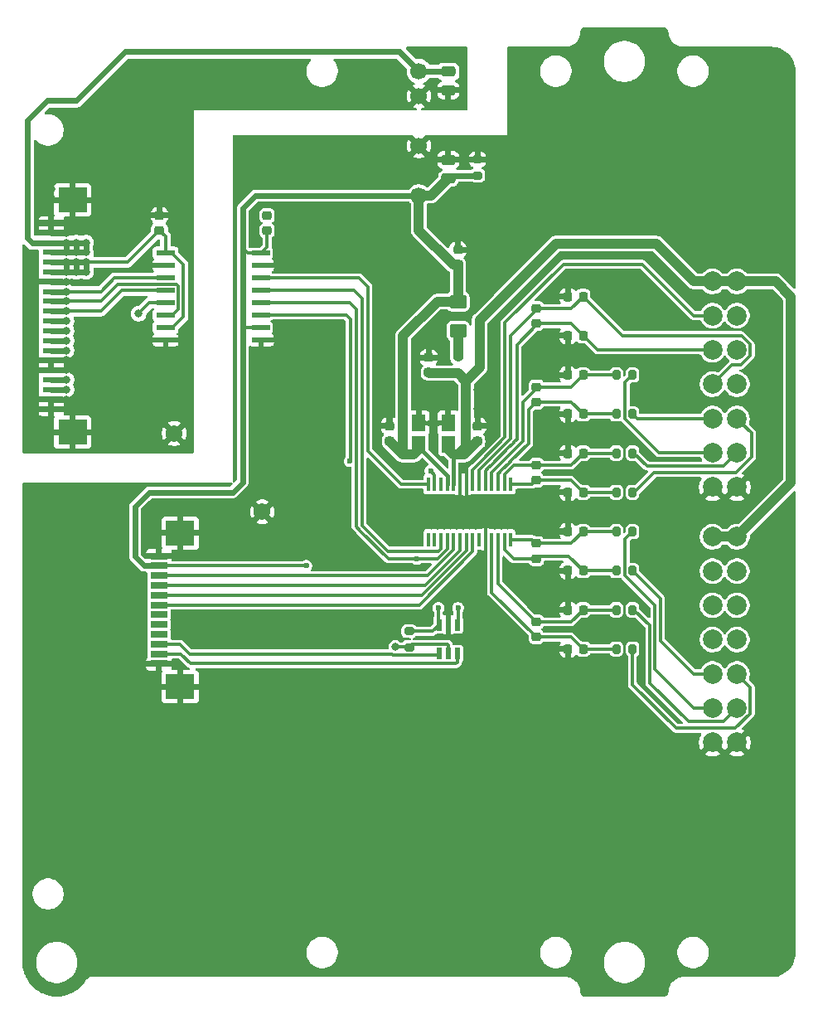
<source format=gbr>
%TF.GenerationSoftware,KiCad,Pcbnew,9.0.3*%
%TF.CreationDate,2025-07-19T18:36:15+03:00*%
%TF.ProjectId,PMCNV-AI4W,504d434e-562d-4414-9934-572e6b696361,rev?*%
%TF.SameCoordinates,Original*%
%TF.FileFunction,Copper,L1,Top*%
%TF.FilePolarity,Positive*%
%FSLAX46Y46*%
G04 Gerber Fmt 4.6, Leading zero omitted, Abs format (unit mm)*
G04 Created by KiCad (PCBNEW 9.0.3) date 2025-07-19 18:36:15*
%MOMM*%
%LPD*%
G01*
G04 APERTURE LIST*
G04 Aperture macros list*
%AMRoundRect*
0 Rectangle with rounded corners*
0 $1 Rounding radius*
0 $2 $3 $4 $5 $6 $7 $8 $9 X,Y pos of 4 corners*
0 Add a 4 corners polygon primitive as box body*
4,1,4,$2,$3,$4,$5,$6,$7,$8,$9,$2,$3,0*
0 Add four circle primitives for the rounded corners*
1,1,$1+$1,$2,$3*
1,1,$1+$1,$4,$5*
1,1,$1+$1,$6,$7*
1,1,$1+$1,$8,$9*
0 Add four rect primitives between the rounded corners*
20,1,$1+$1,$2,$3,$4,$5,0*
20,1,$1+$1,$4,$5,$6,$7,0*
20,1,$1+$1,$6,$7,$8,$9,0*
20,1,$1+$1,$8,$9,$2,$3,0*%
G04 Aperture macros list end*
%TA.AperFunction,SMDPad,CuDef*%
%ADD10RoundRect,0.200000X-0.200000X-0.275000X0.200000X-0.275000X0.200000X0.275000X-0.200000X0.275000X0*%
%TD*%
%TA.AperFunction,SMDPad,CuDef*%
%ADD11RoundRect,0.225000X0.225000X0.250000X-0.225000X0.250000X-0.225000X-0.250000X0.225000X-0.250000X0*%
%TD*%
%TA.AperFunction,SMDPad,CuDef*%
%ADD12RoundRect,0.225000X0.250000X-0.225000X0.250000X0.225000X-0.250000X0.225000X-0.250000X-0.225000X0*%
%TD*%
%TA.AperFunction,ComponentPad*%
%ADD13C,2.000000*%
%TD*%
%TA.AperFunction,ComponentPad*%
%ADD14C,1.725000*%
%TD*%
%TA.AperFunction,SMDPad,CuDef*%
%ADD15RoundRect,0.200000X-0.275000X0.200000X-0.275000X-0.200000X0.275000X-0.200000X0.275000X0.200000X0*%
%TD*%
%TA.AperFunction,SMDPad,CuDef*%
%ADD16RoundRect,0.200000X0.275000X-0.200000X0.275000X0.200000X-0.275000X0.200000X-0.275000X-0.200000X0*%
%TD*%
%TA.AperFunction,SMDPad,CuDef*%
%ADD17RoundRect,0.250001X0.624999X-0.462499X0.624999X0.462499X-0.624999X0.462499X-0.624999X-0.462499X0*%
%TD*%
%TA.AperFunction,SMDPad,CuDef*%
%ADD18R,1.803400X0.635000*%
%TD*%
%TA.AperFunction,SMDPad,CuDef*%
%ADD19R,2.997200X2.590800*%
%TD*%
%TA.AperFunction,SMDPad,CuDef*%
%ADD20R,1.397000X1.738275*%
%TD*%
%TA.AperFunction,SMDPad,CuDef*%
%ADD21R,1.854200X0.482600*%
%TD*%
%TA.AperFunction,SMDPad,CuDef*%
%ADD22RoundRect,0.250000X0.475000X-0.250000X0.475000X0.250000X-0.475000X0.250000X-0.475000X-0.250000X0*%
%TD*%
%TA.AperFunction,SMDPad,CuDef*%
%ADD23R,1.800000X0.600000*%
%TD*%
%TA.AperFunction,SMDPad,CuDef*%
%ADD24R,3.000000X2.600000*%
%TD*%
%TA.AperFunction,SMDPad,CuDef*%
%ADD25R,0.558800X1.181100*%
%TD*%
%TA.AperFunction,ComponentPad*%
%ADD26C,1.700000*%
%TD*%
%TA.AperFunction,SMDPad,CuDef*%
%ADD27R,0.355600X1.473200*%
%TD*%
%TA.AperFunction,SMDPad,CuDef*%
%ADD28RoundRect,0.250000X-0.475000X0.250000X-0.475000X-0.250000X0.475000X-0.250000X0.475000X0.250000X0*%
%TD*%
%TA.AperFunction,SMDPad,CuDef*%
%ADD29RoundRect,0.225000X-0.250000X0.225000X-0.250000X-0.225000X0.250000X-0.225000X0.250000X0.225000X0*%
%TD*%
%TA.AperFunction,ViaPad*%
%ADD30C,0.800000*%
%TD*%
%TA.AperFunction,ViaPad*%
%ADD31C,0.600000*%
%TD*%
%TA.AperFunction,Conductor*%
%ADD32C,0.300000*%
%TD*%
%TA.AperFunction,Conductor*%
%ADD33C,1.000000*%
%TD*%
%TA.AperFunction,Conductor*%
%ADD34C,0.600000*%
%TD*%
%TA.AperFunction,Conductor*%
%ADD35C,0.400000*%
%TD*%
G04 APERTURE END LIST*
D10*
%TO.P,R5,1*%
%TO.N,/AIN6*%
X21175000Y6000000D03*
%TO.P,R5,2*%
%TO.N,/1.SIG-*%
X22825000Y6000000D03*
%TD*%
%TO.P,R9,1*%
%TO.N,/AIN2*%
X21175000Y-10000000D03*
%TO.P,R9,2*%
%TO.N,/3.SIG-*%
X22825000Y-10000000D03*
%TD*%
D11*
%TO.P,C20,1*%
%TO.N,/AIN8*%
X17775000Y14000000D03*
%TO.P,C20,2*%
%TO.N,GND_CNV*%
X16225000Y14000000D03*
%TD*%
%TO.P,C21,1*%
%TO.N,/AIN7*%
X17775000Y10000000D03*
%TO.P,C21,2*%
%TO.N,GND_CNV*%
X16225000Y10000000D03*
%TD*%
D12*
%TO.P,C9,1*%
%TO.N,+5V_CNV_FLT*%
X2000000Y14225000D03*
%TO.P,C9,2*%
%TO.N,GND_CNV*%
X2000000Y15775000D03*
%TD*%
%TO.P,C17,1*%
%TO.N,/AIN1*%
X13000000Y-12775000D03*
%TO.P,C17,2*%
%TO.N,/AIN2*%
X13000000Y-11225000D03*
%TD*%
D13*
%TO.P,J3,1,Pin_1*%
%TO.N,GND_CNV*%
X31000000Y2540000D03*
%TO.P,J3,2,Pin_3*%
%TO.N,/0.SIG-*%
X31000000Y6040000D03*
%TO.P,J3,3,3*%
%TO.N,/0.SIG+*%
X31000000Y9540000D03*
%TO.P,J3,4,4*%
%TO.N,/SENSE-*%
X31000000Y13040000D03*
%TO.P,J3,5,Pin_9*%
%TO.N,/SENSE+*%
X31000000Y16540000D03*
%TO.P,J3,6,Pin_9*%
%TO.N,/EXC-*%
X31000000Y20040000D03*
%TO.P,J3,7,Pin_9*%
%TO.N,+5V_CNV_FLT*%
X31000000Y23540000D03*
%TO.P,J3,8,Pin_2*%
%TO.N,GND_CNV*%
X33500000Y2540000D03*
%TO.P,J3,9,Pin_4*%
%TO.N,/1.SIG-*%
X33500000Y6040000D03*
%TO.P,J3,10,Pin_6*%
%TO.N,/1.SIG+*%
X33500000Y9540000D03*
%TO.P,J3,11,Pin_8*%
%TO.N,/SENSE-*%
X33500000Y13040000D03*
%TO.P,J3,12,Pin_10*%
%TO.N,/SENSE+*%
X33500000Y16540000D03*
%TO.P,J3,13,Pin_10*%
%TO.N,/EXC-*%
X33500000Y20040000D03*
%TO.P,J3,14,Pin_10*%
%TO.N,+5V_CNV_FLT*%
X33500000Y23540000D03*
%TD*%
D12*
%TO.P,C14,1*%
%TO.N,/AIN7*%
X13000000Y11225000D03*
%TO.P,C14,2*%
%TO.N,/AIN8*%
X13000000Y12775000D03*
%TD*%
D11*
%TO.P,C19,1*%
%TO.N,/SENSE+*%
X17775000Y18000000D03*
%TO.P,C19,2*%
%TO.N,GND_CNV*%
X16225000Y18000000D03*
%TD*%
D12*
%TO.P,C15,1*%
%TO.N,/AIN5*%
X13000000Y3225000D03*
%TO.P,C15,2*%
%TO.N,/AIN6*%
X13000000Y4775000D03*
%TD*%
D11*
%TO.P,C18,1*%
%TO.N,/SENSE-*%
X17775000Y22000000D03*
%TO.P,C18,2*%
%TO.N,GND_CNV*%
X16225000Y22000000D03*
%TD*%
D14*
%TO.P,U3,1*%
%TO.N,GND_CNV*%
X-15000000Y0D03*
%TD*%
D15*
%TO.P,R2,1*%
%TO.N,Net-(L1-Pad1)*%
X5000000Y15825000D03*
%TO.P,R2,2*%
%TO.N,+5V_CNV_FLT*%
X5000000Y14175000D03*
%TD*%
D11*
%TO.P,C25,1*%
%TO.N,/AIN3*%
X17775000Y-6000000D03*
%TO.P,C25,2*%
%TO.N,GND_CNV*%
X16225000Y-6000000D03*
%TD*%
D14*
%TO.P,U2,1*%
%TO.N,GND_MCU*%
X-24000000Y8000000D03*
%TD*%
D10*
%TO.P,R4,1*%
%TO.N,/AIN7*%
X21175000Y10000000D03*
%TO.P,R4,2*%
%TO.N,/0.SIG+*%
X22825000Y10000000D03*
%TD*%
D11*
%TO.P,C23,1*%
%TO.N,/AIN5*%
X17775000Y2000000D03*
%TO.P,C23,2*%
%TO.N,GND_CNV*%
X16225000Y2000000D03*
%TD*%
D12*
%TO.P,C7,1*%
%TO.N,+5V_CNV*%
X-2000000Y7225000D03*
%TO.P,C7,2*%
%TO.N,GND_CNV*%
X-2000000Y8775000D03*
%TD*%
D16*
%TO.P,R18,1*%
%TO.N,+5V_CNV*%
X7000000Y34350000D03*
%TO.P,R18,2*%
%TO.N,GND_CNV*%
X7000000Y36000000D03*
%TD*%
D17*
%TO.P,L1,1*%
%TO.N,Net-(L1-Pad1)*%
X5000000Y18512500D03*
%TO.P,L1,2*%
%TO.N,+5V_CNV*%
X5000000Y21487500D03*
%TD*%
D13*
%TO.P,J4,1,Pin_1*%
%TO.N,GND_CNV*%
X31000000Y-23540000D03*
%TO.P,J4,2,Pin_3*%
%TO.N,/2.SIG-*%
X31000000Y-20040000D03*
%TO.P,J4,3,3*%
%TO.N,/2.SIG+*%
X31000000Y-16540000D03*
%TO.P,J4,4,4*%
%TO.N,/SENSE-*%
X31000000Y-13040000D03*
%TO.P,J4,5,Pin_9*%
%TO.N,/SENSE+*%
X31000000Y-9540000D03*
%TO.P,J4,6,Pin_9*%
%TO.N,/EXC-*%
X31000000Y-6040000D03*
%TO.P,J4,7,Pin_9*%
%TO.N,+5V_CNV_FLT*%
X31000000Y-2540000D03*
%TO.P,J4,8,Pin_2*%
%TO.N,GND_CNV*%
X33500000Y-23540000D03*
%TO.P,J4,9,Pin_4*%
%TO.N,/3.SIG-*%
X33500000Y-20040000D03*
%TO.P,J4,10,Pin_6*%
%TO.N,/3.SIG+*%
X33500000Y-16540000D03*
%TO.P,J4,11,Pin_8*%
%TO.N,/SENSE-*%
X33500000Y-13040000D03*
%TO.P,J4,12,Pin_10*%
%TO.N,/SENSE+*%
X33500000Y-9540000D03*
%TO.P,J4,13,Pin_10*%
%TO.N,/EXC-*%
X33500000Y-6040000D03*
%TO.P,J4,14,Pin_10*%
%TO.N,+5V_CNV_FLT*%
X33500000Y-2540000D03*
%TD*%
D18*
%TO.P,J2,1,Pin_1*%
%TO.N,GND_CNV*%
X-25556000Y-15499992D03*
%TO.P,J2,2,Pin_2*%
%TO.N,/MISO_LED*%
X-25556000Y-14499994D03*
%TO.P,J2,3,Pin_3*%
%TO.N,/CS_LED*%
X-25556000Y-13499996D03*
%TO.P,J2,4,Pin_4*%
%TO.N,unconnected-(J2-Pin_4-Pad4)*%
X-25556000Y-12499998D03*
%TO.P,J2,5,Pin_5*%
%TO.N,unconnected-(J2-Pin_5-Pad5)*%
X-25556000Y-11500000D03*
%TO.P,J2,6,Pin_6*%
%TO.N,unconnected-(J2-Pin_6-Pad6)*%
X-25556000Y-10500000D03*
%TO.P,J2,7,Pin_7*%
%TO.N,/P0*%
X-25556000Y-9500000D03*
%TO.P,J2,8,Pin_8*%
%TO.N,/P1*%
X-25556000Y-8500000D03*
%TO.P,J2,9,Pin_9*%
%TO.N,/P2*%
X-25556000Y-7500002D03*
%TO.P,J2,10,Pin_10*%
%TO.N,/P3*%
X-25556000Y-6500004D03*
%TO.P,J2,11,Pin_11*%
%TO.N,+5V_CNV*%
X-25556000Y-5500006D03*
%TO.P,J2,12,Pin_11*%
%TO.N,GND_CNV*%
X-25556000Y-4500008D03*
D19*
%TO.P,J2,13,Pin_11*%
X-23385999Y-17850003D03*
X-23385999Y-2149997D03*
%TD*%
D16*
%TO.P,R1,1*%
%TO.N,+5V_CNV*%
X0Y-13825000D03*
%TO.P,R1,2*%
%TO.N,/CS_CNV*%
X0Y-12175000D03*
%TD*%
D20*
%TO.P,C8,1*%
%TO.N,+5V_CNV*%
X1000000Y6913337D03*
%TO.P,C8,2*%
%TO.N,GND_CNV*%
X1000000Y9086663D03*
%TD*%
D11*
%TO.P,C24,1*%
%TO.N,/AIN4*%
X17775000Y-2000000D03*
%TO.P,C24,2*%
%TO.N,GND_CNV*%
X16225000Y-2000000D03*
%TD*%
D21*
%TO.P,U5,1,VDD*%
%TO.N,+3.3V_MCU*%
X-24876800Y26445000D03*
%TO.P,U5,2,GNDA*%
%TO.N,GND_MCU*%
X-24876800Y25175000D03*
%TO.P,U5,3,VI1*%
%TO.N,/MOSI_MCU*%
X-24876800Y23905000D03*
%TO.P,U5,4,VI2*%
%TO.N,/SCK_MCU*%
X-24876800Y22635000D03*
%TO.P,U5,5,VI3*%
%TO.N,/CS_MCU*%
X-24876800Y21365000D03*
%TO.P,U5,6,VO4*%
%TO.N,/MISO_MCU*%
X-24876800Y20095000D03*
%TO.P,U5,7,ENA*%
%TO.N,+3.3V_MCU*%
X-24876800Y18825000D03*
%TO.P,U5,8,GNDA*%
%TO.N,GND_MCU*%
X-24876800Y17555000D03*
%TO.P,U5,9,GNDB*%
%TO.N,GND_CNV*%
X-15123200Y17555000D03*
%TO.P,U5,10,ENB*%
%TO.N,+5V_CNV*%
X-15123200Y18825000D03*
%TO.P,U5,11,VI4*%
%TO.N,/MISO_CNV*%
X-15123200Y20095000D03*
%TO.P,U5,12,VO3*%
%TO.N,/CS_CNV*%
X-15123200Y21365000D03*
%TO.P,U5,13,VO2*%
%TO.N,/SCK_CNV*%
X-15123200Y22635000D03*
%TO.P,U5,14,VO1*%
%TO.N,/MOSI_CNV*%
X-15123200Y23905000D03*
%TO.P,U5,15,GNDB*%
%TO.N,GND_CNV*%
X-15123200Y25175000D03*
%TO.P,U5,16,VISO*%
%TO.N,+5V_CNV*%
X-15123200Y26445000D03*
%TD*%
D12*
%TO.P,C16,1*%
%TO.N,/AIN3*%
X13000000Y-4775000D03*
%TO.P,C16,2*%
%TO.N,/AIN4*%
X13000000Y-3225000D03*
%TD*%
D22*
%TO.P,C2,1*%
%TO.N,+5V_CNV*%
X4000000Y34050000D03*
%TO.P,C2,2*%
%TO.N,GND_CNV*%
X4000000Y35950000D03*
%TD*%
D23*
%TO.P,JM1,1,Pin_1*%
%TO.N,GND_MCU*%
X-36546000Y10500000D03*
%TO.P,JM1,2,Pin_2*%
X-36546000Y11500000D03*
%TO.P,JM1,3,Pin_3*%
%TO.N,/SCL_MCU*%
X-36546000Y12500000D03*
%TO.P,JM1,4,Pin_4*%
%TO.N,/SDA_MCU*%
X-36546000Y13500000D03*
%TO.P,JM1,5,Pin_5*%
%TO.N,GND_MCU*%
X-36546000Y14500000D03*
%TO.P,JM1,6,Pin_6*%
X-36546000Y15500000D03*
%TO.P,JM1,7,Pin_7*%
%TO.N,/CS3_MCU*%
X-36546000Y16500000D03*
%TO.P,JM1,8,Pin_8*%
%TO.N,/CS2_MCU*%
X-36546000Y17500000D03*
%TO.P,JM1,9,Pin_9*%
%TO.N,/CS1_MCU*%
X-36546000Y18500000D03*
%TO.P,JM1,10,Pin_10*%
%TO.N,/CS0_MCU*%
X-36546000Y19500000D03*
%TO.P,JM1,11,Pin_11*%
%TO.N,/SCK_MCU*%
X-36546000Y20500000D03*
%TO.P,JM1,12,Pin_11*%
%TO.N,/MISO_MCU*%
X-36546000Y21500000D03*
%TO.P,JM1,13,Pin_11*%
%TO.N,/MOSI_MCU*%
X-36546000Y22500000D03*
%TO.P,JM1,14,Pin_11*%
%TO.N,GND_MCU*%
X-36546000Y23500000D03*
%TO.P,JM1,15,Pin_11*%
%TO.N,+3.3V_MCU*%
X-36546000Y24500000D03*
%TO.P,JM1,16,Pin_11*%
X-36546000Y25500000D03*
%TO.P,JM1,17,Pin_11*%
%TO.N,+5V_MCU*%
X-36546000Y26500000D03*
%TO.P,JM1,18,Pin_11*%
X-36546000Y27500000D03*
%TO.P,JM1,19,Pin_11*%
%TO.N,GND_MCU*%
X-36546000Y28500000D03*
%TO.P,JM1,20,Pin_11*%
X-36546000Y29500000D03*
D24*
%TO.P,JM1,MP1,Pin_11*%
X-34375000Y8150000D03*
%TO.P,JM1,MP2,Pin_11*%
X-34375000Y31850000D03*
%TD*%
D25*
%TO.P,U6,1,1A*%
%TO.N,/MISO_CNV*%
X4950001Y-11533150D03*
%TO.P,U6,2,GND*%
%TO.N,GND_CNV*%
X4000000Y-11533150D03*
%TO.P,U6,3,2A*%
%TO.N,/CS_CNV*%
X3049999Y-11533150D03*
%TO.P,U6,4,2Y*%
%TO.N,/CS_LED*%
X3049999Y-14466850D03*
%TO.P,U6,5,VCC*%
%TO.N,+5V_CNV*%
X4000000Y-14466850D03*
%TO.P,U6,6,1Y*%
%TO.N,/MISO_LED*%
X4950001Y-14466850D03*
%TD*%
D11*
%TO.P,C27,1*%
%TO.N,/AIN1*%
X17775000Y-14000000D03*
%TO.P,C27,2*%
%TO.N,GND_CNV*%
X16225000Y-14000000D03*
%TD*%
D12*
%TO.P,C11,1*%
%TO.N,+5V_CNV*%
X5000000Y25225000D03*
%TO.P,C11,2*%
%TO.N,GND_CNV*%
X5000000Y26775000D03*
%TD*%
D26*
%TO.P,PS1,1,Vin*%
%TO.N,+5V_MCU*%
X1000000Y45000000D03*
%TO.P,PS1,2,GND*%
%TO.N,GND_MCU*%
X1000000Y42460000D03*
%TO.P,PS1,4,0V*%
%TO.N,GND_CNV*%
X1000000Y37380000D03*
%TO.P,PS1,6,+V*%
%TO.N,+5V_CNV*%
X1000000Y32300000D03*
%TD*%
D27*
%TO.P,U7,1,MCLK1*%
%TO.N,unconnected-(U7-MCLK1-Pad1)*%
X1950000Y-2819400D03*
%TO.P,U7,2,MCLK2*%
%TO.N,unconnected-(U7-MCLK2-Pad2)*%
X2600001Y-2819400D03*
%TO.P,U7,3,SCK*%
%TO.N,/SCK_CNV*%
X3250000Y-2819400D03*
%TO.P,U7,4,CS*%
%TO.N,/CS_CNV*%
X3900001Y-2819400D03*
%TO.P,U7,5,P3*%
%TO.N,/P3*%
X4549999Y-2819400D03*
%TO.P,U7,6,P2*%
%TO.N,/P2*%
X5200001Y-2819400D03*
%TO.P,U7,7,P1*%
%TO.N,/P1*%
X5849999Y-2819400D03*
%TO.P,U7,8,P0*%
%TO.N,/P0*%
X6499998Y-2819400D03*
%TO.P,U7,9,NC*%
%TO.N,unconnected-(U7-NC-Pad9)*%
X7149999Y-2819400D03*
%TO.P,U7,10,AINCOM*%
%TO.N,GND_CNV*%
X7799998Y-2819400D03*
%TO.P,U7,11,AIN1*%
%TO.N,/AIN1*%
X8449999Y-2819400D03*
%TO.P,U7,12,AIN2*%
%TO.N,/AIN2*%
X9099998Y-2819400D03*
%TO.P,U7,13,AIN3*%
%TO.N,/AIN3*%
X9749999Y-2819400D03*
%TO.P,U7,14,AIN4*%
%TO.N,/AIN4*%
X10399998Y-2819400D03*
%TO.P,U7,15,AIN5*%
%TO.N,/AIN5*%
X10400000Y2819400D03*
%TO.P,U7,16,AIN6*%
%TO.N,/AIN6*%
X9749999Y2819400D03*
%TO.P,U7,17,AIN7*%
%TO.N,/AIN7*%
X9100000Y2819400D03*
%TO.P,U7,18,AIN8*%
%TO.N,/AIN8*%
X8449999Y2819400D03*
%TO.P,U7,19,REFIN1(+)*%
%TO.N,/SENSE+*%
X7800001Y2819400D03*
%TO.P,U7,20,REFIN1(-)*%
%TO.N,/SENSE-*%
X7149999Y2819400D03*
%TO.P,U7,21,BPDSW*%
%TO.N,/EXC-*%
X6500001Y2819400D03*
%TO.P,U7,22,AGND*%
%TO.N,GND_CNV*%
X5849999Y2819400D03*
%TO.P,U7,23,DGND*%
X5200001Y2819400D03*
%TO.P,U7,24,AVDD*%
%TO.N,+5V_CNV_FLT*%
X4549999Y2819400D03*
%TO.P,U7,25,DVDD*%
%TO.N,+5V_CNV*%
X3900001Y2819400D03*
%TO.P,U7,26,\u002ASYNC*%
%TO.N,unconnected-(U7-\u002ASYNC-Pad26)*%
X3250000Y2819400D03*
%TO.P,U7,27,MISO*%
%TO.N,/MISO_CNV*%
X2600001Y2819400D03*
%TO.P,U7,28,MOSI*%
%TO.N,/MOSI_CNV*%
X1950000Y2819400D03*
%TD*%
D28*
%TO.P,C1,1*%
%TO.N,+5V_MCU*%
X4000000Y44950000D03*
%TO.P,C1,2*%
%TO.N,GND_MCU*%
X4000000Y43050000D03*
%TD*%
D12*
%TO.P,C12,1*%
%TO.N,+5V_CNV_FLT*%
X7000000Y7225000D03*
%TO.P,C12,2*%
%TO.N,GND_CNV*%
X7000000Y8775000D03*
%TD*%
D10*
%TO.P,R7,1*%
%TO.N,/AIN4*%
X21175000Y-2000000D03*
%TO.P,R7,2*%
%TO.N,/2.SIG-*%
X22825000Y-2000000D03*
%TD*%
D12*
%TO.P,C13,1*%
%TO.N,/SENSE+*%
X13000000Y19225000D03*
%TO.P,C13,2*%
%TO.N,/SENSE-*%
X13000000Y20775000D03*
%TD*%
D11*
%TO.P,C26,1*%
%TO.N,/AIN2*%
X17775000Y-10000000D03*
%TO.P,C26,2*%
%TO.N,GND_CNV*%
X16225000Y-10000000D03*
%TD*%
D10*
%TO.P,R3,1*%
%TO.N,/AIN8*%
X21175000Y14000000D03*
%TO.P,R3,2*%
%TO.N,/0.SIG-*%
X22825000Y14000000D03*
%TD*%
D11*
%TO.P,C22,1*%
%TO.N,/AIN6*%
X17775000Y6000000D03*
%TO.P,C22,2*%
%TO.N,GND_CNV*%
X16225000Y6000000D03*
%TD*%
D10*
%TO.P,R8,1*%
%TO.N,/AIN3*%
X21175000Y-6000000D03*
%TO.P,R8,2*%
%TO.N,/2.SIG+*%
X22825000Y-6000000D03*
%TD*%
D20*
%TO.P,C10,1*%
%TO.N,+5V_CNV_FLT*%
X4000000Y6913337D03*
%TO.P,C10,2*%
%TO.N,GND_CNV*%
X4000000Y9086663D03*
%TD*%
D29*
%TO.P,C5,1*%
%TO.N,DGND*%
X-14500000Y30275000D03*
%TO.P,C5,2*%
%TO.N,+5V_CNV*%
X-14500000Y28725000D03*
%TD*%
D12*
%TO.P,C3,1*%
%TO.N,+3.3V_MCU*%
X-25500000Y28725000D03*
%TO.P,C3,2*%
%TO.N,GND_MCU*%
X-25500000Y30275000D03*
%TD*%
D10*
%TO.P,R6,1*%
%TO.N,/AIN5*%
X21175000Y2000000D03*
%TO.P,R6,2*%
%TO.N,/1.SIG+*%
X22825000Y2000000D03*
%TD*%
%TO.P,R10,1*%
%TO.N,/AIN1*%
X21175000Y-14000000D03*
%TO.P,R10,2*%
%TO.N,/3.SIG+*%
X22825000Y-14000000D03*
%TD*%
D30*
%TO.N,/CS3_MCU*%
X-35000000Y16500000D03*
%TO.N,/CS1_MCU*%
X-35000000Y18500000D03*
%TO.N,+5V_CNV*%
X-1400000Y-13800000D03*
D31*
X-10500000Y-5500006D03*
D30*
%TO.N,/CS0_MCU*%
X-35000000Y19500000D03*
%TO.N,/CS2_MCU*%
X-35000000Y17500000D03*
%TO.N,+3.3V_MCU*%
X-35000000Y25500000D03*
X-33000000Y25500000D03*
X-35000000Y24500000D03*
X-34000000Y24500000D03*
X-34000000Y25500000D03*
X-33000000Y24500000D03*
%TO.N,/SDA_MCU*%
X-35000000Y13500000D03*
D31*
%TO.N,/MISO_CNV*%
X5000000Y-9800000D03*
X2200000Y4200000D03*
X-6050000Y5202487D03*
%TO.N,/CS_CNV*%
X3000000Y-9800000D03*
X800000Y-4800000D03*
D30*
%TO.N,GND_MCU*%
X-35000000Y10500000D03*
X-35000000Y28500000D03*
X-35000000Y15500000D03*
X-35000000Y23500000D03*
X-35000000Y29500000D03*
X-32000000Y32000000D03*
X-32000000Y33000000D03*
X-35000000Y14500000D03*
X-35000000Y11500000D03*
X-36500000Y32000000D03*
X-36500000Y33000000D03*
%TO.N,+5V_MCU*%
X-34000000Y26500000D03*
X-33000000Y27500000D03*
X-33000000Y26500000D03*
X-34000000Y27500000D03*
X-35000000Y26500000D03*
X-35000000Y27500000D03*
%TO.N,GND_CNV*%
X-6000000Y31000000D03*
X-8000000Y29000000D03*
X33000000Y-29500000D03*
X-7000000Y30000000D03*
X-7000000Y0D03*
X31000000Y-29500000D03*
X-3000000Y11500000D03*
X-6000000Y29000000D03*
X-7000000Y-2000000D03*
X1000000Y12500000D03*
X31000000Y27500000D03*
X33000000Y29500000D03*
X4000000Y12500000D03*
X-8000000Y31000000D03*
X-9000000Y-2000000D03*
X-3000000Y13500000D03*
X-9000000Y0D03*
X-32500000Y-8000000D03*
X-8000000Y-1000000D03*
X-34500000Y-10000000D03*
X-1000000Y34500000D03*
X2500000Y12500000D03*
X32000000Y-28500000D03*
X32000000Y28500000D03*
X-3000000Y34500000D03*
X31000000Y-27500000D03*
X8000000Y13500000D03*
X1000000Y11000000D03*
X2500000Y11000000D03*
X8000000Y11500000D03*
X-2000000Y10500000D03*
X4000000Y11000000D03*
X31000000Y29500000D03*
X-33500000Y-9000000D03*
X-34500000Y-8000000D03*
X7000000Y10500000D03*
X-3000000Y36500000D03*
X-2000000Y35500000D03*
X33000000Y-27500000D03*
X7000000Y12500000D03*
X-1000000Y36500000D03*
X33000000Y27500000D03*
X-32500000Y-10000000D03*
X-2000000Y12500000D03*
%TO.N,/CS_MCU*%
X-27627220Y20250001D03*
%TO.N,/SCK_MCU*%
X-35000000Y20500000D03*
%TO.N,/MISO_MCU*%
X-35000000Y21500000D03*
%TO.N,/MOSI_MCU*%
X-35000000Y22500000D03*
%TO.N,/SCL_MCU*%
X-35000000Y12500000D03*
%TD*%
D32*
%TO.N,/AIN8*%
X8449999Y2819400D02*
X8449999Y4049999D01*
X21175000Y14000000D02*
X17775000Y14000000D01*
X11603000Y7294480D02*
X11603000Y7294479D01*
X11600000Y7200000D02*
X11600000Y7291480D01*
X11603000Y11203000D02*
X13000000Y12600000D01*
X13000000Y12775000D02*
X16550000Y12775000D01*
X16550000Y12775000D02*
X17775000Y14000000D01*
X8449999Y4049999D02*
X11600000Y7200000D01*
X13000000Y12600000D02*
X13000000Y12775000D01*
X11600000Y7291480D02*
X11603000Y7294480D01*
X11603000Y7294480D02*
X11603000Y11203000D01*
%TO.N,/SENSE-*%
X13000000Y20600000D02*
X13000000Y20775000D01*
X32960000Y15000000D02*
X33870603Y15000000D01*
X10007519Y7116040D02*
X10007521Y7116040D01*
X33950603Y18000000D02*
X21775000Y18000000D01*
X31590000Y13090000D02*
X31590000Y13040000D01*
X7592482Y4701002D02*
X7592481Y4701002D01*
X7149999Y4249999D02*
X7299001Y4399001D01*
X10301000Y7409519D02*
X10301000Y7409521D01*
X7592479Y4701000D02*
X7592482Y4701002D01*
X7299001Y4407522D02*
X7299001Y4407521D01*
X7885962Y4994482D02*
X10007519Y7116040D01*
X34851000Y17099603D02*
X33950603Y18000000D01*
X34851000Y15980397D02*
X34851000Y17099603D01*
X16550000Y20775000D02*
X17775000Y22000000D01*
X21775000Y18000000D02*
X17775000Y22000000D01*
X7396827Y4505348D02*
X7592479Y4701000D01*
X33870603Y15000000D02*
X34851000Y15980397D01*
X10301000Y7409521D02*
X10400000Y7508521D01*
X7149999Y2819400D02*
X7149999Y4249999D01*
X7299001Y4399001D02*
X7299001Y4407522D01*
X7592482Y4701002D02*
X7592483Y4701002D01*
X31000000Y13040000D02*
X32960000Y15000000D01*
X7592482Y4701002D02*
X7885962Y4994482D01*
X10007521Y7116040D02*
X10301000Y7409519D01*
X7299001Y4407522D02*
X7396827Y4505348D01*
X10400000Y18000000D02*
X13000000Y20600000D01*
X10400000Y7508521D02*
X10400000Y18000000D01*
X13000000Y20775000D02*
X16550000Y20775000D01*
%TO.N,/CS_LED*%
X-23424004Y-13499996D02*
X-25556000Y-13499996D01*
X-22424000Y-14500000D02*
X-23424004Y-13499996D01*
X-1686075Y-14576000D02*
X-1762075Y-14500000D01*
X2940849Y-14576000D02*
X-1686075Y-14576000D01*
X3049999Y-14466850D02*
X2940849Y-14576000D01*
X-1762075Y-14500000D02*
X-22424000Y-14500000D01*
%TO.N,/AIN3*%
X9749999Y-3856000D02*
X10668999Y-4775000D01*
X16275000Y-4500000D02*
X17775000Y-6000000D01*
X13275000Y-4500000D02*
X16275000Y-4500000D01*
X17775000Y-6000000D02*
X21175000Y-6000000D01*
X10668999Y-4775000D02*
X13000000Y-4775000D01*
X13000000Y-4775000D02*
X13275000Y-4500000D01*
X9749999Y-2819400D02*
X9749999Y-3856000D01*
%TO.N,/AIN1*%
X17775000Y-14000000D02*
X21175000Y-14000000D01*
X13000000Y-12775000D02*
X16550000Y-12775000D01*
X8449999Y-2819400D02*
X8449999Y-8224999D01*
X8449999Y-8224999D02*
X13000000Y-12775000D01*
X16550000Y-12775000D02*
X17775000Y-14000000D01*
%TO.N,/SENSE+*%
X7800001Y4200001D02*
X7800004Y4200001D01*
X10508520Y6908521D02*
X10508521Y6908519D01*
X11000000Y7399998D02*
X11000000Y17050000D01*
X8093483Y4493480D02*
X8386962Y4786960D01*
X16550000Y19225000D02*
X17775000Y18000000D01*
X8386962Y4786962D02*
X10215041Y6615040D01*
X7800001Y2819400D02*
X7800001Y4191481D01*
X8386962Y4786960D02*
X8386962Y4786962D01*
X7800004Y4200001D02*
X8093483Y4493480D01*
X10508520Y6908521D02*
X10607521Y7007521D01*
X13000000Y19225000D02*
X16550000Y19225000D01*
X10607521Y7007521D02*
X10607520Y7007521D01*
X10508521Y6908519D02*
X10508521Y6908521D01*
X10607521Y7007521D02*
X10802000Y7201998D01*
X13000000Y19050000D02*
X11000000Y17050000D01*
X10215042Y6615040D02*
X10508521Y6908521D01*
X10802000Y7201998D02*
X11000000Y7399998D01*
X19235000Y16540000D02*
X31000000Y16540000D01*
X10802000Y7201998D02*
X10802000Y7202000D01*
X13000000Y19225000D02*
X13000000Y19050000D01*
X17775000Y18000000D02*
X19235000Y16540000D01*
X7800001Y4191481D02*
X7800001Y4200001D01*
X10508521Y6908521D02*
X10508520Y6908521D01*
%TO.N,/AIN2*%
X13000000Y-11225000D02*
X16550000Y-11225000D01*
X9099998Y-7324998D02*
X13000000Y-11225000D01*
X9099998Y-2819400D02*
X9099998Y-7324998D01*
X17775000Y-10000000D02*
X21175000Y-10000000D01*
X16550000Y-11225000D02*
X17775000Y-10000000D01*
%TO.N,/AIN5*%
X17775000Y2000000D02*
X21175000Y2000000D01*
X16550000Y3225000D02*
X17775000Y2000000D01*
X13000000Y3225000D02*
X16550000Y3225000D01*
X10400000Y2819400D02*
X12594400Y2819400D01*
X12594400Y2819400D02*
X13000000Y3225000D01*
%TO.N,/AIN6*%
X9749999Y2819400D02*
X9749999Y3856000D01*
X9749999Y3856000D02*
X10668999Y4775000D01*
X16550000Y4775000D02*
X17775000Y6000000D01*
X13000000Y4775000D02*
X16550000Y4775000D01*
X17775000Y6000000D02*
X21175000Y6000000D01*
X10668999Y4775000D02*
X13000000Y4775000D01*
%TO.N,/MISO_LED*%
X-23316806Y-14499994D02*
X-25556000Y-14499994D01*
X-22316800Y-15500000D02*
X-23316806Y-14499994D01*
X4950001Y-15357400D02*
X4950001Y-14466850D01*
X4807401Y-15500000D02*
X4950001Y-15357400D01*
X-22316800Y-15500000D02*
X4807401Y-15500000D01*
D33*
%TO.N,Net-(L1-Pad1)*%
X5000000Y15825000D02*
X5000000Y18512500D01*
D32*
%TO.N,/0.SIG+*%
X23285000Y9540000D02*
X31000000Y9540000D01*
X22825000Y10000000D02*
X23285000Y9540000D01*
%TO.N,/0.SIG-*%
X22825000Y14000000D02*
X22074000Y13249000D01*
X22074000Y9491226D02*
X25525226Y6040000D01*
X25525226Y6040000D02*
X31000000Y6040000D01*
X22074000Y13249000D02*
X22074000Y9491226D01*
%TO.N,/1.SIG-*%
X23000000Y6000000D02*
X24311000Y4689000D01*
X22825000Y6000000D02*
X23000000Y6000000D01*
X24311000Y4689000D02*
X32149000Y4689000D01*
X32149000Y4689000D02*
X33500000Y6040000D01*
%TO.N,/1.SIG+*%
X23000000Y2000000D02*
X25000000Y4000000D01*
X33370603Y4000000D02*
X35000000Y5629397D01*
X25000000Y4000000D02*
X33370603Y4000000D01*
X22825000Y2000000D02*
X23000000Y2000000D01*
X35000000Y5629397D02*
X35000000Y8040000D01*
X35000000Y8040000D02*
X33500000Y9540000D01*
%TO.N,/2.SIG-*%
X29090000Y-20040000D02*
X25100000Y-16050000D01*
X22074000Y-2751000D02*
X22825000Y-2000000D01*
X25100000Y-9534774D02*
X22074000Y-6508774D01*
X22074000Y-6508774D02*
X22074000Y-2751000D01*
X25100000Y-16050000D02*
X25100000Y-9534774D01*
X29090000Y-20040000D02*
X31000000Y-20040000D01*
%TO.N,/2.SIG+*%
X25700000Y-13150000D02*
X25700000Y-8875000D01*
X25700000Y-8875000D02*
X22825000Y-6000000D01*
X29090000Y-16540000D02*
X25700000Y-13150000D01*
X29090000Y-16540000D02*
X31000000Y-16540000D01*
%TO.N,/3.SIG-*%
X28530397Y-21391000D02*
X32149000Y-21391000D01*
X22825000Y-10000000D02*
X23000000Y-10000000D01*
X24599000Y-11599000D02*
X24599000Y-17459603D01*
X23000000Y-10000000D02*
X24599000Y-11599000D01*
X32149000Y-21391000D02*
X33500000Y-20040000D01*
X24599000Y-17459603D02*
X28530397Y-21391000D01*
%TO.N,/3.SIG+*%
X27300000Y-22100000D02*
X33350603Y-22100000D01*
X33350603Y-22100000D02*
X34851000Y-20599603D01*
X22825000Y-17625000D02*
X27300000Y-22100000D01*
X34851000Y-20599603D02*
X34851000Y-17891000D01*
X22825000Y-14000000D02*
X22825000Y-17625000D01*
X34851000Y-17891000D02*
X33500000Y-16540000D01*
D34*
%TO.N,/CS3_MCU*%
X-36546000Y16500000D02*
X-35000000Y16500000D01*
D32*
%TO.N,/AIN4*%
X16550000Y-3225000D02*
X17775000Y-2000000D01*
X13000000Y-3225000D02*
X16550000Y-3225000D01*
X17775000Y-2000000D02*
X21175000Y-2000000D01*
X10399998Y-2819400D02*
X12594400Y-2819400D01*
X12594400Y-2819400D02*
X13000000Y-3225000D01*
D34*
%TO.N,/CS1_MCU*%
X-36546000Y18500000D02*
X-35000000Y18500000D01*
%TO.N,+5V_CNV*%
X-25556000Y-5500006D02*
X-27057700Y-5500006D01*
D32*
X-14500000Y28725000D02*
X-14500000Y27068200D01*
X-10500000Y-5500006D02*
X-25556000Y-5500006D01*
D34*
X-15700000Y32300000D02*
X1000000Y32300000D01*
D33*
X458222Y5848000D02*
X-623000Y5848000D01*
D32*
X3949000Y-13525300D02*
X4000000Y-13576300D01*
D35*
X3900001Y3699999D02*
X1000000Y6600000D01*
D33*
X-623000Y5848000D02*
X-623000Y17977000D01*
X1000000Y6913337D02*
X1000000Y6389778D01*
X-623000Y5848000D02*
X-2000000Y7225000D01*
X4525000Y25225000D02*
X1000000Y28750000D01*
D35*
X1000000Y6600000D02*
X1000000Y6913337D01*
D33*
X1000000Y32300000D02*
X2250000Y32300000D01*
X1000000Y6389778D02*
X458222Y5848000D01*
X2887500Y21487500D02*
X5000000Y21487500D01*
X5000000Y21487500D02*
X5000000Y25225000D01*
D32*
X4000000Y-13576300D02*
X4000000Y-14466850D01*
D34*
X-28000000Y-4557706D02*
X-28000000Y550000D01*
D35*
X3900001Y2819400D02*
X3900001Y3699999D01*
D34*
X-26550000Y2000000D02*
X-18000000Y2000000D01*
X-28000000Y550000D02*
X-26550000Y2000000D01*
D32*
X-25000Y-13800000D02*
X0Y-13825000D01*
D34*
X-18000000Y2000000D02*
X-17000000Y3000000D01*
X-17000000Y3000000D02*
X-17000000Y31000000D01*
D33*
X2250000Y32300000D02*
X4000000Y34050000D01*
X1000000Y28750000D02*
X1000000Y32300000D01*
D32*
X-16825000Y18825000D02*
X-17000000Y19000000D01*
X-15123200Y26445000D02*
X-16445000Y26445000D01*
X299700Y-13525300D02*
X3949000Y-13525300D01*
D33*
X5000000Y25225000D02*
X4525000Y25225000D01*
D32*
X0Y-13825000D02*
X299700Y-13525300D01*
X-16445000Y26445000D02*
X-17000000Y27000000D01*
D34*
X-27057700Y-5500006D02*
X-28000000Y-4557706D01*
D32*
X-1400000Y-13800000D02*
X-25000Y-13800000D01*
X-15123200Y18825000D02*
X-16825000Y18825000D01*
D33*
X-623000Y17977000D02*
X2887500Y21487500D01*
D34*
X4300000Y34350000D02*
X4000000Y34050000D01*
X-17000000Y31000000D02*
X-15700000Y32300000D01*
X7000000Y34350000D02*
X4300000Y34350000D01*
D32*
X-14500000Y27068200D02*
X-15123200Y26445000D01*
D34*
%TO.N,/CS0_MCU*%
X-36546000Y19500000D02*
X-35000000Y19500000D01*
%TO.N,/CS2_MCU*%
X-36546000Y17500000D02*
X-35000000Y17500000D01*
%TO.N,+3.3V_MCU*%
X-36546000Y25500000D02*
X-35000000Y25500000D01*
D32*
X-24876800Y18825000D02*
X-24191000Y18825000D01*
X-24876800Y28101800D02*
X-25500000Y28725000D01*
D34*
X-34000000Y25500000D02*
X-33000000Y25500000D01*
X-33000000Y25500000D02*
X-33000000Y24500000D01*
X-34000000Y25500000D02*
X-34000000Y24500000D01*
X-34000000Y24500000D02*
X-33000000Y24500000D01*
D32*
X-24876800Y26445000D02*
X-24876800Y28101800D01*
X-28725000Y25500000D02*
X-33000000Y25500000D01*
D34*
X-35000000Y25500000D02*
X-34000000Y25500000D01*
X-36546000Y24500000D02*
X-35000000Y24500000D01*
X-35000000Y24500000D02*
X-34000000Y24500000D01*
D32*
X-24191000Y18825000D02*
X-23097700Y19918300D01*
X-25500000Y28725000D02*
X-28725000Y25500000D01*
X-23097700Y19918300D02*
X-23097700Y25266300D01*
X-23097700Y25266300D02*
X-24276400Y26445000D01*
D34*
X-35000000Y25500000D02*
X-35000000Y24500000D01*
D32*
X-24276400Y26445000D02*
X-24876800Y26445000D01*
D34*
%TO.N,/SDA_MCU*%
X-36546000Y13500000D02*
X-35000000Y13500000D01*
D32*
%TO.N,/AIN7*%
X12200000Y10425000D02*
X13000000Y11225000D01*
X12200000Y7000000D02*
X12200000Y10425000D01*
X9542479Y4357000D02*
X10167999Y4982521D01*
X13000000Y11225000D02*
X16550000Y11225000D01*
X16550000Y11225000D02*
X17775000Y10000000D01*
X9100000Y2819400D02*
X9100000Y3900000D01*
X17775000Y10000000D02*
X21175000Y10000000D01*
X9248999Y4063521D02*
X9248999Y4063520D01*
X9542478Y4357000D02*
X9542479Y4357000D01*
X9248999Y4063520D02*
X9542478Y4357000D01*
X10461478Y5276000D02*
X10476000Y5276000D01*
X9100000Y3900000D02*
X9248999Y4048999D01*
X10167999Y4982521D02*
X10461478Y5276000D01*
X9248999Y4048999D02*
X9248999Y4063521D01*
X10476000Y5276000D02*
X12200000Y7000000D01*
%TO.N,/EXC-*%
X6500001Y2819400D02*
X6500001Y4300001D01*
X7384962Y5202002D02*
X9800000Y7617040D01*
X9800000Y19300000D02*
X15800000Y25300000D01*
X6500001Y4300001D02*
X6648999Y4448999D01*
X6648999Y4448999D02*
X6648999Y4457519D01*
X6798001Y4606522D02*
X6798001Y4615042D01*
X6798001Y4615042D02*
X7384958Y5202002D01*
X7384958Y5202002D02*
X7384962Y5202002D01*
X15800000Y25300000D02*
X23830000Y25300000D01*
X9800000Y7617040D02*
X9800000Y19300000D01*
X23830000Y25300000D02*
X29090000Y20040000D01*
X6648999Y4457519D02*
X6798001Y4606522D01*
X29090000Y20040000D02*
X31000000Y20040000D01*
%TO.N,/MISO_CNV*%
X5000000Y-11483151D02*
X4950001Y-11533150D01*
X-6437400Y20095000D02*
X-15123200Y20095000D01*
X2600001Y3799999D02*
X2200000Y4200000D01*
X-6000000Y5252487D02*
X-6000000Y19657600D01*
X5000000Y-9800000D02*
X5000000Y-11483151D01*
X2600001Y2819400D02*
X2600001Y3799999D01*
X-6000000Y19657600D02*
X-6437400Y20095000D01*
X-6050000Y5202487D02*
X-6000000Y5252487D01*
%TO.N,/MOSI_CNV*%
X-15123200Y23905000D02*
X-5105000Y23905000D01*
X-5105000Y23905000D02*
X-4200000Y23000000D01*
X1950000Y2819400D02*
X-819400Y2819400D01*
X-4200000Y6200000D02*
X-4200000Y23000000D01*
X-819400Y2819400D02*
X-4200000Y6200000D01*
%TO.N,/CS_CNV*%
X-2108520Y-4800000D02*
X800000Y-4800000D01*
X2408149Y-12175000D02*
X3049999Y-11533150D01*
X0Y-12175000D02*
X2408149Y-12175000D01*
X-5007521Y-1901000D02*
X-2108520Y-4800000D01*
X-5400000Y20730000D02*
X-5400000Y-1508520D01*
X2908520Y-4800000D02*
X800000Y-4800000D01*
X-5007520Y-1901000D02*
X-5007521Y-1901000D01*
X3000000Y-11483151D02*
X3049999Y-11533150D01*
X3000000Y-9800000D02*
X3000000Y-11483151D01*
X-6035000Y21365000D02*
X-5400000Y20730000D01*
X3900001Y-2819400D02*
X3900001Y-3808519D01*
X-15123200Y21365000D02*
X-6035000Y21365000D01*
X-5400000Y-1508520D02*
X-5007520Y-1901000D01*
X3900001Y-3808519D02*
X2908520Y-4800000D01*
%TO.N,/SCK_CNV*%
X3000000Y-4000000D02*
X-2200000Y-4000000D01*
X-2200000Y-4000000D02*
X-4800000Y-1400000D01*
X3250000Y-2819400D02*
X3250000Y-3750000D01*
X3250000Y-3750000D02*
X3000000Y-4000000D01*
X-5635000Y22635000D02*
X-4800000Y21800000D01*
X-4800000Y-1400000D02*
X-4800000Y21800000D01*
X-15123200Y22635000D02*
X-5635000Y22635000D01*
D34*
%TO.N,GND_MCU*%
X-36546000Y11500000D02*
X-35000000Y11500000D01*
X-36546000Y10500000D02*
X-35000000Y10500000D01*
X-36546000Y28500000D02*
X-35000000Y28500000D01*
X-36546000Y14500000D02*
X-35000000Y14500000D01*
X-36546000Y23500000D02*
X-35000000Y23500000D01*
X-36546000Y15500000D02*
X-35000000Y15500000D01*
X-36546000Y29500000D02*
X-35000000Y29500000D01*
%TO.N,+5V_MCU*%
X1000000Y45000000D02*
X-1000000Y47000000D01*
X-33000000Y26500000D02*
X-35000000Y26500000D01*
X-33000000Y27500000D02*
X-35000000Y27500000D01*
X-37000000Y42000000D02*
X-39000000Y40000000D01*
X3950000Y45000000D02*
X4000000Y44950000D01*
X-38500000Y27500000D02*
X-36546000Y27500000D01*
X-39000000Y28000000D02*
X-38500000Y27500000D01*
X1000000Y45000000D02*
X3950000Y45000000D01*
X-35000000Y27500000D02*
X-35000000Y26500000D01*
X-36546000Y27500000D02*
X-35000000Y27500000D01*
X-33000000Y27500000D02*
X-33000000Y26500000D01*
X-34000000Y27500000D02*
X-34000000Y26500000D01*
X-34000000Y42000000D02*
X-37000000Y42000000D01*
X-36546000Y26500000D02*
X-35000000Y26500000D01*
X-39000000Y40000000D02*
X-39000000Y28000000D01*
X-29000000Y47000000D02*
X-34000000Y42000000D01*
X-1000000Y47000000D02*
X-29000000Y47000000D01*
D33*
%TO.N,+5V_CNV_FLT*%
X5824000Y13351000D02*
X5000000Y14175000D01*
X5000000Y14175000D02*
X2050000Y14175000D01*
X15000000Y27400000D02*
X25230000Y27400000D01*
X25230000Y27400000D02*
X29090000Y23540000D01*
X4541778Y5848000D02*
X5058422Y5848000D01*
X2050000Y14175000D02*
X2000000Y14225000D01*
X37460000Y23540000D02*
X38999000Y22001000D01*
X5058422Y5848000D02*
X5824000Y6613578D01*
X5824000Y13351000D02*
X7200000Y14727000D01*
X33500000Y-2540000D02*
X31000000Y-2540000D01*
X5623000Y5848000D02*
X7000000Y7225000D01*
X4000000Y6913337D02*
X4000000Y6389778D01*
X4541778Y5848000D02*
X5623000Y5848000D01*
D35*
X4549999Y2819400D02*
X4549999Y5839779D01*
D33*
X38999000Y2959000D02*
X33500000Y-2540000D01*
X7200000Y14727000D02*
X7200000Y19600000D01*
X7200000Y19600000D02*
X15000000Y27400000D01*
X29090000Y23540000D02*
X37460000Y23540000D01*
D35*
X4549999Y5839779D02*
X4541778Y5848000D01*
D33*
X4000000Y6389778D02*
X4541778Y5848000D01*
X38999000Y22001000D02*
X38999000Y2959000D01*
X5824000Y6613578D02*
X5824000Y13351000D01*
D32*
%TO.N,/CS_MCU*%
X-26512221Y21365000D02*
X-27627220Y20250001D01*
X-24876800Y21365000D02*
X-26512221Y21365000D01*
D34*
%TO.N,/SCK_MCU*%
X-36546000Y20500000D02*
X-35000000Y20500000D01*
D32*
X-31500000Y20500000D02*
X-35000000Y20500000D01*
X-29365000Y22635000D02*
X-31500000Y20500000D01*
X-24876800Y22635000D02*
X-29365000Y22635000D01*
%TO.N,/MISO_MCU*%
X-23727300Y23227300D02*
X-23598700Y23098700D01*
X-23598700Y23098700D02*
X-23598700Y20687300D01*
X-24191000Y20095000D02*
X-24876800Y20095000D01*
D34*
X-36546000Y21500000D02*
X-35000000Y21500000D01*
D32*
X-31500000Y21500000D02*
X-29772700Y23227300D01*
X-35000000Y21500000D02*
X-31500000Y21500000D01*
X-29772700Y23227300D02*
X-23727300Y23227300D01*
X-23598700Y20687300D02*
X-24191000Y20095000D01*
%TO.N,/MOSI_MCU*%
X-24876800Y23905000D02*
X-30095000Y23905000D01*
X-30095000Y23905000D02*
X-31500000Y22500000D01*
X-31500000Y22500000D02*
X-35000000Y22500000D01*
D34*
X-36546000Y22500000D02*
X-35000000Y22500000D01*
D32*
%TO.N,/P1*%
X1334081Y-8500000D02*
X-25556000Y-8500000D01*
X5849999Y-3984082D02*
X1334081Y-8500000D01*
X5849999Y-2819400D02*
X5849999Y-3984082D01*
%TO.N,/P3*%
X4549999Y-2819400D02*
X4549999Y-3867041D01*
X4549999Y-3867041D02*
X1917036Y-6500004D01*
X1917036Y-6500004D02*
X-25556000Y-6500004D01*
%TO.N,/P0*%
X1042602Y-9500000D02*
X-25556000Y-9500000D01*
X6499998Y-4042604D02*
X1042602Y-9500000D01*
X6499998Y-2819400D02*
X6499998Y-4042604D01*
%TO.N,/P2*%
X5200001Y-3925560D02*
X5200001Y-2819400D01*
X-25556000Y-7500002D02*
X1625558Y-7500002D01*
X1625558Y-7500002D02*
X5200001Y-3925560D01*
D34*
%TO.N,/SCL_MCU*%
X-36546000Y12500000D02*
X-35000000Y12500000D01*
%TD*%
%TA.AperFunction,Conductor*%
%TO.N,GND_MCU*%
G36*
X-10072501Y46279815D02*
G01*
X-10026746Y46227011D01*
X-10016802Y46157853D01*
X-10045827Y46094297D01*
X-10051859Y46087819D01*
X-10097024Y46042655D01*
X-10097028Y46042650D01*
X-10245097Y45838849D01*
X-10359469Y45614384D01*
X-10437319Y45374786D01*
X-10470715Y45163934D01*
X-10476729Y45125962D01*
X-10476729Y45078250D01*
X-10476729Y44874038D01*
X-10469836Y44830517D01*
X-10437319Y44625215D01*
X-10359469Y44385617D01*
X-10297084Y44263181D01*
X-10255679Y44181919D01*
X-10245097Y44161152D01*
X-10097028Y43957351D01*
X-10097024Y43957346D01*
X-9918884Y43779206D01*
X-9918879Y43779202D01*
X-9764731Y43667208D01*
X-9715074Y43631130D01*
X-9575860Y43560197D01*
X-9490613Y43516761D01*
X-9490611Y43516761D01*
X-9490608Y43516759D01*
X-9251014Y43438910D01*
X-9002191Y43399500D01*
X-9002190Y43399500D01*
X-8750268Y43399500D01*
X-8750267Y43399500D01*
X-8501444Y43438910D01*
X-8261850Y43516759D01*
X-8037384Y43631130D01*
X-7833573Y43779207D01*
X-7655436Y43957344D01*
X-7507359Y44161155D01*
X-7392988Y44385621D01*
X-7315139Y44625215D01*
X-7275729Y44874038D01*
X-7275729Y45125962D01*
X-7315139Y45374785D01*
X-7392988Y45614379D01*
X-7392990Y45614382D01*
X-7392990Y45614384D01*
X-7446899Y45720185D01*
X-7507359Y45838845D01*
X-7622228Y45996949D01*
X-7655431Y46042650D01*
X-7655435Y46042655D01*
X-7700599Y46087819D01*
X-7734084Y46149142D01*
X-7729100Y46218834D01*
X-7687228Y46274767D01*
X-7621764Y46299184D01*
X-7612918Y46299500D01*
X-1341519Y46299500D01*
X-1274480Y46279815D01*
X-1253838Y46263181D01*
X-273105Y45282448D01*
X-239620Y45221125D01*
X-238313Y45175370D01*
X-250500Y45098423D01*
X-250500Y44901578D01*
X-219710Y44707174D01*
X-158883Y44519971D01*
X-90428Y44385621D01*
X-69524Y44344595D01*
X46172Y44185354D01*
X185354Y44046172D01*
X344595Y43930476D01*
X435558Y43884129D01*
X521764Y43840204D01*
X572560Y43792229D01*
X589355Y43724408D01*
X566818Y43658274D01*
X521763Y43619234D01*
X351686Y43532578D01*
X926358Y42957906D01*
X807007Y42925925D01*
X692993Y42860099D01*
X599901Y42767007D01*
X534075Y42652993D01*
X502094Y42533642D01*
X-72578Y43108314D01*
X-158417Y42939841D01*
X-158421Y42939831D01*
X-219222Y42752706D01*
X-250000Y42558383D01*
X-250000Y42361618D01*
X-219222Y42167295D01*
X-158421Y41980170D01*
X-158417Y41980160D01*
X-72578Y41811688D01*
X-72577Y41811688D01*
X502094Y42386359D01*
X534075Y42267007D01*
X599901Y42152993D01*
X692993Y42059901D01*
X807007Y41994075D01*
X926358Y41962095D01*
X351686Y41387424D01*
X520161Y41301583D01*
X703747Y41241931D01*
X761423Y41202493D01*
X788621Y41138135D01*
X776706Y41069288D01*
X729462Y41017813D01*
X665429Y41000000D01*
X-22000000Y41000000D01*
X-22000000Y6124000D01*
X-22019685Y6056961D01*
X-22072489Y6011206D01*
X-22124000Y6000000D01*
X-39375500Y6000000D01*
X-39442539Y6019685D01*
X-39488294Y6072489D01*
X-39499500Y6124000D01*
X-39499500Y6818521D01*
X-36274999Y6818521D01*
X-36260165Y6724851D01*
X-36260163Y6724845D01*
X-36202644Y6611959D01*
X-36202637Y6611950D01*
X-36113051Y6522364D01*
X-36113047Y6522361D01*
X-36000145Y6464834D01*
X-35906486Y6450001D01*
X-34675001Y6450001D01*
X-34075000Y6450001D01*
X-32843521Y6450001D01*
X-32749851Y6464836D01*
X-32749845Y6464838D01*
X-32636959Y6522357D01*
X-32636950Y6522364D01*
X-32547364Y6611950D01*
X-32547361Y6611954D01*
X-32489834Y6724856D01*
X-32475000Y6818514D01*
X-32475000Y7850000D01*
X-34075000Y7850000D01*
X-34075000Y6450001D01*
X-34675001Y6450001D01*
X-34675000Y6450002D01*
X-34675000Y7850000D01*
X-36274999Y7850000D01*
X-36274999Y6818521D01*
X-39499500Y6818521D01*
X-39499500Y8099361D01*
X-25262500Y8099361D01*
X-25262500Y7900640D01*
X-25231413Y7704363D01*
X-25170007Y7515371D01*
X-25081871Y7342396D01*
X-24559144Y7865122D01*
X-24535815Y7778058D01*
X-24460115Y7646942D01*
X-24353058Y7539885D01*
X-24221942Y7464185D01*
X-24134880Y7440857D01*
X-24657607Y6918132D01*
X-24484624Y6829992D01*
X-24295638Y6768588D01*
X-24099360Y6737500D01*
X-23900640Y6737500D01*
X-23704363Y6768588D01*
X-23515370Y6829995D01*
X-23515363Y6829998D01*
X-23342395Y6918132D01*
X-23865121Y7440858D01*
X-23778058Y7464185D01*
X-23646942Y7539885D01*
X-23539885Y7646942D01*
X-23464185Y7778058D01*
X-23440858Y7865121D01*
X-22918132Y7342395D01*
X-22829998Y7515363D01*
X-22829995Y7515370D01*
X-22768588Y7704363D01*
X-22737500Y7900640D01*
X-22737500Y8099361D01*
X-22768588Y8295638D01*
X-22829992Y8484624D01*
X-22918132Y8657607D01*
X-23440858Y8134881D01*
X-23464185Y8221942D01*
X-23539885Y8353058D01*
X-23646942Y8460115D01*
X-23778058Y8535815D01*
X-23865121Y8559144D01*
X-23342395Y9081870D01*
X-23515371Y9170007D01*
X-23704363Y9231413D01*
X-23900640Y9262500D01*
X-24099360Y9262500D01*
X-24295638Y9231413D01*
X-24484630Y9170007D01*
X-24484633Y9170006D01*
X-24657606Y9081870D01*
X-24134880Y8559144D01*
X-24221942Y8535815D01*
X-24353058Y8460115D01*
X-24460115Y8353058D01*
X-24535815Y8221942D01*
X-24559144Y8134880D01*
X-25081870Y8657606D01*
X-25170006Y8484633D01*
X-25170007Y8484630D01*
X-25231413Y8295638D01*
X-25262500Y8099361D01*
X-39499500Y8099361D01*
X-39499500Y9467849D01*
X-36275000Y9467849D01*
X-36275000Y8450000D01*
X-34675000Y8450000D01*
X-34075000Y8450000D01*
X-32475001Y8450000D01*
X-32475001Y9481480D01*
X-32489836Y9575150D01*
X-32489838Y9575156D01*
X-32547357Y9688042D01*
X-32547364Y9688051D01*
X-32636950Y9777637D01*
X-32636954Y9777640D01*
X-32749856Y9835167D01*
X-32843514Y9850000D01*
X-34075000Y9850000D01*
X-34075000Y8450000D01*
X-34675000Y8450000D01*
X-34675000Y9850000D01*
X-35173054Y9850000D01*
X-35240093Y9869685D01*
X-35285848Y9922489D01*
X-35295792Y9991647D01*
X-35283539Y10030295D01*
X-35260834Y10074856D01*
X-35246000Y10168514D01*
X-35246000Y10200000D01*
X-36246000Y10200000D01*
X-36246000Y9800001D01*
X-36243191Y9797192D01*
X-36236422Y9784795D01*
X-36225845Y9775430D01*
X-36220009Y9754738D01*
X-36209706Y9735869D01*
X-36210714Y9721780D01*
X-36206879Y9708184D01*
X-36212276Y9673305D01*
X-36275000Y9467849D01*
X-39499500Y9467849D01*
X-39499500Y10168521D01*
X-37845999Y10168521D01*
X-37831165Y10074851D01*
X-37831163Y10074845D01*
X-37773644Y9961959D01*
X-37773637Y9961950D01*
X-37684051Y9872364D01*
X-37684047Y9872361D01*
X-37571145Y9814834D01*
X-37477486Y9800001D01*
X-36846001Y9800001D01*
X-36846000Y9800002D01*
X-36846000Y10200000D01*
X-37845999Y10200000D01*
X-37845999Y10168521D01*
X-39499500Y10168521D01*
X-39499500Y10822216D01*
X-37846000Y10822216D01*
X-37846000Y10800000D01*
X-36846000Y10800000D01*
X-36246000Y10800000D01*
X-35246001Y10800000D01*
X-35246001Y10831480D01*
X-35260836Y10925148D01*
X-35260836Y10925150D01*
X-35270290Y10943704D01*
X-35283187Y11012373D01*
X-35270290Y11056296D01*
X-35260835Y11074853D01*
X-35260834Y11074855D01*
X-35246000Y11168514D01*
X-35246000Y11200000D01*
X-36246000Y11200000D01*
X-36246000Y10800000D01*
X-36846000Y10800000D01*
X-36846000Y11200000D01*
X-37845999Y11200000D01*
X-37845999Y11168521D01*
X-37831165Y11074851D01*
X-37831165Y11074850D01*
X-37821710Y11056295D01*
X-37817006Y11031247D01*
X-37808408Y11007258D01*
X-37809678Y10992223D01*
X-37808814Y10987625D01*
X-37810571Y10981643D01*
X-37811377Y10972089D01*
X-37846000Y10822216D01*
X-39499500Y10822216D01*
X-39499500Y13831519D01*
X-37846500Y13831519D01*
X-37846500Y13822217D01*
X-37846500Y13822216D01*
X-37846500Y13168483D01*
X-37831646Y13074694D01*
X-37831645Y13074693D01*
X-37822270Y13056293D01*
X-37809375Y12987623D01*
X-37822270Y12943707D01*
X-37831647Y12925305D01*
X-37831647Y12925303D01*
X-37846500Y12831525D01*
X-37846500Y12168483D01*
X-37831646Y12074694D01*
X-37831644Y12074690D01*
X-37821990Y12055742D01*
X-37809095Y11987073D01*
X-37821989Y11943160D01*
X-37831166Y11925149D01*
X-37831166Y11925148D01*
X-37846000Y11831487D01*
X-37846000Y11800000D01*
X-37488748Y11800000D01*
X-37479025Y11799618D01*
X-37477525Y11799501D01*
X-37477519Y11799500D01*
X-36624996Y11799501D01*
X-36624982Y11799500D01*
X-36614993Y11799500D01*
X-35425316Y11799500D01*
X-35377864Y11790061D01*
X-35281147Y11750000D01*
X-35233497Y11730263D01*
X-35128582Y11709394D01*
X-35078847Y11699501D01*
X-35078844Y11699500D01*
X-35078842Y11699500D01*
X-34921156Y11699500D01*
X-34921155Y11699501D01*
X-34766503Y11730263D01*
X-34620821Y11790606D01*
X-34489711Y11878211D01*
X-34378211Y11989711D01*
X-34290606Y12120821D01*
X-34230263Y12266503D01*
X-34199500Y12421158D01*
X-34199500Y12578842D01*
X-34199500Y12578845D01*
X-34199501Y12578847D01*
X-34230262Y12733490D01*
X-34230263Y12733497D01*
X-34253918Y12790606D01*
X-34290604Y12879175D01*
X-34290606Y12879178D01*
X-34290606Y12879179D01*
X-34325306Y12931111D01*
X-34346184Y12997785D01*
X-34327700Y13065165D01*
X-34325324Y13068864D01*
X-34290606Y13120821D01*
X-34230263Y13266503D01*
X-34199500Y13421158D01*
X-34199500Y13578842D01*
X-34199500Y13578845D01*
X-34199501Y13578847D01*
X-34230262Y13733490D01*
X-34230263Y13733497D01*
X-34267011Y13822216D01*
X-34290603Y13879173D01*
X-34290610Y13879186D01*
X-34378211Y14010289D01*
X-34378214Y14010293D01*
X-34489708Y14121787D01*
X-34489712Y14121790D01*
X-34620815Y14209391D01*
X-34620828Y14209398D01*
X-34766499Y14269736D01*
X-34766511Y14269739D01*
X-34921155Y14300500D01*
X-34921158Y14300500D01*
X-35078842Y14300500D01*
X-35078845Y14300500D01*
X-35233490Y14269739D01*
X-35233502Y14269736D01*
X-35377864Y14209939D01*
X-35425316Y14200500D01*
X-37477523Y14200500D01*
X-37479010Y14200382D01*
X-37488733Y14200000D01*
X-37845999Y14200000D01*
X-37845999Y14168521D01*
X-37831165Y14074852D01*
X-37821990Y14056846D01*
X-37817280Y14031764D01*
X-37808683Y14007736D01*
X-37809956Y13992766D01*
X-37809094Y13988177D01*
X-37810857Y13982176D01*
X-37811673Y13972569D01*
X-37815099Y13957780D01*
X-37831646Y13925304D01*
X-37846500Y13831519D01*
X-39499500Y13831519D01*
X-39499500Y14822216D01*
X-37846000Y14822216D01*
X-37846000Y14800000D01*
X-36846000Y14800000D01*
X-36246000Y14800000D01*
X-35246001Y14800000D01*
X-35246001Y14831480D01*
X-35260836Y14925148D01*
X-35260836Y14925150D01*
X-35270290Y14943704D01*
X-35283187Y15012373D01*
X-35270290Y15056296D01*
X-35260835Y15074853D01*
X-35260834Y15074855D01*
X-35246000Y15168514D01*
X-35246000Y15200000D01*
X-36246000Y15200000D01*
X-36246000Y14800000D01*
X-36846000Y14800000D01*
X-36846000Y15200000D01*
X-37845999Y15200000D01*
X-37845999Y15168521D01*
X-37831165Y15074851D01*
X-37831165Y15074850D01*
X-37821710Y15056295D01*
X-37817006Y15031247D01*
X-37808408Y15007258D01*
X-37809678Y14992223D01*
X-37808814Y14987625D01*
X-37810571Y14981643D01*
X-37811377Y14972089D01*
X-37846000Y14822216D01*
X-39499500Y14822216D01*
X-39499500Y27209481D01*
X-39479815Y27276520D01*
X-39427011Y27322275D01*
X-39357853Y27332219D01*
X-39294297Y27303194D01*
X-39287819Y27297162D01*
X-38946547Y26955889D01*
X-38946546Y26955888D01*
X-38831808Y26879223D01*
X-38704333Y26826422D01*
X-38704328Y26826420D01*
X-38704324Y26826420D01*
X-38704323Y26826419D01*
X-38568997Y26799500D01*
X-38568994Y26799500D01*
X-38568993Y26799500D01*
X-37970500Y26799500D01*
X-37903461Y26779815D01*
X-37857706Y26727011D01*
X-37846500Y26675500D01*
X-37846500Y26168483D01*
X-37831646Y26074694D01*
X-37831645Y26074693D01*
X-37822270Y26056293D01*
X-37809375Y25987623D01*
X-37822270Y25943707D01*
X-37831647Y25925305D01*
X-37831647Y25925303D01*
X-37846500Y25831525D01*
X-37846500Y25168483D01*
X-37831646Y25074694D01*
X-37831645Y25074693D01*
X-37822270Y25056293D01*
X-37809375Y24987623D01*
X-37822270Y24943707D01*
X-37831647Y24925305D01*
X-37831647Y24925303D01*
X-37846500Y24831525D01*
X-37846500Y24168483D01*
X-37831646Y24074694D01*
X-37831644Y24074690D01*
X-37821990Y24055742D01*
X-37809095Y23987073D01*
X-37821989Y23943160D01*
X-37831166Y23925149D01*
X-37831166Y23925148D01*
X-37846000Y23831487D01*
X-37846000Y23800000D01*
X-37488748Y23800000D01*
X-37479025Y23799618D01*
X-37477525Y23799501D01*
X-37477519Y23799500D01*
X-36624996Y23799501D01*
X-36624982Y23799500D01*
X-36614993Y23799500D01*
X-35425316Y23799500D01*
X-35377864Y23790061D01*
X-35233502Y23730265D01*
X-35233497Y23730263D01*
X-35078847Y23699501D01*
X-35078844Y23699500D01*
X-35078842Y23699500D01*
X-34921156Y23699500D01*
X-34921155Y23699501D01*
X-34766503Y23730263D01*
X-34691037Y23761522D01*
X-34622136Y23790061D01*
X-34613960Y23791688D01*
X-34609619Y23794477D01*
X-34574684Y23799500D01*
X-34425316Y23799500D01*
X-34377864Y23790061D01*
X-34233502Y23730265D01*
X-34233497Y23730263D01*
X-34078847Y23699501D01*
X-34078844Y23699500D01*
X-34078842Y23699500D01*
X-33921156Y23699500D01*
X-33921155Y23699501D01*
X-33766503Y23730263D01*
X-33691037Y23761522D01*
X-33622136Y23790061D01*
X-33613960Y23791688D01*
X-33609619Y23794477D01*
X-33574684Y23799500D01*
X-33425316Y23799500D01*
X-33377864Y23790061D01*
X-33233502Y23730265D01*
X-33233497Y23730263D01*
X-33078847Y23699501D01*
X-33078844Y23699500D01*
X-33078842Y23699500D01*
X-32921156Y23699500D01*
X-32921155Y23699501D01*
X-32766503Y23730263D01*
X-32620821Y23790606D01*
X-32489711Y23878211D01*
X-32378211Y23989711D01*
X-32290606Y24120821D01*
X-32230263Y24266503D01*
X-32199500Y24421158D01*
X-32199500Y24578842D01*
X-32199500Y24578845D01*
X-32199501Y24578847D01*
X-32230263Y24733497D01*
X-32248716Y24778048D01*
X-32256185Y24847517D01*
X-32224909Y24909996D01*
X-32164820Y24945648D01*
X-32134155Y24949500D01*
X-28652528Y24949500D01*
X-28652526Y24949500D01*
X-28652525Y24949500D01*
X-28512515Y24987016D01*
X-28472205Y25010289D01*
X-28386985Y25059490D01*
X-25638981Y27807496D01*
X-25577658Y27840980D01*
X-25507966Y27835996D01*
X-25452033Y27794124D01*
X-25427616Y27728660D01*
X-25427300Y27719814D01*
X-25427300Y27210800D01*
X-25446985Y27143761D01*
X-25499789Y27098006D01*
X-25551300Y27086800D01*
X-25835418Y27086800D01*
X-25911916Y27074684D01*
X-25929204Y27071946D01*
X-26042242Y27014350D01*
X-26042243Y27014349D01*
X-26042248Y27014346D01*
X-26131946Y26924648D01*
X-26131949Y26924643D01*
X-26189548Y26811602D01*
X-26204400Y26717825D01*
X-26204400Y26172183D01*
X-26203037Y26163580D01*
X-26189546Y26078396D01*
X-26131950Y25965358D01*
X-26131948Y25965356D01*
X-26131946Y25965353D01*
X-26063921Y25897328D01*
X-26030436Y25836005D01*
X-26035420Y25766313D01*
X-26063921Y25721966D01*
X-26131537Y25654351D01*
X-26131540Y25654347D01*
X-26189067Y25541445D01*
X-26203900Y25447787D01*
X-26203900Y25416300D01*
X-25000800Y25416300D01*
X-24992115Y25413750D01*
X-24983153Y25415038D01*
X-24959113Y25404060D01*
X-24933761Y25396615D01*
X-24927834Y25389775D01*
X-24919597Y25386013D01*
X-24905308Y25363779D01*
X-24888006Y25343811D01*
X-24885719Y25333297D01*
X-24881823Y25327235D01*
X-24876800Y25292300D01*
X-24876800Y25057700D01*
X-24896485Y24990661D01*
X-24949289Y24944906D01*
X-25000800Y24933700D01*
X-26203899Y24933700D01*
X-26203899Y24902221D01*
X-26189065Y24808551D01*
X-26189063Y24808545D01*
X-26131544Y24695659D01*
X-26131537Y24695650D01*
X-26103068Y24667181D01*
X-26069583Y24605858D01*
X-26074567Y24536166D01*
X-26116439Y24480233D01*
X-26181903Y24455816D01*
X-26190749Y24455500D01*
X-30167475Y24455500D01*
X-30294805Y24421382D01*
X-30294806Y24421383D01*
X-30307481Y24417986D01*
X-30307486Y24417984D01*
X-30433014Y24345511D01*
X-30433017Y24345509D01*
X-31691706Y23086819D01*
X-31753029Y23053334D01*
X-31779387Y23050500D01*
X-34367060Y23050500D01*
X-34434099Y23070185D01*
X-34454742Y23086820D01*
X-34489708Y23121787D01*
X-34489712Y23121790D01*
X-34620815Y23209391D01*
X-34620828Y23209398D01*
X-34766499Y23269736D01*
X-34766511Y23269739D01*
X-34921155Y23300500D01*
X-34921158Y23300500D01*
X-35078842Y23300500D01*
X-35078845Y23300500D01*
X-35233490Y23269739D01*
X-35233502Y23269736D01*
X-35377864Y23209939D01*
X-35425316Y23200500D01*
X-37477523Y23200500D01*
X-37479010Y23200382D01*
X-37488733Y23200000D01*
X-37845999Y23200000D01*
X-37845999Y23168521D01*
X-37831165Y23074852D01*
X-37821990Y23056846D01*
X-37809094Y22988177D01*
X-37821990Y22944257D01*
X-37831646Y22925307D01*
X-37831647Y22925303D01*
X-37846500Y22831525D01*
X-37846500Y22168483D01*
X-37831646Y22074694D01*
X-37831645Y22074693D01*
X-37822270Y22056293D01*
X-37809375Y21987623D01*
X-37822270Y21943707D01*
X-37831647Y21925305D01*
X-37831647Y21925303D01*
X-37846500Y21831525D01*
X-37846500Y21168483D01*
X-37831646Y21074694D01*
X-37831645Y21074693D01*
X-37822270Y21056293D01*
X-37809375Y20987623D01*
X-37822270Y20943707D01*
X-37831647Y20925305D01*
X-37831647Y20925303D01*
X-37846500Y20831525D01*
X-37846500Y20168483D01*
X-37831646Y20074694D01*
X-37831645Y20074693D01*
X-37822270Y20056293D01*
X-37809375Y19987623D01*
X-37822270Y19943707D01*
X-37831647Y19925305D01*
X-37831647Y19925303D01*
X-37846500Y19831525D01*
X-37846500Y19168483D01*
X-37831646Y19074694D01*
X-37831645Y19074693D01*
X-37822270Y19056293D01*
X-37809375Y18987623D01*
X-37822270Y18943707D01*
X-37831647Y18925305D01*
X-37831647Y18925303D01*
X-37846500Y18831525D01*
X-37846500Y18168483D01*
X-37831646Y18074694D01*
X-37831645Y18074693D01*
X-37822270Y18056293D01*
X-37809375Y17987623D01*
X-37822270Y17943707D01*
X-37831647Y17925305D01*
X-37831647Y17925303D01*
X-37846500Y17831525D01*
X-37846500Y17168483D01*
X-37831646Y17074694D01*
X-37831645Y17074693D01*
X-37822270Y17056293D01*
X-37809375Y16987623D01*
X-37822270Y16943707D01*
X-37831647Y16925305D01*
X-37831647Y16925303D01*
X-37846500Y16831525D01*
X-37846500Y16168483D01*
X-37831646Y16074694D01*
X-37831644Y16074690D01*
X-37821990Y16055742D01*
X-37809095Y15987073D01*
X-37821989Y15943160D01*
X-37831166Y15925149D01*
X-37831166Y15925148D01*
X-37846000Y15831487D01*
X-37846000Y15800000D01*
X-37488748Y15800000D01*
X-37479025Y15799618D01*
X-37477525Y15799501D01*
X-37477519Y15799500D01*
X-36624996Y15799501D01*
X-36624982Y15799500D01*
X-36614993Y15799500D01*
X-35425316Y15799500D01*
X-35377864Y15790061D01*
X-35233502Y15730265D01*
X-35233497Y15730263D01*
X-35078847Y15699501D01*
X-35078844Y15699500D01*
X-35078842Y15699500D01*
X-34921156Y15699500D01*
X-34921155Y15699501D01*
X-34766503Y15730263D01*
X-34620821Y15790606D01*
X-34489711Y15878211D01*
X-34378211Y15989711D01*
X-34290606Y16120821D01*
X-34230263Y16266503D01*
X-34199500Y16421158D01*
X-34199500Y16578842D01*
X-34199500Y16578845D01*
X-34199501Y16578847D01*
X-34230262Y16733490D01*
X-34230263Y16733497D01*
X-34230265Y16733502D01*
X-34290604Y16879175D01*
X-34290606Y16879178D01*
X-34290606Y16879179D01*
X-34325306Y16931111D01*
X-34346184Y16997785D01*
X-34327700Y17065165D01*
X-34325324Y17068864D01*
X-34290606Y17120821D01*
X-34230263Y17266503D01*
X-34227136Y17282221D01*
X-26203899Y17282221D01*
X-26189065Y17188551D01*
X-26189063Y17188545D01*
X-26131544Y17075659D01*
X-26131537Y17075650D01*
X-26041951Y16986064D01*
X-26041947Y16986061D01*
X-25929045Y16928534D01*
X-25835386Y16913701D01*
X-25118101Y16913701D01*
X-24635500Y16913701D01*
X-23918221Y16913701D01*
X-23824551Y16928536D01*
X-23824545Y16928538D01*
X-23711659Y16986057D01*
X-23711650Y16986064D01*
X-23622064Y17075650D01*
X-23622061Y17075654D01*
X-23564534Y17188556D01*
X-23549700Y17282214D01*
X-23549700Y17313700D01*
X-24635500Y17313700D01*
X-24635500Y16913701D01*
X-25118101Y16913701D01*
X-25118100Y16913702D01*
X-25118100Y17313700D01*
X-26203899Y17313700D01*
X-26203899Y17282221D01*
X-34227136Y17282221D01*
X-34199500Y17421158D01*
X-34199500Y17578842D01*
X-34199500Y17578845D01*
X-34199501Y17578847D01*
X-34230263Y17733497D01*
X-34253503Y17789603D01*
X-34290604Y17879175D01*
X-34290606Y17879178D01*
X-34290606Y17879179D01*
X-34325306Y17931111D01*
X-34346184Y17997785D01*
X-34327700Y18065165D01*
X-34325324Y18068864D01*
X-34290606Y18120821D01*
X-34230263Y18266503D01*
X-34199500Y18421158D01*
X-34199500Y18578842D01*
X-34199500Y18578845D01*
X-34199501Y18578847D01*
X-34221268Y18688276D01*
X-34230263Y18733497D01*
X-34230265Y18733502D01*
X-34290604Y18879175D01*
X-34290606Y18879178D01*
X-34290606Y18879179D01*
X-34325306Y18931111D01*
X-34346184Y18997785D01*
X-34327700Y19065165D01*
X-34325324Y19068864D01*
X-34290606Y19120821D01*
X-34230263Y19266503D01*
X-34199500Y19421158D01*
X-34199500Y19578842D01*
X-34199500Y19578845D01*
X-34199501Y19578847D01*
X-34224757Y19705817D01*
X-34230263Y19733497D01*
X-34248716Y19778048D01*
X-34256185Y19847517D01*
X-34224909Y19909996D01*
X-34164820Y19945648D01*
X-34134155Y19949500D01*
X-31427528Y19949500D01*
X-31427526Y19949500D01*
X-31427525Y19949500D01*
X-31287515Y19987016D01*
X-31233473Y20018217D01*
X-31161985Y20059490D01*
X-29173294Y22048181D01*
X-29111971Y22081666D01*
X-29085613Y22084500D01*
X-26829785Y22084500D01*
X-26762746Y22064815D01*
X-26716991Y22012011D01*
X-26707047Y21942853D01*
X-26736072Y21879297D01*
X-26767785Y21853113D01*
X-26850233Y21805513D01*
X-26850238Y21805509D01*
X-27568926Y21086820D01*
X-27630249Y21053335D01*
X-27656607Y21050501D01*
X-27706065Y21050501D01*
X-27860710Y21019740D01*
X-27860722Y21019737D01*
X-28006393Y20959399D01*
X-28006406Y20959392D01*
X-28137509Y20871791D01*
X-28137513Y20871788D01*
X-28249007Y20760294D01*
X-28249010Y20760290D01*
X-28336611Y20629187D01*
X-28336618Y20629174D01*
X-28396956Y20483503D01*
X-28396959Y20483491D01*
X-28427720Y20328848D01*
X-28427720Y20171155D01*
X-28396959Y20016512D01*
X-28396956Y20016500D01*
X-28336618Y19870829D01*
X-28336611Y19870816D01*
X-28249010Y19739713D01*
X-28249007Y19739709D01*
X-28137513Y19628215D01*
X-28137509Y19628212D01*
X-28006406Y19540611D01*
X-28006393Y19540604D01*
X-27860722Y19480266D01*
X-27860717Y19480264D01*
X-27718354Y19451946D01*
X-27706067Y19449502D01*
X-27706064Y19449501D01*
X-27706062Y19449501D01*
X-27548376Y19449501D01*
X-27548375Y19449502D01*
X-27393723Y19480264D01*
X-27248041Y19540607D01*
X-27116931Y19628212D01*
X-27005431Y19739712D01*
X-26917826Y19870822D01*
X-26857483Y20016504D01*
X-26826720Y20171159D01*
X-26826720Y20220614D01*
X-26807035Y20287653D01*
X-26790401Y20308295D01*
X-26320515Y20778181D01*
X-26293588Y20792885D01*
X-26267769Y20809477D01*
X-26261569Y20810369D01*
X-26259192Y20811666D01*
X-26232834Y20814500D01*
X-26191455Y20814500D01*
X-26124416Y20794815D01*
X-26078661Y20742011D01*
X-26068717Y20672853D01*
X-26097742Y20609297D01*
X-26103774Y20602819D01*
X-26131946Y20574648D01*
X-26131949Y20574643D01*
X-26189548Y20461602D01*
X-26204400Y20367825D01*
X-26204400Y19822183D01*
X-26193608Y19754043D01*
X-26189546Y19728396D01*
X-26131950Y19615358D01*
X-26131948Y19615356D01*
X-26131946Y19615353D01*
X-26064274Y19547681D01*
X-26030789Y19486358D01*
X-26035773Y19416666D01*
X-26064274Y19372319D01*
X-26131946Y19304648D01*
X-26131949Y19304643D01*
X-26189548Y19191602D01*
X-26204400Y19097825D01*
X-26204400Y18552183D01*
X-26204218Y18551036D01*
X-26189546Y18458396D01*
X-26131950Y18345358D01*
X-26131948Y18345356D01*
X-26131946Y18345353D01*
X-26063921Y18277328D01*
X-26030436Y18216005D01*
X-26035420Y18146313D01*
X-26063921Y18101966D01*
X-26131537Y18034351D01*
X-26131540Y18034347D01*
X-26189067Y17921445D01*
X-26203900Y17827787D01*
X-26203900Y17796300D01*
X-23549701Y17796300D01*
X-23549701Y17827780D01*
X-23564536Y17921450D01*
X-23564538Y17921456D01*
X-23622057Y18034342D01*
X-23622064Y18034351D01*
X-23689679Y18101966D01*
X-23723164Y18163289D01*
X-23718180Y18232981D01*
X-23689679Y18277328D01*
X-23621655Y18345353D01*
X-23621650Y18345358D01*
X-23564054Y18458396D01*
X-23564054Y18458398D01*
X-23564053Y18458399D01*
X-23553418Y18525553D01*
X-23549200Y18552181D01*
X-23549201Y18636916D01*
X-23529517Y18703953D01*
X-23512887Y18724591D01*
X-22657190Y19580286D01*
X-22584716Y19705815D01*
X-22584715Y19705818D01*
X-22578216Y19730072D01*
X-22578216Y19730074D01*
X-22565361Y19778048D01*
X-22547200Y19845825D01*
X-22547200Y25338775D01*
X-22584716Y25478785D01*
X-22604564Y25513163D01*
X-22657190Y25604314D01*
X-23512882Y26460007D01*
X-23546367Y26521330D01*
X-23549201Y26547688D01*
X-23549201Y26717818D01*
X-23559020Y26779815D01*
X-23564054Y26811604D01*
X-23621650Y26924642D01*
X-23621654Y26924646D01*
X-23621655Y26924648D01*
X-23711353Y27014346D01*
X-23711356Y27014348D01*
X-23711358Y27014350D01*
X-23788183Y27053495D01*
X-23824399Y27071948D01*
X-23918176Y27086800D01*
X-23918181Y27086800D01*
X-24202300Y27086800D01*
X-24269339Y27106485D01*
X-24315094Y27159289D01*
X-24326300Y27210800D01*
X-24326300Y28174273D01*
X-24326300Y28174275D01*
X-24363816Y28314285D01*
X-24363818Y28314288D01*
X-24363817Y28314288D01*
X-24373935Y28331812D01*
X-24373937Y28331814D01*
X-24436290Y28439815D01*
X-24588182Y28591707D01*
X-24621667Y28653030D01*
X-24624501Y28679388D01*
X-24624501Y29013151D01*
X-24624502Y29013176D01*
X-24627291Y29048621D01*
X-24627291Y29048627D01*
X-24671382Y29200390D01*
X-24751830Y29336420D01*
X-24751832Y29336422D01*
X-24751835Y29336426D01*
X-24828082Y29412673D01*
X-24861567Y29473996D01*
X-24856583Y29543688D01*
X-24828082Y29588036D01*
X-24752230Y29663888D01*
X-24752227Y29663892D01*
X-24671845Y29799812D01*
X-24671844Y29799815D01*
X-24627790Y29951448D01*
X-24627789Y29951455D01*
X-24625936Y29975000D01*
X-26374064Y29975000D01*
X-26372212Y29951455D01*
X-26372211Y29951448D01*
X-26328157Y29799815D01*
X-26328156Y29799812D01*
X-26247774Y29663892D01*
X-26247768Y29663884D01*
X-26171919Y29588035D01*
X-26138434Y29526712D01*
X-26143418Y29457020D01*
X-26171918Y29412673D01*
X-26248169Y29336422D01*
X-26248173Y29336417D01*
X-26328618Y29200391D01*
X-26328620Y29200386D01*
X-26372708Y29048634D01*
X-26372710Y29048621D01*
X-26375500Y29013171D01*
X-26375500Y28679388D01*
X-26395185Y28612349D01*
X-26411819Y28591707D01*
X-28916706Y26086819D01*
X-28978029Y26053334D01*
X-29004387Y26050500D01*
X-32134155Y26050500D01*
X-32201194Y26070185D01*
X-32246949Y26122989D01*
X-32256893Y26192147D01*
X-32248716Y26221952D01*
X-32230265Y26266499D01*
X-32230263Y26266503D01*
X-32199500Y26421158D01*
X-32199500Y26578842D01*
X-32199500Y26578845D01*
X-32199501Y26578847D01*
X-32218727Y26675500D01*
X-32230263Y26733497D01*
X-32268752Y26826419D01*
X-32290061Y26877864D01*
X-32291688Y26886041D01*
X-32294477Y26890381D01*
X-32299500Y26925316D01*
X-32299500Y27074684D01*
X-32290061Y27122136D01*
X-32230265Y27266499D01*
X-32230263Y27266503D01*
X-32199500Y27421158D01*
X-32199500Y27578842D01*
X-32199500Y27578845D01*
X-32199501Y27578847D01*
X-32208781Y27625500D01*
X-32230263Y27733497D01*
X-32255375Y27794124D01*
X-32290603Y27879173D01*
X-32290610Y27879186D01*
X-32378211Y28010289D01*
X-32378214Y28010293D01*
X-32489708Y28121787D01*
X-32489712Y28121790D01*
X-32620815Y28209391D01*
X-32620828Y28209398D01*
X-32766499Y28269736D01*
X-32766511Y28269739D01*
X-32921155Y28300500D01*
X-32921158Y28300500D01*
X-33078842Y28300500D01*
X-33078845Y28300500D01*
X-33233490Y28269739D01*
X-33233502Y28269736D01*
X-33377864Y28209939D01*
X-33386041Y28208313D01*
X-33390381Y28205523D01*
X-33425316Y28200500D01*
X-33574684Y28200500D01*
X-33622136Y28209939D01*
X-33766499Y28269736D01*
X-33766511Y28269739D01*
X-33921155Y28300500D01*
X-33921158Y28300500D01*
X-34078842Y28300500D01*
X-34078845Y28300500D01*
X-34233490Y28269739D01*
X-34233502Y28269736D01*
X-34377864Y28209939D01*
X-34386041Y28208313D01*
X-34390381Y28205523D01*
X-34425316Y28200500D01*
X-34574684Y28200500D01*
X-34622136Y28209939D01*
X-34766499Y28269736D01*
X-34766511Y28269739D01*
X-34921155Y28300500D01*
X-34921158Y28300500D01*
X-35078842Y28300500D01*
X-35078845Y28300500D01*
X-35233490Y28269739D01*
X-35233502Y28269736D01*
X-35377864Y28209939D01*
X-35425316Y28200500D01*
X-38158481Y28200500D01*
X-38187922Y28209145D01*
X-38217908Y28215668D01*
X-38222924Y28219423D01*
X-38225520Y28220185D01*
X-38246162Y28236819D01*
X-38263181Y28253838D01*
X-38296666Y28315161D01*
X-38299500Y28341519D01*
X-38299500Y28822216D01*
X-37846000Y28822216D01*
X-37846000Y28800000D01*
X-36846000Y28800000D01*
X-36246000Y28800000D01*
X-35246001Y28800000D01*
X-35246001Y28831480D01*
X-35260836Y28925148D01*
X-35260836Y28925150D01*
X-35270290Y28943704D01*
X-35283187Y29012373D01*
X-35270290Y29056296D01*
X-35260835Y29074853D01*
X-35260834Y29074855D01*
X-35246000Y29168514D01*
X-35246000Y29200000D01*
X-36246000Y29200000D01*
X-36246000Y28800000D01*
X-36846000Y28800000D01*
X-36846000Y29200000D01*
X-37845999Y29200000D01*
X-37845999Y29168521D01*
X-37831165Y29074851D01*
X-37831165Y29074850D01*
X-37821710Y29056295D01*
X-37808814Y28987625D01*
X-37811377Y28972089D01*
X-37846000Y28822216D01*
X-38299500Y28822216D01*
X-38299500Y29831487D01*
X-37846000Y29831487D01*
X-37846000Y29800000D01*
X-36846000Y29800000D01*
X-36846000Y30200000D01*
X-37477480Y30200000D01*
X-37571150Y30185165D01*
X-37571156Y30185163D01*
X-37684042Y30127644D01*
X-37684051Y30127637D01*
X-37773637Y30038051D01*
X-37773640Y30038047D01*
X-37831167Y29925145D01*
X-37846000Y29831487D01*
X-38299500Y29831487D01*
X-38299500Y30518521D01*
X-36274999Y30518521D01*
X-36260165Y30424851D01*
X-36220388Y30346785D01*
X-36207492Y30278116D01*
X-36233768Y30213375D01*
X-36243191Y30202810D01*
X-36246000Y30200001D01*
X-36246000Y29800000D01*
X-35246001Y29800000D01*
X-35246001Y29831480D01*
X-35260836Y29925150D01*
X-35260837Y29925152D01*
X-35283538Y29969705D01*
X-35296435Y30038374D01*
X-35270159Y30103115D01*
X-35213053Y30143372D01*
X-35173054Y30150001D01*
X-34675000Y30150001D01*
X-34075000Y30150001D01*
X-32843521Y30150001D01*
X-32749851Y30164836D01*
X-32749845Y30164838D01*
X-32636959Y30222357D01*
X-32636950Y30222364D01*
X-32547364Y30311950D01*
X-32547361Y30311954D01*
X-32489834Y30424856D01*
X-32475000Y30518514D01*
X-32475000Y30575000D01*
X-26374064Y30575000D01*
X-25800000Y30575000D01*
X-25200000Y30575000D01*
X-24625936Y30575000D01*
X-24627789Y30598546D01*
X-24627790Y30598553D01*
X-24671844Y30750186D01*
X-24671845Y30750189D01*
X-24752227Y30886109D01*
X-24752233Y30886117D01*
X-24863884Y30997768D01*
X-24863892Y30997774D01*
X-24999812Y31078156D01*
X-24999815Y31078157D01*
X-25151447Y31122211D01*
X-25151453Y31122212D01*
X-25186882Y31125000D01*
X-25200000Y31125000D01*
X-25200000Y30575000D01*
X-25800000Y30575000D01*
X-25800000Y31125000D01*
X-25813119Y31125000D01*
X-25848548Y31122212D01*
X-25848554Y31122211D01*
X-26000186Y31078157D01*
X-26000189Y31078156D01*
X-26136109Y30997774D01*
X-26136117Y30997768D01*
X-26247768Y30886117D01*
X-26247774Y30886109D01*
X-26328156Y30750189D01*
X-26328157Y30750186D01*
X-26372211Y30598553D01*
X-26372212Y30598546D01*
X-26374064Y30575000D01*
X-32475000Y30575000D01*
X-32475000Y31550000D01*
X-34075000Y31550000D01*
X-34075000Y30150001D01*
X-34675000Y30150001D01*
X-34675000Y31550000D01*
X-36274999Y31550000D01*
X-36274999Y30518521D01*
X-38299500Y30518521D01*
X-38299500Y33181487D01*
X-36275000Y33181487D01*
X-36275000Y32150000D01*
X-34675000Y32150000D01*
X-34075000Y32150000D01*
X-32475001Y32150000D01*
X-32475001Y33181480D01*
X-32489836Y33275150D01*
X-32489838Y33275156D01*
X-32547357Y33388042D01*
X-32547364Y33388051D01*
X-32636950Y33477637D01*
X-32636954Y33477640D01*
X-32749856Y33535167D01*
X-32843514Y33550000D01*
X-34075000Y33550000D01*
X-34075000Y32150000D01*
X-34675000Y32150000D01*
X-34675000Y33550000D01*
X-35906480Y33550000D01*
X-36000150Y33535165D01*
X-36000156Y33535163D01*
X-36113042Y33477644D01*
X-36113051Y33477637D01*
X-36202637Y33388051D01*
X-36202640Y33388047D01*
X-36260167Y33275145D01*
X-36275000Y33181487D01*
X-38299500Y33181487D01*
X-38299500Y37860460D01*
X-38279815Y37927499D01*
X-38227011Y37973254D01*
X-38157853Y37983198D01*
X-38094297Y37954173D01*
X-38087819Y37948141D01*
X-37918884Y37779206D01*
X-37918879Y37779202D01*
X-37772464Y37672826D01*
X-37715074Y37631130D01*
X-37572045Y37558253D01*
X-37490613Y37516761D01*
X-37490611Y37516761D01*
X-37490608Y37516759D01*
X-37251014Y37438910D01*
X-37002191Y37399500D01*
X-37002190Y37399500D01*
X-36750268Y37399500D01*
X-36750267Y37399500D01*
X-36501444Y37438910D01*
X-36261850Y37516759D01*
X-36037384Y37631130D01*
X-35833573Y37779207D01*
X-35655436Y37957344D01*
X-35507359Y38161155D01*
X-35392988Y38385621D01*
X-35315139Y38625215D01*
X-35275729Y38874038D01*
X-35275729Y39125962D01*
X-35315139Y39374785D01*
X-35392988Y39614379D01*
X-35392990Y39614382D01*
X-35392990Y39614384D01*
X-35434482Y39695816D01*
X-35507359Y39838845D01*
X-35526277Y39864883D01*
X-35655431Y40042650D01*
X-35655435Y40042655D01*
X-35833575Y40220795D01*
X-35833580Y40220799D01*
X-36037381Y40368868D01*
X-36037382Y40368869D01*
X-36037384Y40368870D01*
X-36107482Y40404587D01*
X-36261846Y40483240D01*
X-36501444Y40561090D01*
X-36750267Y40600500D01*
X-37002191Y40600500D01*
X-37051899Y40592627D01*
X-37108439Y40583672D01*
X-37177733Y40592627D01*
X-37231185Y40637623D01*
X-37251824Y40704375D01*
X-37233099Y40771688D01*
X-37215518Y40793826D01*
X-37009343Y41000000D01*
X-36746162Y41263181D01*
X-36684839Y41296666D01*
X-36658481Y41299500D01*
X-33931004Y41299500D01*
X-33839960Y41317611D01*
X-33795672Y41326420D01*
X-33731931Y41352823D01*
X-33668193Y41379223D01*
X-33668192Y41379224D01*
X-33668189Y41379225D01*
X-33553457Y41455886D01*
X-32973607Y42035736D01*
X-32358412Y42650930D01*
X-28746162Y46263181D01*
X-28684839Y46296666D01*
X-28658481Y46299500D01*
X-10139540Y46299500D01*
X-10072501Y46279815D01*
G37*
%TD.AperFunction*%
%TA.AperFunction,Conductor*%
G36*
X5943039Y47479815D02*
G01*
X5988794Y47427011D01*
X6000000Y47375500D01*
X6000000Y41124000D01*
X5980315Y41056961D01*
X5927511Y41011206D01*
X5876000Y41000000D01*
X1334571Y41000000D01*
X1267532Y41019685D01*
X1221777Y41072489D01*
X1211833Y41141647D01*
X1240858Y41205203D01*
X1296253Y41241931D01*
X1479835Y41301582D01*
X1648311Y41387425D01*
X1073642Y41962095D01*
X1192993Y41994075D01*
X1307007Y42059901D01*
X1400099Y42152993D01*
X1465925Y42267007D01*
X1497905Y42386359D01*
X2072575Y41811689D01*
X2158418Y41980165D01*
X2219221Y42167295D01*
X2250000Y42361618D01*
X2250000Y42558383D01*
X2222128Y42734351D01*
X2875000Y42734351D01*
X2877899Y42697511D01*
X2877900Y42697505D01*
X2923716Y42539807D01*
X2923717Y42539804D01*
X3007314Y42398448D01*
X3007321Y42398439D01*
X3123438Y42282322D01*
X3123447Y42282315D01*
X3264803Y42198718D01*
X3264806Y42198717D01*
X3422504Y42152901D01*
X3422510Y42152900D01*
X3459350Y42150001D01*
X3459366Y42150000D01*
X3700000Y42150000D01*
X4300000Y42150000D01*
X4540634Y42150000D01*
X4540649Y42150001D01*
X4577489Y42152900D01*
X4577495Y42152901D01*
X4735193Y42198717D01*
X4735196Y42198718D01*
X4876552Y42282315D01*
X4876561Y42282322D01*
X4992678Y42398439D01*
X4992685Y42398448D01*
X5076282Y42539804D01*
X5076283Y42539807D01*
X5122099Y42697505D01*
X5122100Y42697511D01*
X5124999Y42734351D01*
X5125000Y42734366D01*
X5125000Y42750000D01*
X4300000Y42750000D01*
X4300000Y42150000D01*
X3700000Y42150000D01*
X3700000Y42750000D01*
X2875000Y42750000D01*
X2875000Y42734351D01*
X2222128Y42734351D01*
X2219221Y42752706D01*
X2219221Y42752708D01*
X2215862Y42763047D01*
X2158417Y42939841D01*
X2072576Y43108313D01*
X2072576Y43108314D01*
X1497905Y42533643D01*
X1465925Y42652993D01*
X1400099Y42767007D01*
X1307007Y42860099D01*
X1192993Y42925925D01*
X1073642Y42957906D01*
X1648312Y43532577D01*
X1648312Y43532578D01*
X1478236Y43619234D01*
X1427440Y43667208D01*
X1410644Y43735029D01*
X1433181Y43801164D01*
X1478235Y43840204D01*
X1480025Y43841116D01*
X1655405Y43930476D01*
X1814646Y44046172D01*
X1953828Y44185354D01*
X1999624Y44248387D01*
X2054953Y44291051D01*
X2099941Y44299500D01*
X2954191Y44299500D01*
X3021230Y44279815D01*
X3041872Y44263181D01*
X3123129Y44181924D01*
X3123132Y44181922D01*
X3123135Y44181919D01*
X3235944Y44115204D01*
X3250760Y44106442D01*
X3298443Y44055373D01*
X3310947Y43986631D01*
X3284302Y43922042D01*
X3250760Y43892978D01*
X3123447Y43817686D01*
X3123438Y43817679D01*
X3007321Y43701562D01*
X3007314Y43701553D01*
X2923717Y43560197D01*
X2923716Y43560194D01*
X2877900Y43402496D01*
X2877899Y43402490D01*
X2875000Y43365650D01*
X2875000Y43350000D01*
X5125000Y43350000D01*
X5125000Y43365635D01*
X5124999Y43365650D01*
X5122100Y43402490D01*
X5122099Y43402496D01*
X5076283Y43560194D01*
X5076282Y43560197D01*
X4992685Y43701553D01*
X4992678Y43701562D01*
X4876561Y43817679D01*
X4876552Y43817686D01*
X4749239Y43892978D01*
X4701556Y43944047D01*
X4689052Y44012789D01*
X4715697Y44077378D01*
X4749237Y44106441D01*
X4876865Y44181919D01*
X4993081Y44298135D01*
X5076744Y44439602D01*
X5122598Y44597431D01*
X5125500Y44634306D01*
X5125500Y45265694D01*
X5122598Y45302569D01*
X5116555Y45323368D01*
X5076745Y45460394D01*
X5076744Y45460397D01*
X5076744Y45460398D01*
X4993081Y45601865D01*
X4993079Y45601867D01*
X4993076Y45601871D01*
X4876870Y45718077D01*
X4876862Y45718083D01*
X4735396Y45801745D01*
X4735393Y45801746D01*
X4577573Y45847598D01*
X4577567Y45847599D01*
X4540701Y45850500D01*
X4540694Y45850500D01*
X3459306Y45850500D01*
X3459298Y45850500D01*
X3422432Y45847599D01*
X3422426Y45847598D01*
X3264606Y45801746D01*
X3264603Y45801745D01*
X3122605Y45717768D01*
X3059484Y45700500D01*
X2099941Y45700500D01*
X2032902Y45720185D01*
X1999623Y45751614D01*
X1953828Y45814646D01*
X1814646Y45953828D01*
X1655405Y46069524D01*
X1619499Y46087819D01*
X1480029Y46158883D01*
X1292826Y46219710D01*
X1098422Y46250500D01*
X1098417Y46250500D01*
X901583Y46250500D01*
X901577Y46250500D01*
X824630Y46238313D01*
X755337Y46247268D01*
X717552Y46273105D01*
X-297162Y47287819D01*
X-330647Y47349142D01*
X-325663Y47418834D01*
X-283791Y47474767D01*
X-218327Y47499184D01*
X-209481Y47499500D01*
X5876000Y47499500D01*
X5943039Y47479815D01*
G37*
%TD.AperFunction*%
%TD*%
%TA.AperFunction,Conductor*%
%TO.N,GND_CNV*%
G36*
X24914099Y26579815D02*
G01*
X24934741Y26563181D01*
X28468211Y23029711D01*
X28551631Y22946291D01*
X28579712Y22918210D01*
X28648553Y22872212D01*
X28710821Y22830606D01*
X28813833Y22787938D01*
X28856502Y22770263D01*
X29011152Y22739501D01*
X29011155Y22739500D01*
X29011157Y22739500D01*
X29011158Y22739500D01*
X29910967Y22739500D01*
X29978006Y22719815D01*
X30005252Y22696038D01*
X30008035Y22692780D01*
X30152786Y22548029D01*
X30299290Y22441590D01*
X30318390Y22427713D01*
X30420687Y22375590D01*
X30500776Y22334782D01*
X30500778Y22334782D01*
X30500781Y22334780D01*
X30589043Y22306102D01*
X30695465Y22271523D01*
X30785644Y22257240D01*
X30897648Y22239500D01*
X30897649Y22239500D01*
X31102351Y22239500D01*
X31102352Y22239500D01*
X31304534Y22271523D01*
X31499219Y22334780D01*
X31681610Y22427713D01*
X31781361Y22500186D01*
X31847213Y22548029D01*
X31847215Y22548032D01*
X31847219Y22548034D01*
X31991966Y22692781D01*
X31991972Y22692790D01*
X31994748Y22696038D01*
X32053258Y22734227D01*
X32089033Y22739500D01*
X32410967Y22739500D01*
X32478006Y22719815D01*
X32505252Y22696038D01*
X32508035Y22692780D01*
X32652786Y22548029D01*
X32799290Y22441590D01*
X32818390Y22427713D01*
X32920687Y22375590D01*
X33000776Y22334782D01*
X33000778Y22334782D01*
X33000781Y22334780D01*
X33089043Y22306102D01*
X33195465Y22271523D01*
X33285644Y22257240D01*
X33397648Y22239500D01*
X33397649Y22239500D01*
X33602351Y22239500D01*
X33602352Y22239500D01*
X33804534Y22271523D01*
X33999219Y22334780D01*
X34181610Y22427713D01*
X34281361Y22500186D01*
X34347213Y22548029D01*
X34347215Y22548032D01*
X34347219Y22548034D01*
X34491966Y22692781D01*
X34491972Y22692790D01*
X34494748Y22696038D01*
X34553258Y22734227D01*
X34589033Y22739500D01*
X37077060Y22739500D01*
X37144099Y22719815D01*
X37164741Y22703181D01*
X38162181Y21705741D01*
X38195666Y21644418D01*
X38198500Y21618060D01*
X38198500Y3341941D01*
X38178815Y3274902D01*
X38162181Y3254260D01*
X33704022Y-1203898D01*
X33642699Y-1237383D01*
X33606619Y-1239835D01*
X33602359Y-1239500D01*
X33602352Y-1239500D01*
X33397648Y-1239500D01*
X33373329Y-1243351D01*
X33195465Y-1271522D01*
X33000776Y-1334781D01*
X32818386Y-1427715D01*
X32652786Y-1548028D01*
X32508035Y-1692779D01*
X32505252Y-1696038D01*
X32446742Y-1734227D01*
X32410967Y-1739500D01*
X32089033Y-1739500D01*
X32021994Y-1719815D01*
X31994748Y-1696038D01*
X31991964Y-1692779D01*
X31847213Y-1548028D01*
X31681613Y-1427715D01*
X31681612Y-1427714D01*
X31681610Y-1427713D01*
X31610097Y-1391275D01*
X31499223Y-1334781D01*
X31304534Y-1271522D01*
X31129995Y-1243878D01*
X31102352Y-1239500D01*
X30897648Y-1239500D01*
X30873329Y-1243351D01*
X30695465Y-1271522D01*
X30500776Y-1334781D01*
X30318386Y-1427715D01*
X30152786Y-1548028D01*
X30008028Y-1692786D01*
X29887715Y-1858386D01*
X29794781Y-2040776D01*
X29731522Y-2235465D01*
X29699500Y-2437648D01*
X29699500Y-2642351D01*
X29731522Y-2844534D01*
X29794781Y-3039223D01*
X29887715Y-3221613D01*
X30008028Y-3387213D01*
X30152786Y-3531971D01*
X30282196Y-3625991D01*
X30318390Y-3652287D01*
X30417270Y-3702669D01*
X30500776Y-3745218D01*
X30500778Y-3745218D01*
X30500781Y-3745220D01*
X30586381Y-3773033D01*
X30695465Y-3808477D01*
X30796557Y-3824488D01*
X30897648Y-3840500D01*
X30897649Y-3840500D01*
X31102351Y-3840500D01*
X31102352Y-3840500D01*
X31304534Y-3808477D01*
X31499219Y-3745220D01*
X31681610Y-3652287D01*
X31787178Y-3575588D01*
X31847213Y-3531971D01*
X31847215Y-3531968D01*
X31847219Y-3531966D01*
X31991966Y-3387219D01*
X31991972Y-3387210D01*
X31994748Y-3383962D01*
X32053258Y-3345773D01*
X32089033Y-3340500D01*
X32410967Y-3340500D01*
X32478006Y-3360185D01*
X32505252Y-3383962D01*
X32508035Y-3387220D01*
X32652786Y-3531971D01*
X32782196Y-3625991D01*
X32818390Y-3652287D01*
X32917270Y-3702669D01*
X33000776Y-3745218D01*
X33000778Y-3745218D01*
X33000781Y-3745220D01*
X33086381Y-3773033D01*
X33195465Y-3808477D01*
X33296557Y-3824488D01*
X33397648Y-3840500D01*
X33397649Y-3840500D01*
X33602351Y-3840500D01*
X33602352Y-3840500D01*
X33804534Y-3808477D01*
X33999219Y-3745220D01*
X34181610Y-3652287D01*
X34287178Y-3575588D01*
X34347213Y-3531971D01*
X34347215Y-3531968D01*
X34347219Y-3531966D01*
X34491966Y-3387219D01*
X34491968Y-3387215D01*
X34491971Y-3387213D01*
X34544732Y-3314590D01*
X34612287Y-3221610D01*
X34705220Y-3039219D01*
X34768477Y-2844534D01*
X34800500Y-2642352D01*
X34800500Y-2437648D01*
X34800499Y-2437644D01*
X34800165Y-2433404D01*
X34814519Y-2365024D01*
X34836097Y-2335979D01*
X39287821Y2115744D01*
X39349142Y2149227D01*
X39418834Y2144243D01*
X39474767Y2102371D01*
X39499184Y2036907D01*
X39499500Y2028061D01*
X39499500Y-44996249D01*
X39499274Y-45003736D01*
X39481728Y-45293794D01*
X39479923Y-45308659D01*
X39428219Y-45590798D01*
X39424635Y-45605336D01*
X39339306Y-45879167D01*
X39333997Y-45893168D01*
X39216275Y-46154736D01*
X39209316Y-46167995D01*
X39060928Y-46413459D01*
X39052422Y-46425782D01*
X38875526Y-46651573D01*
X38865596Y-46662781D01*
X38662781Y-46865596D01*
X38651573Y-46875526D01*
X38425782Y-47052422D01*
X38413459Y-47060928D01*
X38167995Y-47209316D01*
X38154736Y-47216275D01*
X37893168Y-47333997D01*
X37879167Y-47339306D01*
X37605336Y-47424635D01*
X37590798Y-47428219D01*
X37308659Y-47479923D01*
X37293794Y-47481728D01*
X37003736Y-47499274D01*
X36996249Y-47499500D01*
X27892682Y-47499500D01*
X27680235Y-47530044D01*
X27680225Y-47530047D01*
X27474284Y-47590517D01*
X27279061Y-47679672D01*
X27279048Y-47679679D01*
X27098485Y-47795720D01*
X26936275Y-47936275D01*
X26795720Y-48098485D01*
X26679679Y-48279048D01*
X26679672Y-48279061D01*
X26590517Y-48474284D01*
X26530047Y-48680225D01*
X26530044Y-48680235D01*
X26499500Y-48892682D01*
X26499500Y-48993038D01*
X26498720Y-49006922D01*
X26498720Y-49006923D01*
X26488540Y-49097264D01*
X26482362Y-49124333D01*
X26454648Y-49203537D01*
X26442600Y-49228555D01*
X26397957Y-49299604D01*
X26380644Y-49321313D01*
X26321313Y-49380644D01*
X26299604Y-49397957D01*
X26228555Y-49442600D01*
X26203537Y-49454648D01*
X26124333Y-49482362D01*
X26097264Y-49488540D01*
X26017075Y-49497576D01*
X26006921Y-49498720D01*
X25993038Y-49499500D01*
X18006962Y-49499500D01*
X17993078Y-49498720D01*
X17980553Y-49497308D01*
X17902735Y-49488540D01*
X17875666Y-49482362D01*
X17796462Y-49454648D01*
X17771444Y-49442600D01*
X17700395Y-49397957D01*
X17678686Y-49380644D01*
X17619355Y-49321313D01*
X17602042Y-49299604D01*
X17557399Y-49228555D01*
X17545351Y-49203537D01*
X17543861Y-49199280D01*
X17517636Y-49124331D01*
X17511459Y-49097263D01*
X17501280Y-49006922D01*
X17500500Y-48993038D01*
X17500500Y-48892683D01*
X17500500Y-48892682D01*
X17469954Y-48680231D01*
X17409484Y-48474290D01*
X17409483Y-48474288D01*
X17409482Y-48474284D01*
X17320327Y-48279061D01*
X17320320Y-48279048D01*
X17249102Y-48168231D01*
X17204281Y-48098487D01*
X17124227Y-48006100D01*
X17063724Y-47936275D01*
X16901514Y-47795720D01*
X16901513Y-47795719D01*
X16820979Y-47743963D01*
X16720951Y-47679679D01*
X16720938Y-47679672D01*
X16525715Y-47590517D01*
X16319774Y-47530047D01*
X16319764Y-47530044D01*
X16128754Y-47502582D01*
X16107318Y-47499500D01*
X16065892Y-47499500D01*
X-32601792Y-47499500D01*
X-32729088Y-47533608D01*
X-32843214Y-47599500D01*
X-32936400Y-47692685D01*
X-32967736Y-47746958D01*
X-32971126Y-47752489D01*
X-33165305Y-48051501D01*
X-33172934Y-48062002D01*
X-33395280Y-48336575D01*
X-33403965Y-48346220D01*
X-33653780Y-48596036D01*
X-33663425Y-48604721D01*
X-33937998Y-48827066D01*
X-33948499Y-48834695D01*
X-34244797Y-49027113D01*
X-34256037Y-49033603D01*
X-34570837Y-49194001D01*
X-34582694Y-49199280D01*
X-34912528Y-49325891D01*
X-34924872Y-49329902D01*
X-35266142Y-49421346D01*
X-35278839Y-49424044D01*
X-35627783Y-49479310D01*
X-35640690Y-49480667D01*
X-35993510Y-49499158D01*
X-36006490Y-49499158D01*
X-36359311Y-49480667D01*
X-36372218Y-49479310D01*
X-36721162Y-49424044D01*
X-36733859Y-49421346D01*
X-37075130Y-49329902D01*
X-37087474Y-49325891D01*
X-37417308Y-49199280D01*
X-37429165Y-49194001D01*
X-37559663Y-49127509D01*
X-37743971Y-49033599D01*
X-37755190Y-49027122D01*
X-38051508Y-48834691D01*
X-38062002Y-48827066D01*
X-38336576Y-48604721D01*
X-38346221Y-48596036D01*
X-38596037Y-48346220D01*
X-38604722Y-48336575D01*
X-38741044Y-48168231D01*
X-38827074Y-48061992D01*
X-38834689Y-48051511D01*
X-39027121Y-47755190D01*
X-39033597Y-47743976D01*
X-39194007Y-47429153D01*
X-39199276Y-47417317D01*
X-39325894Y-47087468D01*
X-39329903Y-47075129D01*
X-39334748Y-47057048D01*
X-39421349Y-46733852D01*
X-39424045Y-46721161D01*
X-39431098Y-46676632D01*
X-39471623Y-46420760D01*
X-39479311Y-46372217D01*
X-39480668Y-46359310D01*
X-39499330Y-46003222D01*
X-39499500Y-45996732D01*
X-39499500Y-45862332D01*
X-38100500Y-45862332D01*
X-38100500Y-46137667D01*
X-38100499Y-46137684D01*
X-38064562Y-46410655D01*
X-38064561Y-46410660D01*
X-38064560Y-46410666D01*
X-38041035Y-46498462D01*
X-37993296Y-46676630D01*
X-37887925Y-46931017D01*
X-37887920Y-46931028D01*
X-37817832Y-47052422D01*
X-37750249Y-47169479D01*
X-37750247Y-47169482D01*
X-37750246Y-47169483D01*
X-37582630Y-47387926D01*
X-37582624Y-47387933D01*
X-37387934Y-47582623D01*
X-37387928Y-47582628D01*
X-37169479Y-47750249D01*
X-37057294Y-47815019D01*
X-36931029Y-47887919D01*
X-36931024Y-47887921D01*
X-36931021Y-47887923D01*
X-36676632Y-47993295D01*
X-36410666Y-48064560D01*
X-36137674Y-48100500D01*
X-36137667Y-48100500D01*
X-35862333Y-48100500D01*
X-35862326Y-48100500D01*
X-35589334Y-48064560D01*
X-35323368Y-47993295D01*
X-35068979Y-47887923D01*
X-34830521Y-47750249D01*
X-34612072Y-47582628D01*
X-34417372Y-47387928D01*
X-34249751Y-47169479D01*
X-34112077Y-46931021D01*
X-34006705Y-46676632D01*
X-33935440Y-46410666D01*
X-33899500Y-46137674D01*
X-33899500Y-45862326D01*
X-33935440Y-45589334D01*
X-34006705Y-45323368D01*
X-34112077Y-45068979D01*
X-34224626Y-44874038D01*
X-10476729Y-44874038D01*
X-10476729Y-45125961D01*
X-10437319Y-45374785D01*
X-10359469Y-45614383D01*
X-10245097Y-45838848D01*
X-10097028Y-46042649D01*
X-10097024Y-46042654D01*
X-9918884Y-46220794D01*
X-9918879Y-46220798D01*
X-9741112Y-46349952D01*
X-9715074Y-46368870D01*
X-9572045Y-46441747D01*
X-9490613Y-46483239D01*
X-9490611Y-46483239D01*
X-9490608Y-46483241D01*
X-9251014Y-46561090D01*
X-9002191Y-46600500D01*
X-9002190Y-46600500D01*
X-8750268Y-46600500D01*
X-8750267Y-46600500D01*
X-8501444Y-46561090D01*
X-8261850Y-46483241D01*
X-8037384Y-46368870D01*
X-7833573Y-46220793D01*
X-7655436Y-46042656D01*
X-7507359Y-45838845D01*
X-7392988Y-45614379D01*
X-7315139Y-45374785D01*
X-7275729Y-45125962D01*
X-7275729Y-44874038D01*
X13399500Y-44874038D01*
X13399500Y-45125961D01*
X13438910Y-45374785D01*
X13516760Y-45614383D01*
X13631132Y-45838848D01*
X13779201Y-46042649D01*
X13779205Y-46042654D01*
X13957345Y-46220794D01*
X13957350Y-46220798D01*
X14135117Y-46349952D01*
X14161155Y-46368870D01*
X14304184Y-46441747D01*
X14385616Y-46483239D01*
X14385618Y-46483239D01*
X14385621Y-46483241D01*
X14625215Y-46561090D01*
X14874038Y-46600500D01*
X14874039Y-46600500D01*
X15125961Y-46600500D01*
X15125962Y-46600500D01*
X15374785Y-46561090D01*
X15614379Y-46483241D01*
X15838845Y-46368870D01*
X16042656Y-46220793D01*
X16220793Y-46042656D01*
X16351806Y-45862332D01*
X19899500Y-45862332D01*
X19899500Y-46137667D01*
X19899501Y-46137684D01*
X19935438Y-46410655D01*
X19935439Y-46410660D01*
X19935440Y-46410666D01*
X19958965Y-46498462D01*
X20006704Y-46676630D01*
X20112075Y-46931017D01*
X20112080Y-46931028D01*
X20182168Y-47052422D01*
X20249751Y-47169479D01*
X20249753Y-47169482D01*
X20249754Y-47169483D01*
X20417370Y-47387926D01*
X20417376Y-47387933D01*
X20612066Y-47582623D01*
X20612072Y-47582628D01*
X20830521Y-47750249D01*
X20942706Y-47815019D01*
X21068971Y-47887919D01*
X21068976Y-47887921D01*
X21068979Y-47887923D01*
X21323368Y-47993295D01*
X21589334Y-48064560D01*
X21862326Y-48100500D01*
X21862333Y-48100500D01*
X22137667Y-48100500D01*
X22137674Y-48100500D01*
X22410666Y-48064560D01*
X22676632Y-47993295D01*
X22931021Y-47887923D01*
X23169479Y-47750249D01*
X23387928Y-47582628D01*
X23582628Y-47387928D01*
X23750249Y-47169479D01*
X23887923Y-46931021D01*
X23993295Y-46676632D01*
X24064560Y-46410666D01*
X24100500Y-46137674D01*
X24100500Y-45862326D01*
X24064560Y-45589334D01*
X23993295Y-45323368D01*
X23887923Y-45068979D01*
X23775374Y-44874038D01*
X27399500Y-44874038D01*
X27399500Y-45125961D01*
X27438910Y-45374785D01*
X27516760Y-45614383D01*
X27631132Y-45838848D01*
X27779201Y-46042649D01*
X27779205Y-46042654D01*
X27957345Y-46220794D01*
X27957350Y-46220798D01*
X28135117Y-46349952D01*
X28161155Y-46368870D01*
X28304184Y-46441747D01*
X28385616Y-46483239D01*
X28385618Y-46483239D01*
X28385621Y-46483241D01*
X28625215Y-46561090D01*
X28874038Y-46600500D01*
X28874039Y-46600500D01*
X29125961Y-46600500D01*
X29125962Y-46600500D01*
X29374785Y-46561090D01*
X29614379Y-46483241D01*
X29838845Y-46368870D01*
X30042656Y-46220793D01*
X30220793Y-46042656D01*
X30368870Y-45838845D01*
X30483241Y-45614379D01*
X30561090Y-45374785D01*
X30600500Y-45125962D01*
X30600500Y-44874038D01*
X30561090Y-44625215D01*
X30483241Y-44385621D01*
X30483239Y-44385618D01*
X30483239Y-44385616D01*
X30414013Y-44249754D01*
X30368870Y-44161155D01*
X30256656Y-44006705D01*
X30220798Y-43957350D01*
X30220794Y-43957345D01*
X30042654Y-43779205D01*
X30042649Y-43779201D01*
X29838848Y-43631132D01*
X29838847Y-43631131D01*
X29838845Y-43631130D01*
X29768747Y-43595413D01*
X29614383Y-43516760D01*
X29374785Y-43438910D01*
X29125962Y-43399500D01*
X28874038Y-43399500D01*
X28749626Y-43419205D01*
X28625214Y-43438910D01*
X28385616Y-43516760D01*
X28161151Y-43631132D01*
X27957350Y-43779201D01*
X27957345Y-43779205D01*
X27779205Y-43957345D01*
X27779201Y-43957350D01*
X27631132Y-44161151D01*
X27516760Y-44385616D01*
X27438910Y-44625214D01*
X27399500Y-44874038D01*
X23775374Y-44874038D01*
X23750249Y-44830521D01*
X23582628Y-44612072D01*
X23582623Y-44612066D01*
X23387933Y-44417376D01*
X23387926Y-44417370D01*
X23169483Y-44249754D01*
X23169482Y-44249753D01*
X23169479Y-44249751D01*
X23074407Y-44194861D01*
X22931028Y-44112080D01*
X22931017Y-44112075D01*
X22676630Y-44006704D01*
X22543649Y-43971072D01*
X22410666Y-43935440D01*
X22410660Y-43935439D01*
X22410655Y-43935438D01*
X22137684Y-43899501D01*
X22137679Y-43899500D01*
X22137674Y-43899500D01*
X21862326Y-43899500D01*
X21862320Y-43899500D01*
X21862315Y-43899501D01*
X21589344Y-43935438D01*
X21589337Y-43935439D01*
X21589334Y-43935440D01*
X21533125Y-43950500D01*
X21323369Y-44006704D01*
X21068982Y-44112075D01*
X21068971Y-44112080D01*
X20830516Y-44249754D01*
X20612073Y-44417370D01*
X20612066Y-44417376D01*
X20417376Y-44612066D01*
X20417370Y-44612073D01*
X20249754Y-44830516D01*
X20112080Y-45068971D01*
X20112075Y-45068982D01*
X20006704Y-45323369D01*
X19935441Y-45589331D01*
X19935438Y-45589344D01*
X19899501Y-45862315D01*
X19899500Y-45862332D01*
X16351806Y-45862332D01*
X16368870Y-45838845D01*
X16376114Y-45824626D01*
X16387659Y-45801971D01*
X16430503Y-45717882D01*
X16483241Y-45614379D01*
X16561090Y-45374785D01*
X16600500Y-45125962D01*
X16600500Y-44874038D01*
X16561090Y-44625215D01*
X16483241Y-44385621D01*
X16483239Y-44385618D01*
X16483239Y-44385616D01*
X16414013Y-44249754D01*
X16368870Y-44161155D01*
X16256656Y-44006705D01*
X16220798Y-43957350D01*
X16220794Y-43957345D01*
X16042654Y-43779205D01*
X16042649Y-43779201D01*
X15838848Y-43631132D01*
X15838847Y-43631131D01*
X15838845Y-43631130D01*
X15768747Y-43595413D01*
X15614383Y-43516760D01*
X15374785Y-43438910D01*
X15125962Y-43399500D01*
X14874038Y-43399500D01*
X14749626Y-43419205D01*
X14625214Y-43438910D01*
X14385616Y-43516760D01*
X14161151Y-43631132D01*
X13957350Y-43779201D01*
X13957345Y-43779205D01*
X13779205Y-43957345D01*
X13779201Y-43957350D01*
X13631132Y-44161151D01*
X13516760Y-44385616D01*
X13438910Y-44625214D01*
X13399500Y-44874038D01*
X-7275729Y-44874038D01*
X-7315139Y-44625215D01*
X-7392988Y-44385621D01*
X-7392990Y-44385618D01*
X-7392990Y-44385616D01*
X-7462216Y-44249754D01*
X-7507359Y-44161155D01*
X-7619573Y-44006705D01*
X-7655431Y-43957350D01*
X-7655435Y-43957345D01*
X-7833575Y-43779205D01*
X-7833580Y-43779201D01*
X-8037381Y-43631132D01*
X-8037382Y-43631131D01*
X-8037384Y-43631130D01*
X-8107482Y-43595413D01*
X-8261846Y-43516760D01*
X-8501444Y-43438910D01*
X-8750267Y-43399500D01*
X-9002191Y-43399500D01*
X-9126603Y-43419205D01*
X-9251015Y-43438910D01*
X-9490613Y-43516760D01*
X-9715078Y-43631132D01*
X-9918879Y-43779201D01*
X-9918884Y-43779205D01*
X-10097024Y-43957345D01*
X-10097028Y-43957350D01*
X-10245097Y-44161151D01*
X-10359469Y-44385616D01*
X-10437319Y-44625214D01*
X-10476729Y-44874038D01*
X-34224626Y-44874038D01*
X-34249751Y-44830521D01*
X-34417372Y-44612072D01*
X-34417377Y-44612066D01*
X-34612067Y-44417376D01*
X-34612074Y-44417370D01*
X-34830517Y-44249754D01*
X-34830518Y-44249753D01*
X-34830521Y-44249751D01*
X-34925593Y-44194861D01*
X-35068972Y-44112080D01*
X-35068983Y-44112075D01*
X-35323370Y-44006704D01*
X-35456351Y-43971072D01*
X-35589334Y-43935440D01*
X-35589340Y-43935439D01*
X-35589345Y-43935438D01*
X-35862316Y-43899501D01*
X-35862321Y-43899500D01*
X-35862326Y-43899500D01*
X-36137674Y-43899500D01*
X-36137680Y-43899500D01*
X-36137685Y-43899501D01*
X-36410656Y-43935438D01*
X-36410663Y-43935439D01*
X-36410666Y-43935440D01*
X-36466875Y-43950500D01*
X-36676631Y-44006704D01*
X-36931018Y-44112075D01*
X-36931029Y-44112080D01*
X-37169484Y-44249754D01*
X-37387927Y-44417370D01*
X-37387934Y-44417376D01*
X-37582624Y-44612066D01*
X-37582630Y-44612073D01*
X-37750246Y-44830516D01*
X-37887920Y-45068971D01*
X-37887925Y-45068982D01*
X-37993296Y-45323369D01*
X-38064559Y-45589331D01*
X-38064562Y-45589344D01*
X-38100499Y-45862315D01*
X-38100500Y-45862332D01*
X-39499500Y-45862332D01*
X-39499500Y-38874038D01*
X-38476729Y-38874038D01*
X-38476729Y-39125961D01*
X-38437319Y-39374785D01*
X-38359469Y-39614383D01*
X-38245097Y-39838848D01*
X-38097028Y-40042649D01*
X-38097024Y-40042654D01*
X-37918884Y-40220794D01*
X-37918879Y-40220798D01*
X-37741112Y-40349952D01*
X-37715074Y-40368870D01*
X-37572045Y-40441747D01*
X-37490613Y-40483239D01*
X-37490611Y-40483239D01*
X-37490608Y-40483241D01*
X-37251014Y-40561090D01*
X-37002191Y-40600500D01*
X-37002190Y-40600500D01*
X-36750268Y-40600500D01*
X-36750267Y-40600500D01*
X-36501444Y-40561090D01*
X-36261850Y-40483241D01*
X-36037384Y-40368870D01*
X-35833573Y-40220793D01*
X-35655436Y-40042656D01*
X-35507359Y-39838845D01*
X-35392988Y-39614379D01*
X-35315139Y-39374785D01*
X-35275729Y-39125962D01*
X-35275729Y-38874038D01*
X-35315139Y-38625215D01*
X-35392988Y-38385621D01*
X-35392990Y-38385618D01*
X-35392990Y-38385616D01*
X-35434482Y-38304184D01*
X-35507359Y-38161155D01*
X-35526277Y-38135117D01*
X-35655431Y-37957350D01*
X-35655435Y-37957345D01*
X-35833575Y-37779205D01*
X-35833580Y-37779201D01*
X-36037381Y-37631132D01*
X-36037382Y-37631131D01*
X-36037384Y-37631130D01*
X-36107482Y-37595413D01*
X-36261846Y-37516760D01*
X-36501444Y-37438910D01*
X-36750267Y-37399500D01*
X-37002191Y-37399500D01*
X-37126603Y-37419205D01*
X-37251015Y-37438910D01*
X-37490613Y-37516760D01*
X-37715078Y-37631132D01*
X-37918879Y-37779201D01*
X-37918884Y-37779205D01*
X-38097024Y-37957345D01*
X-38097028Y-37957350D01*
X-38245097Y-38161151D01*
X-38359469Y-38385616D01*
X-38437319Y-38625214D01*
X-38476729Y-38874038D01*
X-39499500Y-38874038D01*
X-39499500Y-19176882D01*
X-25284598Y-19176882D01*
X-25269764Y-19270552D01*
X-25269762Y-19270558D01*
X-25212243Y-19383444D01*
X-25212236Y-19383453D01*
X-25122650Y-19473039D01*
X-25122646Y-19473042D01*
X-25009744Y-19530569D01*
X-24916085Y-19545402D01*
X-23686000Y-19545402D01*
X-23085999Y-19545402D01*
X-21855920Y-19545402D01*
X-21762250Y-19530567D01*
X-21762244Y-19530565D01*
X-21649358Y-19473046D01*
X-21649349Y-19473039D01*
X-21559763Y-19383453D01*
X-21559760Y-19383449D01*
X-21502233Y-19270547D01*
X-21487399Y-19176889D01*
X-21487399Y-18150003D01*
X-23085999Y-18150003D01*
X-23085999Y-19545402D01*
X-23686000Y-19545402D01*
X-23685999Y-19545401D01*
X-23685999Y-18150003D01*
X-25284598Y-18150003D01*
X-25284598Y-19176882D01*
X-39499500Y-19176882D01*
X-39499500Y-16536267D01*
X-25284599Y-16536267D01*
X-25284599Y-17550003D01*
X-23685999Y-17550003D01*
X-23685999Y-16154603D01*
X-24174786Y-16154603D01*
X-24241825Y-16134918D01*
X-24287580Y-16082114D01*
X-24297524Y-16012956D01*
X-24285271Y-15974309D01*
X-24269135Y-15942639D01*
X-24269134Y-15942636D01*
X-24254300Y-15848978D01*
X-24254300Y-15799992D01*
X-25256000Y-15799992D01*
X-25256000Y-16218551D01*
X-25250733Y-16228197D01*
X-25240440Y-16237171D01*
X-25234317Y-16258262D01*
X-25223791Y-16277538D01*
X-25224766Y-16291158D01*
X-25220958Y-16304270D01*
X-25226086Y-16339189D01*
X-25284599Y-16536267D01*
X-39499500Y-16536267D01*
X-39499500Y-15848971D01*
X-26857699Y-15848971D01*
X-26842865Y-15942641D01*
X-26842863Y-15942647D01*
X-26785344Y-16055533D01*
X-26785337Y-16055542D01*
X-26695751Y-16145128D01*
X-26695747Y-16145131D01*
X-26582845Y-16202658D01*
X-26489186Y-16217491D01*
X-25856001Y-16217491D01*
X-25856000Y-16217490D01*
X-25856000Y-15799992D01*
X-26857699Y-15799992D01*
X-26857699Y-15848971D01*
X-39499500Y-15848971D01*
X-39499500Y2876000D01*
X-39479815Y2943039D01*
X-39427011Y2988794D01*
X-39375500Y3000000D01*
X-18148597Y3000000D01*
X-18127352Y2993762D01*
X-18105263Y2992182D01*
X-18094480Y2984110D01*
X-18081558Y2980315D01*
X-18067059Y2963582D01*
X-18049330Y2950310D01*
X-18044623Y2937690D01*
X-18035803Y2927511D01*
X-18032652Y2905594D01*
X-18024913Y2884846D01*
X-18027776Y2871686D01*
X-18025859Y2858353D01*
X-18035059Y2838210D01*
X-18039765Y2816573D01*
X-18053034Y2798848D01*
X-18054884Y2794797D01*
X-18060916Y2788319D01*
X-18212416Y2636819D01*
X-18273739Y2603334D01*
X-18300097Y2600500D01*
X-26463330Y2600500D01*
X-26463346Y2600501D01*
X-26470942Y2600501D01*
X-26629057Y2600501D01*
X-26705421Y2580039D01*
X-26781786Y2559577D01*
X-26781791Y2559574D01*
X-26918710Y2480525D01*
X-26918718Y2480519D01*
X-28480519Y918718D01*
X-28480521Y918715D01*
X-28530639Y831906D01*
X-28530641Y831904D01*
X-28559575Y781791D01*
X-28559576Y781790D01*
X-28559577Y781785D01*
X-28600501Y629057D01*
X-28600501Y629055D01*
X-28600501Y460954D01*
X-28600500Y460941D01*
X-28600500Y-4471036D01*
X-28600501Y-4471054D01*
X-28600501Y-4636760D01*
X-28600502Y-4636760D01*
X-28600501Y-4636763D01*
X-28559577Y-4789491D01*
X-28533701Y-4834309D01*
X-28506163Y-4882006D01*
X-28480521Y-4926420D01*
X-28480519Y-4926423D01*
X-28361651Y-5045291D01*
X-28361645Y-5045296D01*
X-27542561Y-5864380D01*
X-27542551Y-5864391D01*
X-27538221Y-5868721D01*
X-27538220Y-5868722D01*
X-27426416Y-5980526D01*
X-27426414Y-5980527D01*
X-27426410Y-5980530D01*
X-27322073Y-6040768D01*
X-27289484Y-6059583D01*
X-27179791Y-6088975D01*
X-27136758Y-6100506D01*
X-27136757Y-6100506D01*
X-26882200Y-6100506D01*
X-26815161Y-6120191D01*
X-26769406Y-6172995D01*
X-26758200Y-6224506D01*
X-26758200Y-6862360D01*
X-26758198Y-6862386D01*
X-26755287Y-6887490D01*
X-26755286Y-6887494D01*
X-26755285Y-6887495D01*
X-26727723Y-6949917D01*
X-26718652Y-7019194D01*
X-26727723Y-7050087D01*
X-26755285Y-7112508D01*
X-26755285Y-7112510D01*
X-26758200Y-7137633D01*
X-26758200Y-7862358D01*
X-26758198Y-7862384D01*
X-26755287Y-7887488D01*
X-26755286Y-7887492D01*
X-26755285Y-7887493D01*
X-26727723Y-7949915D01*
X-26718652Y-8019192D01*
X-26727723Y-8050085D01*
X-26755285Y-8112506D01*
X-26755285Y-8112508D01*
X-26758200Y-8137631D01*
X-26758200Y-8862356D01*
X-26758198Y-8862382D01*
X-26755287Y-8887487D01*
X-26755286Y-8887488D01*
X-26755286Y-8887490D01*
X-26755285Y-8887491D01*
X-26727723Y-8949913D01*
X-26718651Y-9019191D01*
X-26727722Y-9050085D01*
X-26755285Y-9112509D01*
X-26758200Y-9137631D01*
X-26758200Y-9862356D01*
X-26758198Y-9862382D01*
X-26755287Y-9887487D01*
X-26755286Y-9887488D01*
X-26755286Y-9887490D01*
X-26755285Y-9887491D01*
X-26727723Y-9949913D01*
X-26718651Y-10019191D01*
X-26727722Y-10050085D01*
X-26755285Y-10112509D01*
X-26758200Y-10137631D01*
X-26758200Y-10862356D01*
X-26758198Y-10862382D01*
X-26755287Y-10887487D01*
X-26755286Y-10887488D01*
X-26755286Y-10887490D01*
X-26755285Y-10887491D01*
X-26727723Y-10949913D01*
X-26718651Y-11019191D01*
X-26727722Y-11050085D01*
X-26755285Y-11112509D01*
X-26758200Y-11137631D01*
X-26758200Y-11862356D01*
X-26758198Y-11862382D01*
X-26755287Y-11887486D01*
X-26755286Y-11887490D01*
X-26755285Y-11887491D01*
X-26727723Y-11949913D01*
X-26718652Y-12019190D01*
X-26727723Y-12050083D01*
X-26755285Y-12112504D01*
X-26755285Y-12112506D01*
X-26758200Y-12137629D01*
X-26758200Y-12862354D01*
X-26758198Y-12862380D01*
X-26755287Y-12887484D01*
X-26755286Y-12887488D01*
X-26755285Y-12887489D01*
X-26727723Y-12949911D01*
X-26718652Y-13019188D01*
X-26727723Y-13050081D01*
X-26755285Y-13112502D01*
X-26755285Y-13112504D01*
X-26758200Y-13137627D01*
X-26758200Y-13862352D01*
X-26758198Y-13862378D01*
X-26755287Y-13887482D01*
X-26755286Y-13887486D01*
X-26755285Y-13887487D01*
X-26727723Y-13949909D01*
X-26718652Y-14019186D01*
X-26727723Y-14050079D01*
X-26755285Y-14112500D01*
X-26755285Y-14112502D01*
X-26758200Y-14137625D01*
X-26758200Y-14137631D01*
X-26758199Y-14865938D01*
X-26759832Y-14865938D01*
X-26774148Y-14927652D01*
X-26781831Y-14939615D01*
X-26785339Y-14944442D01*
X-26842867Y-15057347D01*
X-26857700Y-15151005D01*
X-26857700Y-15199992D01*
X-24254301Y-15199992D01*
X-24254301Y-15151007D01*
X-24263347Y-15093891D01*
X-24254392Y-15024598D01*
X-24209396Y-14971146D01*
X-24142644Y-14950507D01*
X-24140874Y-14950494D01*
X-23554771Y-14950494D01*
X-23487732Y-14970179D01*
X-23467090Y-14986813D01*
X-22593414Y-15860489D01*
X-22490687Y-15919799D01*
X-22490686Y-15919799D01*
X-22484768Y-15923216D01*
X-22436553Y-15973783D01*
X-22423331Y-16042391D01*
X-22449299Y-16107255D01*
X-22506213Y-16147783D01*
X-22546769Y-16154603D01*
X-23085999Y-16154603D01*
X-23085999Y-17550003D01*
X-21487400Y-17550003D01*
X-21487400Y-16523123D01*
X-21502235Y-16429453D01*
X-21502237Y-16429447D01*
X-21559756Y-16316561D01*
X-21559763Y-16316552D01*
X-21649349Y-16226966D01*
X-21649353Y-16226963D01*
X-21731740Y-16184985D01*
X-21782536Y-16137011D01*
X-21799331Y-16069190D01*
X-21776794Y-16003055D01*
X-21722079Y-15959603D01*
X-21675445Y-15950500D01*
X4866709Y-15950500D01*
X4866710Y-15950500D01*
X4957074Y-15926286D01*
X4981288Y-15919799D01*
X5084015Y-15860489D01*
X5310491Y-15634014D01*
X5369800Y-15531287D01*
X5376287Y-15507073D01*
X5400501Y-15416709D01*
X5400501Y-15352705D01*
X5402079Y-15342911D01*
X5413027Y-15319972D01*
X5420186Y-15295594D01*
X5431169Y-15281964D01*
X5432176Y-15279855D01*
X5433558Y-15278999D01*
X5436820Y-15274952D01*
X5440250Y-15271522D01*
X5481607Y-15230165D01*
X5526986Y-15127391D01*
X5529901Y-15102265D01*
X5529900Y-14313118D01*
X15375000Y-14313118D01*
X15377788Y-14348547D01*
X15377789Y-14348553D01*
X15421843Y-14500185D01*
X15421844Y-14500188D01*
X15502226Y-14636108D01*
X15502232Y-14636116D01*
X15613883Y-14747767D01*
X15613891Y-14747773D01*
X15749811Y-14828155D01*
X15749814Y-14828156D01*
X15901447Y-14872210D01*
X15901454Y-14872211D01*
X15925000Y-14874064D01*
X15925000Y-14300000D01*
X15375000Y-14300000D01*
X15375000Y-14313118D01*
X5529900Y-14313118D01*
X5529900Y-13831436D01*
X5529898Y-13831417D01*
X5526987Y-13806312D01*
X5526986Y-13806310D01*
X5526986Y-13806309D01*
X5481607Y-13703535D01*
X5402166Y-13624094D01*
X5399956Y-13623118D01*
X5299393Y-13578715D01*
X5274266Y-13575800D01*
X4625744Y-13575800D01*
X4625718Y-13575802D01*
X4600612Y-13578713D01*
X4596224Y-13579908D01*
X4526368Y-13578513D01*
X4468356Y-13539572D01*
X4443897Y-13492350D01*
X4443205Y-13489769D01*
X4419799Y-13402414D01*
X4419799Y-13402413D01*
X4360489Y-13299686D01*
X4225614Y-13164811D01*
X4159121Y-13126421D01*
X4122888Y-13105501D01*
X4110780Y-13102257D01*
X4098673Y-13099013D01*
X4098670Y-13099012D01*
X4039561Y-13083174D01*
X4008309Y-13074800D01*
X518244Y-13074800D01*
X451205Y-13055115D01*
X405450Y-13002311D01*
X395506Y-12933153D01*
X424531Y-12869597D01*
X474911Y-12834618D01*
X517328Y-12818797D01*
X517327Y-12818797D01*
X517331Y-12818796D01*
X632546Y-12732546D01*
X659227Y-12696903D01*
X675485Y-12675188D01*
X731419Y-12633318D01*
X774751Y-12625500D01*
X2467456Y-12625500D01*
X2467458Y-12625500D01*
X2542593Y-12605367D01*
X2558472Y-12601113D01*
X2558473Y-12601112D01*
X2582036Y-12594799D01*
X2684763Y-12535489D01*
X2759733Y-12460517D01*
X2821056Y-12427033D01*
X2847415Y-12424199D01*
X3374255Y-12424199D01*
X3374263Y-12424199D01*
X3387412Y-12422674D01*
X3456273Y-12434503D01*
X3473680Y-12446945D01*
X3474656Y-12445602D01*
X3482553Y-12451339D01*
X3595455Y-12508866D01*
X3689113Y-12523699D01*
X3720600Y-12523698D01*
X3720600Y-10542600D01*
X4279400Y-10542600D01*
X4279400Y-12523699D01*
X4310879Y-12523699D01*
X4404549Y-12508864D01*
X4517447Y-12451339D01*
X4525337Y-12445607D01*
X4527750Y-12448928D01*
X4571117Y-12424864D01*
X4612592Y-12422675D01*
X4625736Y-12424200D01*
X5274265Y-12424199D01*
X5274280Y-12424197D01*
X5274283Y-12424197D01*
X5299388Y-12421286D01*
X5299389Y-12421285D01*
X5299392Y-12421285D01*
X5402166Y-12375906D01*
X5481607Y-12296465D01*
X5526986Y-12193691D01*
X5529901Y-12168565D01*
X5529900Y-10897736D01*
X5528712Y-10887488D01*
X5526987Y-10872612D01*
X5526986Y-10872610D01*
X5526986Y-10872609D01*
X5481607Y-10769835D01*
X5481606Y-10769834D01*
X5475113Y-10760355D01*
X5477793Y-10758518D01*
X5453334Y-10713724D01*
X5450500Y-10687366D01*
X5450500Y-10249930D01*
X5470185Y-10182891D01*
X5476128Y-10174438D01*
X5480512Y-10168723D01*
X5480520Y-10168716D01*
X5498465Y-10137635D01*
X5512971Y-10112509D01*
X5559577Y-10031784D01*
X5600500Y-9879057D01*
X5600500Y-9720943D01*
X5559577Y-9568216D01*
X5559573Y-9568209D01*
X5480524Y-9431290D01*
X5480518Y-9431282D01*
X5368717Y-9319481D01*
X5368709Y-9319475D01*
X5231790Y-9240426D01*
X5231786Y-9240424D01*
X5231784Y-9240423D01*
X5079057Y-9199500D01*
X4920943Y-9199500D01*
X4768216Y-9240423D01*
X4768209Y-9240426D01*
X4631290Y-9319475D01*
X4631282Y-9319481D01*
X4519481Y-9431282D01*
X4519475Y-9431290D01*
X4440426Y-9568209D01*
X4440423Y-9568216D01*
X4399500Y-9720943D01*
X4399500Y-9879057D01*
X4412156Y-9926288D01*
X4440423Y-10031783D01*
X4440426Y-10031790D01*
X4519473Y-10168706D01*
X4519477Y-10168712D01*
X4519480Y-10168716D01*
X4519482Y-10168718D01*
X4523872Y-10174438D01*
X4532116Y-10195762D01*
X4544477Y-10214995D01*
X4547391Y-10235268D01*
X4549069Y-10239606D01*
X4549500Y-10249930D01*
X4549500Y-10435207D01*
X4529815Y-10502246D01*
X4477011Y-10548001D01*
X4407853Y-10557945D01*
X4406103Y-10557680D01*
X4310888Y-10542600D01*
X4279400Y-10542600D01*
X3720600Y-10542600D01*
X3720600Y-10542599D01*
X3689119Y-10542600D01*
X3593895Y-10557681D01*
X3575355Y-10555284D01*
X3556853Y-10557945D01*
X3541422Y-10550898D01*
X3524602Y-10548724D01*
X3510302Y-10536686D01*
X3493297Y-10528920D01*
X3484126Y-10514650D01*
X3471151Y-10503727D01*
X3465629Y-10485868D01*
X3455523Y-10470142D01*
X3450963Y-10438433D01*
X3450513Y-10436975D01*
X3450500Y-10435207D01*
X3450500Y-10249930D01*
X3470185Y-10182891D01*
X3476128Y-10174438D01*
X3480512Y-10168723D01*
X3480520Y-10168716D01*
X3498465Y-10137635D01*
X3512971Y-10112509D01*
X3559577Y-10031784D01*
X3600500Y-9879057D01*
X3600500Y-9720943D01*
X3559577Y-9568216D01*
X3559573Y-9568209D01*
X3480524Y-9431290D01*
X3480518Y-9431282D01*
X3368717Y-9319481D01*
X3368709Y-9319475D01*
X3231790Y-9240426D01*
X3231786Y-9240424D01*
X3231784Y-9240423D01*
X3079057Y-9199500D01*
X2920943Y-9199500D01*
X2768216Y-9240423D01*
X2768209Y-9240426D01*
X2631290Y-9319475D01*
X2631282Y-9319481D01*
X2519481Y-9431282D01*
X2519475Y-9431290D01*
X2440426Y-9568209D01*
X2440423Y-9568216D01*
X2399500Y-9720943D01*
X2399500Y-9879057D01*
X2412156Y-9926288D01*
X2440423Y-10031783D01*
X2440426Y-10031790D01*
X2519473Y-10168706D01*
X2519477Y-10168712D01*
X2519480Y-10168716D01*
X2519482Y-10168718D01*
X2523872Y-10174438D01*
X2549069Y-10239606D01*
X2549500Y-10249930D01*
X2549500Y-10687366D01*
X2529815Y-10754405D01*
X2524131Y-10761458D01*
X2518393Y-10769834D01*
X2473014Y-10872606D01*
X2473014Y-10872608D01*
X2470099Y-10897731D01*
X2470099Y-11424584D01*
X2461454Y-11454024D01*
X2454931Y-11484011D01*
X2451176Y-11489026D01*
X2450414Y-11491623D01*
X2433780Y-11512265D01*
X2257865Y-11688181D01*
X2196542Y-11721666D01*
X2170184Y-11724500D01*
X774751Y-11724500D01*
X707712Y-11704815D01*
X675485Y-11674812D01*
X632548Y-11617457D01*
X632546Y-11617454D01*
X589848Y-11585490D01*
X517335Y-11531206D01*
X517328Y-11531202D01*
X382486Y-11480910D01*
X382485Y-11480909D01*
X382483Y-11480909D01*
X322873Y-11474500D01*
X322863Y-11474500D01*
X-322871Y-11474500D01*
X-322877Y-11474501D01*
X-382484Y-11480908D01*
X-517329Y-11531202D01*
X-517336Y-11531206D01*
X-632545Y-11617452D01*
X-632548Y-11617455D01*
X-718794Y-11732664D01*
X-718798Y-11732671D01*
X-767171Y-11862368D01*
X-769091Y-11867517D01*
X-775500Y-11927127D01*
X-775500Y-11927134D01*
X-775500Y-11927135D01*
X-775500Y-12422870D01*
X-775499Y-12422876D01*
X-769092Y-12482483D01*
X-718798Y-12617328D01*
X-718794Y-12617335D01*
X-632548Y-12732544D01*
X-632545Y-12732547D01*
X-517336Y-12818793D01*
X-517329Y-12818797D01*
X-474910Y-12834618D01*
X-382483Y-12869091D01*
X-322873Y-12875500D01*
X61413Y-12875499D01*
X64347Y-12876360D01*
X67319Y-12875640D01*
X97651Y-12886139D01*
X128451Y-12895183D01*
X130453Y-12897494D01*
X133345Y-12898495D01*
X153189Y-12923733D01*
X174206Y-12947987D01*
X174641Y-12951014D01*
X176532Y-12953419D01*
X179581Y-12985374D01*
X184150Y-13017146D01*
X182879Y-13019928D01*
X183170Y-13022973D01*
X168458Y-13051505D01*
X155125Y-13080701D01*
X152129Y-13083174D01*
X151150Y-13085074D01*
X123406Y-13106890D01*
X121672Y-13107891D01*
X59678Y-13124500D01*
X-322870Y-13124500D01*
X-322877Y-13124501D01*
X-382484Y-13130908D01*
X-517329Y-13181202D01*
X-517336Y-13181206D01*
X-632543Y-13267451D01*
X-632551Y-13267458D01*
X-656768Y-13299810D01*
X-660424Y-13302546D01*
X-662322Y-13306703D01*
X-688138Y-13323293D01*
X-712701Y-13341682D01*
X-718332Y-13342697D01*
X-721100Y-13344477D01*
X-756035Y-13349500D01*
X-808482Y-13349500D01*
X-875521Y-13329815D01*
X-896159Y-13313185D01*
X-953458Y-13255886D01*
X-953459Y-13255885D01*
X-953460Y-13255884D01*
X-1068183Y-13179228D01*
X-1068196Y-13179221D01*
X-1195668Y-13126421D01*
X-1195678Y-13126418D01*
X-1331005Y-13099500D01*
X-1331007Y-13099500D01*
X-1468993Y-13099500D01*
X-1468995Y-13099500D01*
X-1604323Y-13126418D01*
X-1604333Y-13126421D01*
X-1731805Y-13179221D01*
X-1731818Y-13179228D01*
X-1846542Y-13255885D01*
X-1846546Y-13255888D01*
X-1944112Y-13353454D01*
X-1944115Y-13353458D01*
X-2020772Y-13468182D01*
X-2020779Y-13468195D01*
X-2073579Y-13595667D01*
X-2073582Y-13595677D01*
X-2100500Y-13731004D01*
X-2100500Y-13868992D01*
X-2094072Y-13901310D01*
X-2100301Y-13970901D01*
X-2143164Y-14026078D01*
X-2209054Y-14049322D01*
X-2215690Y-14049500D01*
X-22186035Y-14049500D01*
X-22253074Y-14029815D01*
X-22273716Y-14013181D01*
X-23147388Y-13139509D01*
X-23147390Y-13139507D01*
X-23203884Y-13106890D01*
X-23250116Y-13080197D01*
X-23262224Y-13076953D01*
X-23274331Y-13073709D01*
X-23274334Y-13073708D01*
X-23343725Y-13055115D01*
X-23364695Y-13049496D01*
X-23364696Y-13049496D01*
X-24238548Y-13049496D01*
X-24305587Y-13029811D01*
X-24351342Y-12977007D01*
X-24361286Y-12907849D01*
X-24358199Y-12892942D01*
X-24356717Y-12887492D01*
X-24356715Y-12887489D01*
X-24353800Y-12862363D01*
X-24353801Y-12137634D01*
X-24353803Y-12137615D01*
X-24356714Y-12112510D01*
X-24356715Y-12112509D01*
X-24356715Y-12112507D01*
X-24384278Y-12050084D01*
X-24393349Y-11980807D01*
X-24384279Y-11949915D01*
X-24356715Y-11887491D01*
X-24353800Y-11862365D01*
X-24353801Y-11137636D01*
X-24353803Y-11137617D01*
X-24356714Y-11112512D01*
X-24356715Y-11112511D01*
X-24356715Y-11112509D01*
X-24384279Y-11050083D01*
X-24393350Y-10980809D01*
X-24384282Y-10949922D01*
X-24356715Y-10887491D01*
X-24353800Y-10862365D01*
X-24353801Y-10137636D01*
X-24355485Y-10123118D01*
X-24356714Y-10112516D01*
X-24356715Y-10112514D01*
X-24356715Y-10112509D01*
X-24356718Y-10112503D01*
X-24358199Y-10107057D01*
X-24356806Y-10037201D01*
X-24317868Y-9979187D01*
X-24253746Y-9951435D01*
X-24238549Y-9950500D01*
X1101910Y-9950500D01*
X1101911Y-9950500D01*
X1192275Y-9926286D01*
X1216489Y-9919799D01*
X1319216Y-9860489D01*
X6860487Y-4319218D01*
X6915815Y-4223387D01*
X6919797Y-4216490D01*
X6950498Y-4101913D01*
X6950498Y-3980499D01*
X6953048Y-3971813D01*
X6951760Y-3962852D01*
X6962738Y-3938811D01*
X6970183Y-3913460D01*
X6977023Y-3907532D01*
X6980785Y-3899296D01*
X7003019Y-3885006D01*
X7022987Y-3867705D01*
X7033501Y-3865417D01*
X7039563Y-3861522D01*
X7074498Y-3856499D01*
X7306505Y-3856499D01*
X7373544Y-3876184D01*
X7379387Y-3880179D01*
X7384147Y-3883637D01*
X7497053Y-3941166D01*
X7590711Y-3955999D01*
X7622198Y-3955998D01*
X7622198Y-3654269D01*
X7624747Y-3645587D01*
X7623459Y-3636631D01*
X7625029Y-3629048D01*
X7625384Y-3625991D01*
X7628299Y-3600865D01*
X7628298Y-2037936D01*
X7628298Y-2037935D01*
X7971699Y-2037935D01*
X7971699Y-2811819D01*
X7971700Y-2819400D01*
X7971700Y-3600856D01*
X7971701Y-3600882D01*
X7975688Y-3635258D01*
X7975265Y-3635307D01*
X7977798Y-3654261D01*
X7977798Y-3968151D01*
X7996665Y-4002704D01*
X7999499Y-4029062D01*
X7999499Y-8284308D01*
X8010689Y-8326071D01*
X8010701Y-8326113D01*
X8030200Y-8398886D01*
X8089510Y-8501613D01*
X8089512Y-8501615D01*
X12188181Y-12600284D01*
X12221666Y-12661607D01*
X12224500Y-12687965D01*
X12224500Y-13041144D01*
X12226178Y-13055115D01*
X12234640Y-13125588D01*
X12287636Y-13259976D01*
X12374921Y-13375078D01*
X12490023Y-13462363D01*
X12490024Y-13462363D01*
X12490025Y-13462364D01*
X12624410Y-13515359D01*
X12708856Y-13525500D01*
X12708862Y-13525500D01*
X13291138Y-13525500D01*
X13291144Y-13525500D01*
X13375590Y-13515359D01*
X13509975Y-13462364D01*
X13625078Y-13375078D01*
X13701293Y-13274573D01*
X13757486Y-13233051D01*
X13800097Y-13225500D01*
X15366676Y-13225500D01*
X15433715Y-13245185D01*
X15479470Y-13297989D01*
X15489414Y-13367147D01*
X15473408Y-13412621D01*
X15421844Y-13499811D01*
X15421843Y-13499814D01*
X15377789Y-13651446D01*
X15377788Y-13651452D01*
X15375000Y-13686881D01*
X15375000Y-13700000D01*
X16101000Y-13700000D01*
X16168039Y-13719685D01*
X16213794Y-13772489D01*
X16225000Y-13824000D01*
X16225000Y-14000000D01*
X16401000Y-14000000D01*
X16468039Y-14019685D01*
X16513794Y-14072489D01*
X16525000Y-14124000D01*
X16525000Y-14874063D01*
X16548545Y-14872211D01*
X16548552Y-14872210D01*
X16700185Y-14828156D01*
X16700188Y-14828155D01*
X16836108Y-14747773D01*
X16836116Y-14747767D01*
X16947767Y-14636116D01*
X16947776Y-14636105D01*
X16956986Y-14620532D01*
X17008054Y-14572848D01*
X17076796Y-14560344D01*
X17141385Y-14586989D01*
X17162522Y-14608726D01*
X17174923Y-14625079D01*
X17290023Y-14712363D01*
X17290024Y-14712363D01*
X17290025Y-14712364D01*
X17424410Y-14765359D01*
X17508856Y-14775500D01*
X17508862Y-14775500D01*
X18041138Y-14775500D01*
X18041144Y-14775500D01*
X18125590Y-14765359D01*
X18259975Y-14712364D01*
X18375078Y-14625078D01*
X18456786Y-14517331D01*
X18467489Y-14503217D01*
X18469480Y-14504726D01*
X18510275Y-14464936D01*
X18568341Y-14450500D01*
X20421139Y-14450500D01*
X20488178Y-14470185D01*
X20525637Y-14510418D01*
X20525888Y-14510231D01*
X20527635Y-14512565D01*
X20529973Y-14515076D01*
X20531207Y-14517336D01*
X20617452Y-14632544D01*
X20617455Y-14632547D01*
X20732664Y-14718793D01*
X20732671Y-14718797D01*
X20766502Y-14731415D01*
X20867517Y-14769091D01*
X20927127Y-14775500D01*
X21422872Y-14775499D01*
X21482483Y-14769091D01*
X21617331Y-14718796D01*
X21732546Y-14632546D01*
X21818796Y-14517331D01*
X21869091Y-14382483D01*
X21875500Y-14322873D01*
X21875499Y-13677128D01*
X21869091Y-13617517D01*
X21869038Y-13617376D01*
X21818797Y-13482671D01*
X21818793Y-13482664D01*
X21732547Y-13367455D01*
X21732544Y-13367452D01*
X21617335Y-13281206D01*
X21617328Y-13281202D01*
X21482486Y-13230910D01*
X21482485Y-13230909D01*
X21482483Y-13230909D01*
X21422873Y-13224500D01*
X21422863Y-13224500D01*
X20927129Y-13224500D01*
X20927123Y-13224501D01*
X20867516Y-13230908D01*
X20732671Y-13281202D01*
X20732664Y-13281206D01*
X20617455Y-13367452D01*
X20617452Y-13367455D01*
X20531207Y-13482663D01*
X20529973Y-13484924D01*
X20528150Y-13486746D01*
X20525888Y-13489769D01*
X20525453Y-13489443D01*
X20480569Y-13534331D01*
X20421139Y-13549500D01*
X18568341Y-13549500D01*
X18501302Y-13529815D01*
X18469047Y-13495601D01*
X18467489Y-13496783D01*
X18375078Y-13374921D01*
X18259976Y-13287636D01*
X18125588Y-13234640D01*
X18082242Y-13229435D01*
X18041144Y-13224500D01*
X18041138Y-13224500D01*
X17687966Y-13224500D01*
X17620927Y-13204815D01*
X17600285Y-13188181D01*
X16826616Y-12414513D01*
X16826614Y-12414511D01*
X16759749Y-12375906D01*
X16723888Y-12355201D01*
X16711780Y-12351957D01*
X16699673Y-12348713D01*
X16699670Y-12348712D01*
X16661478Y-12338478D01*
X16609309Y-12324500D01*
X16609308Y-12324500D01*
X13800097Y-12324500D01*
X13733058Y-12304815D01*
X13701293Y-12275426D01*
X13625078Y-12174922D01*
X13625076Y-12174921D01*
X13625076Y-12174920D01*
X13524702Y-12098804D01*
X13483178Y-12042611D01*
X13478627Y-11972890D01*
X13512492Y-11911776D01*
X13524702Y-11901196D01*
X13569119Y-11867513D01*
X13625078Y-11825078D01*
X13701293Y-11724573D01*
X13757486Y-11683051D01*
X13800097Y-11675500D01*
X16609308Y-11675500D01*
X16609309Y-11675500D01*
X16699673Y-11651286D01*
X16723887Y-11644799D01*
X16826614Y-11585489D01*
X17600285Y-10811819D01*
X17661608Y-10778334D01*
X17687966Y-10775500D01*
X18041138Y-10775500D01*
X18041144Y-10775500D01*
X18125590Y-10765359D01*
X18259975Y-10712364D01*
X18375078Y-10625078D01*
X18431331Y-10550898D01*
X18467489Y-10503217D01*
X18469480Y-10504726D01*
X18510275Y-10464936D01*
X18568341Y-10450500D01*
X20421139Y-10450500D01*
X20488178Y-10470185D01*
X20525637Y-10510418D01*
X20525888Y-10510231D01*
X20527635Y-10512565D01*
X20529973Y-10515076D01*
X20531207Y-10517336D01*
X20617452Y-10632544D01*
X20617455Y-10632547D01*
X20732664Y-10718793D01*
X20732671Y-10718797D01*
X20750445Y-10725426D01*
X20867517Y-10769091D01*
X20927127Y-10775500D01*
X21422872Y-10775499D01*
X21482483Y-10769091D01*
X21617331Y-10718796D01*
X21732546Y-10632546D01*
X21818796Y-10517331D01*
X21869091Y-10382483D01*
X21875500Y-10322873D01*
X21875499Y-9677128D01*
X21869091Y-9617517D01*
X21850700Y-9568209D01*
X21818797Y-9482671D01*
X21818793Y-9482664D01*
X21732547Y-9367455D01*
X21732544Y-9367452D01*
X21617335Y-9281206D01*
X21617328Y-9281202D01*
X21482486Y-9230910D01*
X21482485Y-9230909D01*
X21482483Y-9230909D01*
X21422873Y-9224500D01*
X21422863Y-9224500D01*
X20927129Y-9224500D01*
X20927123Y-9224501D01*
X20867516Y-9230908D01*
X20732671Y-9281202D01*
X20732664Y-9281206D01*
X20617455Y-9367452D01*
X20617452Y-9367455D01*
X20531207Y-9482663D01*
X20529973Y-9484924D01*
X20528150Y-9486746D01*
X20525888Y-9489769D01*
X20525453Y-9489443D01*
X20480569Y-9534331D01*
X20421139Y-9549500D01*
X18568341Y-9549500D01*
X18501302Y-9529815D01*
X18469047Y-9495601D01*
X18467489Y-9496783D01*
X18375078Y-9374921D01*
X18259976Y-9287636D01*
X18125588Y-9234640D01*
X18082242Y-9229435D01*
X18041144Y-9224500D01*
X17508856Y-9224500D01*
X17470841Y-9229065D01*
X17424411Y-9234640D01*
X17290023Y-9287636D01*
X17174921Y-9374921D01*
X17162520Y-9391275D01*
X17106327Y-9432797D01*
X17036605Y-9437347D01*
X16975492Y-9403480D01*
X16956987Y-9379469D01*
X16947776Y-9363894D01*
X16947767Y-9363883D01*
X16836116Y-9252232D01*
X16836108Y-9252226D01*
X16700188Y-9171844D01*
X16700185Y-9171843D01*
X16548556Y-9127790D01*
X16548545Y-9127788D01*
X16525000Y-9125934D01*
X16525000Y-9876000D01*
X16505315Y-9943039D01*
X16452511Y-9988794D01*
X16401000Y-10000000D01*
X16225000Y-10000000D01*
X16225000Y-10176000D01*
X16205315Y-10243039D01*
X16152511Y-10288794D01*
X16101000Y-10300000D01*
X15375000Y-10300000D01*
X15375000Y-10313118D01*
X15377788Y-10348547D01*
X15377789Y-10348553D01*
X15421843Y-10500185D01*
X15421844Y-10500188D01*
X15473408Y-10587379D01*
X15490591Y-10655103D01*
X15468431Y-10721366D01*
X15413964Y-10765129D01*
X15366676Y-10774500D01*
X13800097Y-10774500D01*
X13733058Y-10754815D01*
X13701293Y-10725426D01*
X13692419Y-10713724D01*
X13625078Y-10624922D01*
X13625076Y-10624921D01*
X13625076Y-10624920D01*
X13509976Y-10537636D01*
X13375588Y-10484640D01*
X13332242Y-10479435D01*
X13291144Y-10474500D01*
X13291138Y-10474500D01*
X12937966Y-10474500D01*
X12870927Y-10454815D01*
X12850285Y-10438181D01*
X12098985Y-9686881D01*
X15375000Y-9686881D01*
X15375000Y-9700000D01*
X15925000Y-9700000D01*
X15925000Y-9125934D01*
X15901454Y-9127788D01*
X15901443Y-9127790D01*
X15749814Y-9171843D01*
X15749811Y-9171844D01*
X15613891Y-9252226D01*
X15613883Y-9252232D01*
X15502232Y-9363883D01*
X15502226Y-9363891D01*
X15421844Y-9499811D01*
X15421843Y-9499814D01*
X15377789Y-9651446D01*
X15377788Y-9651452D01*
X15375000Y-9686881D01*
X12098985Y-9686881D01*
X9586817Y-7174713D01*
X9553332Y-7113390D01*
X9550498Y-7087032D01*
X9550498Y-6313118D01*
X15375000Y-6313118D01*
X15377788Y-6348547D01*
X15377789Y-6348553D01*
X15421843Y-6500185D01*
X15421844Y-6500188D01*
X15502226Y-6636108D01*
X15502232Y-6636116D01*
X15613883Y-6747767D01*
X15613891Y-6747773D01*
X15749811Y-6828155D01*
X15749814Y-6828156D01*
X15901447Y-6872210D01*
X15901454Y-6872211D01*
X15925000Y-6874064D01*
X15925000Y-6300000D01*
X15375000Y-6300000D01*
X15375000Y-6313118D01*
X9550498Y-6313118D01*
X9550498Y-4592964D01*
X9570183Y-4525925D01*
X9622987Y-4480170D01*
X9692145Y-4470226D01*
X9755701Y-4499251D01*
X9762179Y-4505283D01*
X10392385Y-5135489D01*
X10495112Y-5194799D01*
X10519320Y-5201284D01*
X10519323Y-5201286D01*
X10519324Y-5201286D01*
X10549446Y-5209357D01*
X10609690Y-5225500D01*
X12199903Y-5225500D01*
X12266942Y-5245185D01*
X12298706Y-5274573D01*
X12369140Y-5367454D01*
X12374923Y-5375079D01*
X12490023Y-5462363D01*
X12490024Y-5462363D01*
X12490025Y-5462364D01*
X12624410Y-5515359D01*
X12708856Y-5525500D01*
X12708862Y-5525500D01*
X13291138Y-5525500D01*
X13291144Y-5525500D01*
X13375590Y-5515359D01*
X13509975Y-5462364D01*
X13625078Y-5375078D01*
X13712364Y-5259975D01*
X13765359Y-5125590D01*
X13773269Y-5059713D01*
X13800806Y-4995502D01*
X13858689Y-4956369D01*
X13896385Y-4950500D01*
X15670817Y-4950500D01*
X15737856Y-4970185D01*
X15783611Y-5022989D01*
X15793555Y-5092147D01*
X15764530Y-5155703D01*
X15733937Y-5181232D01*
X15613895Y-5252223D01*
X15613883Y-5252232D01*
X15502232Y-5363883D01*
X15502226Y-5363891D01*
X15421844Y-5499811D01*
X15421843Y-5499814D01*
X15377789Y-5651446D01*
X15377788Y-5651452D01*
X15375000Y-5686881D01*
X15375000Y-5700000D01*
X16101000Y-5700000D01*
X16168039Y-5719685D01*
X16213794Y-5772489D01*
X16225000Y-5824000D01*
X16225000Y-6000000D01*
X16401000Y-6000000D01*
X16468039Y-6019685D01*
X16513794Y-6072489D01*
X16525000Y-6124000D01*
X16525000Y-6874063D01*
X16548545Y-6872211D01*
X16548552Y-6872210D01*
X16700185Y-6828156D01*
X16700188Y-6828155D01*
X16836108Y-6747773D01*
X16836116Y-6747767D01*
X16947767Y-6636116D01*
X16947776Y-6636105D01*
X16956986Y-6620532D01*
X17008054Y-6572848D01*
X17076796Y-6560344D01*
X17141385Y-6586989D01*
X17162521Y-6608725D01*
X17169081Y-6617376D01*
X17174923Y-6625079D01*
X17290023Y-6712363D01*
X17290024Y-6712363D01*
X17290025Y-6712364D01*
X17424410Y-6765359D01*
X17508856Y-6775500D01*
X17508862Y-6775500D01*
X18041138Y-6775500D01*
X18041144Y-6775500D01*
X18125590Y-6765359D01*
X18259975Y-6712364D01*
X18375078Y-6625078D01*
X18424168Y-6560344D01*
X18467489Y-6503217D01*
X18469480Y-6504726D01*
X18510275Y-6464936D01*
X18568341Y-6450500D01*
X20421139Y-6450500D01*
X20488178Y-6470185D01*
X20525637Y-6510418D01*
X20525888Y-6510231D01*
X20527635Y-6512565D01*
X20529973Y-6515076D01*
X20531207Y-6517336D01*
X20617452Y-6632544D01*
X20617455Y-6632547D01*
X20732664Y-6718793D01*
X20732671Y-6718797D01*
X20770076Y-6732748D01*
X20867517Y-6769091D01*
X20927127Y-6775500D01*
X21422872Y-6775499D01*
X21482483Y-6769091D01*
X21566561Y-6737731D01*
X21636250Y-6732748D01*
X21697573Y-6766232D01*
X21707781Y-6779538D01*
X21708563Y-6778939D01*
X21713513Y-6785390D01*
X24613181Y-9685058D01*
X24646666Y-9746381D01*
X24649500Y-9772739D01*
X24649500Y-10713035D01*
X24629815Y-10780074D01*
X24577011Y-10825829D01*
X24507853Y-10835773D01*
X24444297Y-10806748D01*
X24437819Y-10800716D01*
X23561818Y-9924715D01*
X23528333Y-9863392D01*
X23525499Y-9837034D01*
X23525499Y-9677129D01*
X23525498Y-9677123D01*
X23521760Y-9642351D01*
X23519091Y-9617517D01*
X23500700Y-9568209D01*
X23468797Y-9482671D01*
X23468793Y-9482664D01*
X23382547Y-9367455D01*
X23382544Y-9367452D01*
X23267335Y-9281206D01*
X23267328Y-9281202D01*
X23132486Y-9230910D01*
X23132485Y-9230909D01*
X23132483Y-9230909D01*
X23072873Y-9224500D01*
X23072863Y-9224500D01*
X22577129Y-9224500D01*
X22577123Y-9224501D01*
X22517516Y-9230908D01*
X22382671Y-9281202D01*
X22382664Y-9281206D01*
X22267455Y-9367452D01*
X22267452Y-9367455D01*
X22181206Y-9482664D01*
X22181202Y-9482671D01*
X22130910Y-9617513D01*
X22130909Y-9617517D01*
X22124500Y-9677127D01*
X22124500Y-9677134D01*
X22124500Y-9677135D01*
X22124500Y-10322870D01*
X22124501Y-10322876D01*
X22130908Y-10382483D01*
X22181202Y-10517328D01*
X22181206Y-10517335D01*
X22267452Y-10632544D01*
X22267455Y-10632547D01*
X22382664Y-10718793D01*
X22382671Y-10718797D01*
X22400445Y-10725426D01*
X22517517Y-10769091D01*
X22577127Y-10775500D01*
X23072872Y-10775499D01*
X23073019Y-10775483D01*
X23073053Y-10775489D01*
X23076195Y-10775321D01*
X23076234Y-10776062D01*
X23141781Y-10787871D01*
X23173985Y-10811088D01*
X24112181Y-11749284D01*
X24145666Y-11810607D01*
X24148500Y-11836965D01*
X24148500Y-17518911D01*
X24172712Y-17609275D01*
X24179200Y-17633488D01*
X24179200Y-17633489D01*
X24190054Y-17652288D01*
X24238511Y-17736217D01*
X24238513Y-17736219D01*
X27940113Y-21437819D01*
X27973598Y-21499142D01*
X27968614Y-21568834D01*
X27926742Y-21624767D01*
X27861278Y-21649184D01*
X27852432Y-21649500D01*
X27537966Y-21649500D01*
X27470927Y-21629815D01*
X27450285Y-21613181D01*
X23311819Y-17474715D01*
X23278334Y-17413392D01*
X23275500Y-17387034D01*
X23275500Y-14774749D01*
X23295185Y-14707710D01*
X23325190Y-14675482D01*
X23382546Y-14632546D01*
X23468796Y-14517331D01*
X23519091Y-14382483D01*
X23525500Y-14322873D01*
X23525499Y-13677128D01*
X23519091Y-13617517D01*
X23519038Y-13617376D01*
X23468797Y-13482671D01*
X23468793Y-13482664D01*
X23382547Y-13367455D01*
X23382544Y-13367452D01*
X23267335Y-13281206D01*
X23267328Y-13281202D01*
X23132486Y-13230910D01*
X23132485Y-13230909D01*
X23132483Y-13230909D01*
X23072873Y-13224500D01*
X23072863Y-13224500D01*
X22577129Y-13224500D01*
X22577123Y-13224501D01*
X22517516Y-13230908D01*
X22382671Y-13281202D01*
X22382664Y-13281206D01*
X22267455Y-13367452D01*
X22267452Y-13367455D01*
X22181206Y-13482664D01*
X22181202Y-13482671D01*
X22130910Y-13617513D01*
X22130909Y-13617517D01*
X22124500Y-13677127D01*
X22124500Y-13677134D01*
X22124500Y-13677135D01*
X22124500Y-14322870D01*
X22124501Y-14322876D01*
X22130908Y-14382483D01*
X22181202Y-14517328D01*
X22181203Y-14517329D01*
X22181204Y-14517331D01*
X22261864Y-14625079D01*
X22267452Y-14632543D01*
X22267455Y-14632547D01*
X22324810Y-14675482D01*
X22366682Y-14731415D01*
X22374500Y-14774749D01*
X22374500Y-17684311D01*
X22388408Y-17736212D01*
X22388409Y-17736217D01*
X22405199Y-17798884D01*
X22405201Y-17798887D01*
X22464511Y-17901614D01*
X27023386Y-22460490D01*
X27126113Y-22519799D01*
X27150321Y-22526284D01*
X27150324Y-22526286D01*
X27150325Y-22526286D01*
X27180447Y-22534357D01*
X27240691Y-22550500D01*
X27240693Y-22550500D01*
X29745055Y-22550500D01*
X29812094Y-22570185D01*
X29857849Y-22622989D01*
X29867793Y-22692147D01*
X29845373Y-22747385D01*
X29802615Y-22806236D01*
X29702567Y-23002589D01*
X29634473Y-23212164D01*
X29600000Y-23429818D01*
X29600000Y-23650181D01*
X29634473Y-23867835D01*
X29702567Y-24077410D01*
X29802612Y-24273759D01*
X29819177Y-24296557D01*
X29819177Y-24296558D01*
X30339979Y-23775756D01*
X30379668Y-23871574D01*
X30456274Y-23986224D01*
X30553776Y-24083726D01*
X30668426Y-24160332D01*
X30764243Y-24200020D01*
X30243441Y-24720821D01*
X30243441Y-24720822D01*
X30266239Y-24737386D01*
X30462589Y-24837432D01*
X30672164Y-24905526D01*
X30889819Y-24940000D01*
X31110181Y-24940000D01*
X31327835Y-24905526D01*
X31537410Y-24837432D01*
X31733762Y-24737384D01*
X31733769Y-24737380D01*
X31756557Y-24720822D01*
X31756558Y-24720821D01*
X31235756Y-24200020D01*
X31331574Y-24160332D01*
X31446224Y-24083726D01*
X31543726Y-23986224D01*
X31620332Y-23871574D01*
X31660020Y-23775757D01*
X32180821Y-24296558D01*
X32237809Y-24292074D01*
X32237954Y-24293921D01*
X32274600Y-24290767D01*
X32279687Y-24293450D01*
X32319177Y-24296558D01*
X32839979Y-23775756D01*
X32879668Y-23871574D01*
X32956274Y-23986224D01*
X33053776Y-24083726D01*
X33168426Y-24160332D01*
X33264243Y-24200020D01*
X32743441Y-24720821D01*
X32743441Y-24720822D01*
X32766239Y-24737386D01*
X32962589Y-24837432D01*
X33172164Y-24905526D01*
X33389819Y-24940000D01*
X33610181Y-24940000D01*
X33827835Y-24905526D01*
X34037410Y-24837432D01*
X34233762Y-24737384D01*
X34233769Y-24737380D01*
X34256557Y-24720822D01*
X34256558Y-24720821D01*
X33735756Y-24200020D01*
X33831574Y-24160332D01*
X33946224Y-24083726D01*
X34043726Y-23986224D01*
X34120332Y-23871574D01*
X34160020Y-23775756D01*
X34680821Y-24296558D01*
X34680822Y-24296557D01*
X34697380Y-24273769D01*
X34697384Y-24273762D01*
X34797432Y-24077410D01*
X34865526Y-23867835D01*
X34900000Y-23650181D01*
X34900000Y-23429818D01*
X34865526Y-23212164D01*
X34797432Y-23002589D01*
X34697386Y-22806239D01*
X34680821Y-22783441D01*
X34160020Y-23304242D01*
X34120332Y-23208426D01*
X34043726Y-23093776D01*
X33946224Y-22996274D01*
X33831574Y-22919668D01*
X33735756Y-22879979D01*
X34256558Y-22359177D01*
X34233759Y-22342612D01*
X34062106Y-22255150D01*
X34011310Y-22207175D01*
X33994515Y-22139354D01*
X34017053Y-22073219D01*
X34030708Y-22056998D01*
X35211490Y-20876217D01*
X35270799Y-20773490D01*
X35284700Y-20721610D01*
X35301500Y-20658912D01*
X35301500Y-17831691D01*
X35270799Y-17717114D01*
X35233371Y-17652287D01*
X35211490Y-17614387D01*
X34742054Y-17144951D01*
X34708569Y-17083628D01*
X34711803Y-17018956D01*
X34768477Y-16844534D01*
X34800500Y-16642352D01*
X34800500Y-16437648D01*
X34768477Y-16235466D01*
X34765714Y-16226963D01*
X34718650Y-16082114D01*
X34705220Y-16040781D01*
X34705218Y-16040778D01*
X34705218Y-16040776D01*
X34655214Y-15942639D01*
X34612287Y-15858390D01*
X34604556Y-15847749D01*
X34491971Y-15692786D01*
X34347213Y-15548028D01*
X34181613Y-15427715D01*
X34181612Y-15427714D01*
X34181610Y-15427713D01*
X34124653Y-15398691D01*
X33999223Y-15334781D01*
X33804534Y-15271522D01*
X33629995Y-15243878D01*
X33602352Y-15239500D01*
X33397648Y-15239500D01*
X33373329Y-15243351D01*
X33195465Y-15271522D01*
X33000776Y-15334781D01*
X32818386Y-15427715D01*
X32652786Y-15548028D01*
X32508028Y-15692786D01*
X32387713Y-15858388D01*
X32360484Y-15911828D01*
X32312510Y-15962623D01*
X32244688Y-15979418D01*
X32178554Y-15956880D01*
X32139516Y-15911828D01*
X32112286Y-15858388D01*
X31991971Y-15692786D01*
X31847213Y-15548028D01*
X31681613Y-15427715D01*
X31681612Y-15427714D01*
X31681610Y-15427713D01*
X31624653Y-15398691D01*
X31499223Y-15334781D01*
X31304534Y-15271522D01*
X31129995Y-15243878D01*
X31102352Y-15239500D01*
X30897648Y-15239500D01*
X30873329Y-15243351D01*
X30695465Y-15271522D01*
X30500776Y-15334781D01*
X30318386Y-15427715D01*
X30152786Y-15548028D01*
X30008028Y-15692786D01*
X29887715Y-15858385D01*
X29804454Y-16021795D01*
X29756479Y-16072591D01*
X29693969Y-16089500D01*
X29327965Y-16089500D01*
X29260926Y-16069815D01*
X29240284Y-16053181D01*
X26186819Y-12999716D01*
X26153334Y-12938393D01*
X26153254Y-12937648D01*
X29699500Y-12937648D01*
X29699500Y-13142351D01*
X29731522Y-13344534D01*
X29794781Y-13539223D01*
X29851966Y-13651452D01*
X29886732Y-13719685D01*
X29887715Y-13721613D01*
X30008026Y-13887210D01*
X30008032Y-13887217D01*
X30152786Y-14031971D01*
X30307749Y-14144556D01*
X30318390Y-14152287D01*
X30434607Y-14211503D01*
X30500776Y-14245218D01*
X30500778Y-14245218D01*
X30500781Y-14245220D01*
X30605137Y-14279127D01*
X30695465Y-14308477D01*
X30786300Y-14322864D01*
X30897648Y-14340500D01*
X30897649Y-14340500D01*
X31102351Y-14340500D01*
X31102352Y-14340500D01*
X31304534Y-14308477D01*
X31499219Y-14245220D01*
X31681610Y-14152287D01*
X31790915Y-14072873D01*
X31847213Y-14031971D01*
X31847215Y-14031968D01*
X31847219Y-14031966D01*
X31991966Y-13887219D01*
X31991968Y-13887215D01*
X31991974Y-13887210D01*
X32069023Y-13781157D01*
X32112287Y-13721610D01*
X32139515Y-13668171D01*
X32187490Y-13617376D01*
X32255311Y-13600581D01*
X32321446Y-13623118D01*
X32360484Y-13668171D01*
X32386732Y-13719685D01*
X32387715Y-13721613D01*
X32508026Y-13887210D01*
X32508032Y-13887217D01*
X32652786Y-14031971D01*
X32807749Y-14144556D01*
X32818390Y-14152287D01*
X32934607Y-14211503D01*
X33000776Y-14245218D01*
X33000778Y-14245218D01*
X33000781Y-14245220D01*
X33105137Y-14279127D01*
X33195465Y-14308477D01*
X33286300Y-14322864D01*
X33397648Y-14340500D01*
X33397649Y-14340500D01*
X33602351Y-14340500D01*
X33602352Y-14340500D01*
X33804534Y-14308477D01*
X33999219Y-14245220D01*
X34181610Y-14152287D01*
X34290915Y-14072873D01*
X34347213Y-14031971D01*
X34347215Y-14031968D01*
X34347219Y-14031966D01*
X34491966Y-13887219D01*
X34491968Y-13887215D01*
X34491974Y-13887210D01*
X34569023Y-13781157D01*
X34612287Y-13721610D01*
X34705220Y-13539219D01*
X34768477Y-13344534D01*
X34800500Y-13142352D01*
X34800500Y-12937648D01*
X34793419Y-12892942D01*
X34768477Y-12735465D01*
X34732747Y-12625500D01*
X34705220Y-12540781D01*
X34705218Y-12540778D01*
X34705218Y-12540776D01*
X34656724Y-12445602D01*
X34612287Y-12358390D01*
X34573363Y-12304815D01*
X34491971Y-12192786D01*
X34347213Y-12048028D01*
X34181613Y-11927715D01*
X34181612Y-11927714D01*
X34181610Y-11927713D01*
X34102670Y-11887491D01*
X33999223Y-11834781D01*
X33804534Y-11771522D01*
X33629995Y-11743878D01*
X33602352Y-11739500D01*
X33397648Y-11739500D01*
X33373329Y-11743351D01*
X33195465Y-11771522D01*
X33000776Y-11834781D01*
X32818386Y-11927715D01*
X32652786Y-12048028D01*
X32508028Y-12192786D01*
X32387713Y-12358388D01*
X32360484Y-12411828D01*
X32312510Y-12462623D01*
X32244688Y-12479418D01*
X32178554Y-12456880D01*
X32139516Y-12411828D01*
X32112286Y-12358388D01*
X31991971Y-12192786D01*
X31847213Y-12048028D01*
X31681613Y-11927715D01*
X31681612Y-11927714D01*
X31681610Y-11927713D01*
X31602670Y-11887491D01*
X31499223Y-11834781D01*
X31304534Y-11771522D01*
X31129995Y-11743878D01*
X31102352Y-11739500D01*
X30897648Y-11739500D01*
X30873329Y-11743351D01*
X30695465Y-11771522D01*
X30500776Y-11834781D01*
X30318386Y-11927715D01*
X30152786Y-12048028D01*
X30008028Y-12192786D01*
X29887715Y-12358386D01*
X29794781Y-12540776D01*
X29731522Y-12735465D01*
X29699500Y-12937648D01*
X26153254Y-12937648D01*
X26150500Y-12912035D01*
X26150500Y-9437648D01*
X29699500Y-9437648D01*
X29699500Y-9642351D01*
X29731522Y-9844534D01*
X29794781Y-10039223D01*
X29858691Y-10164653D01*
X29884342Y-10214995D01*
X29887715Y-10221613D01*
X30008028Y-10387213D01*
X30152786Y-10531971D01*
X30291220Y-10632547D01*
X30318390Y-10652287D01*
X30434607Y-10711503D01*
X30500776Y-10745218D01*
X30500778Y-10745218D01*
X30500781Y-10745220D01*
X30593967Y-10775498D01*
X30695465Y-10808477D01*
X30796557Y-10824488D01*
X30897648Y-10840500D01*
X30897649Y-10840500D01*
X31102351Y-10840500D01*
X31102352Y-10840500D01*
X31304534Y-10808477D01*
X31499219Y-10745220D01*
X31681610Y-10652287D01*
X31811462Y-10557945D01*
X31847213Y-10531971D01*
X31847215Y-10531968D01*
X31847219Y-10531966D01*
X31991966Y-10387219D01*
X31991968Y-10387215D01*
X31991971Y-10387213D01*
X32091711Y-10249930D01*
X32112287Y-10221610D01*
X32139515Y-10168171D01*
X32187490Y-10117376D01*
X32255311Y-10100581D01*
X32321446Y-10123118D01*
X32360484Y-10168171D01*
X32384342Y-10214995D01*
X32387715Y-10221613D01*
X32508028Y-10387213D01*
X32652786Y-10531971D01*
X32791220Y-10632547D01*
X32818390Y-10652287D01*
X32934607Y-10711503D01*
X33000776Y-10745218D01*
X33000778Y-10745218D01*
X33000781Y-10745220D01*
X33093967Y-10775498D01*
X33195465Y-10808477D01*
X33296557Y-10824488D01*
X33397648Y-10840500D01*
X33397649Y-10840500D01*
X33602351Y-10840500D01*
X33602352Y-10840500D01*
X33804534Y-10808477D01*
X33999219Y-10745220D01*
X34181610Y-10652287D01*
X34311462Y-10557945D01*
X34347213Y-10531971D01*
X34347215Y-10531968D01*
X34347219Y-10531966D01*
X34491966Y-10387219D01*
X34491968Y-10387215D01*
X34491971Y-10387213D01*
X34591711Y-10249930D01*
X34612287Y-10221610D01*
X34705220Y-10039219D01*
X34768477Y-9844534D01*
X34800500Y-9642352D01*
X34800500Y-9437648D01*
X34768477Y-9235466D01*
X34766996Y-9230909D01*
X34705218Y-9040776D01*
X34639515Y-8911828D01*
X34612287Y-8858390D01*
X34581265Y-8815691D01*
X34491971Y-8692786D01*
X34347213Y-8548028D01*
X34181613Y-8427715D01*
X34181612Y-8427714D01*
X34181610Y-8427713D01*
X34124653Y-8398691D01*
X33999223Y-8334781D01*
X33804534Y-8271522D01*
X33629995Y-8243878D01*
X33602352Y-8239500D01*
X33397648Y-8239500D01*
X33373329Y-8243351D01*
X33195465Y-8271522D01*
X33000776Y-8334781D01*
X32818386Y-8427715D01*
X32652786Y-8548028D01*
X32508028Y-8692786D01*
X32387713Y-8858388D01*
X32360484Y-8911828D01*
X32312510Y-8962623D01*
X32244688Y-8979418D01*
X32178554Y-8956880D01*
X32139516Y-8911828D01*
X32112286Y-8858388D01*
X31991971Y-8692786D01*
X31847213Y-8548028D01*
X31681613Y-8427715D01*
X31681612Y-8427714D01*
X31681610Y-8427713D01*
X31624653Y-8398691D01*
X31499223Y-8334781D01*
X31304534Y-8271522D01*
X31129995Y-8243878D01*
X31102352Y-8239500D01*
X30897648Y-8239500D01*
X30873329Y-8243351D01*
X30695465Y-8271522D01*
X30500776Y-8334781D01*
X30318386Y-8427715D01*
X30152786Y-8548028D01*
X30008028Y-8692786D01*
X29887715Y-8858386D01*
X29794781Y-9040776D01*
X29731522Y-9235465D01*
X29699500Y-9437648D01*
X26150500Y-9437648D01*
X26150500Y-8815693D01*
X26150500Y-8815691D01*
X26119799Y-8701114D01*
X26119799Y-8701113D01*
X26060489Y-8598386D01*
X23561818Y-6099715D01*
X23547114Y-6072787D01*
X23530522Y-6046969D01*
X23529630Y-6040768D01*
X23528333Y-6038392D01*
X23525499Y-6012034D01*
X23525499Y-5937648D01*
X29699500Y-5937648D01*
X29699500Y-6142351D01*
X29731522Y-6344534D01*
X29794781Y-6539223D01*
X29858691Y-6664653D01*
X29886279Y-6718796D01*
X29887715Y-6721613D01*
X30008028Y-6887213D01*
X30152786Y-7031971D01*
X30264852Y-7113390D01*
X30318390Y-7152287D01*
X30434607Y-7211503D01*
X30500776Y-7245218D01*
X30500778Y-7245218D01*
X30500781Y-7245220D01*
X30605137Y-7279127D01*
X30695465Y-7308477D01*
X30796557Y-7324488D01*
X30897648Y-7340500D01*
X30897649Y-7340500D01*
X31102351Y-7340500D01*
X31102352Y-7340500D01*
X31304534Y-7308477D01*
X31499219Y-7245220D01*
X31681610Y-7152287D01*
X31774590Y-7084732D01*
X31847213Y-7031971D01*
X31847215Y-7031968D01*
X31847219Y-7031966D01*
X31991966Y-6887219D01*
X31991968Y-6887215D01*
X31991971Y-6887213D01*
X32073134Y-6775500D01*
X32112287Y-6721610D01*
X32139515Y-6668171D01*
X32187490Y-6617376D01*
X32255311Y-6600581D01*
X32321446Y-6623118D01*
X32360484Y-6668171D01*
X32386279Y-6718796D01*
X32387715Y-6721613D01*
X32508028Y-6887213D01*
X32652786Y-7031971D01*
X32764852Y-7113390D01*
X32818390Y-7152287D01*
X32934607Y-7211503D01*
X33000776Y-7245218D01*
X33000778Y-7245218D01*
X33000781Y-7245220D01*
X33105137Y-7279127D01*
X33195465Y-7308477D01*
X33296557Y-7324488D01*
X33397648Y-7340500D01*
X33397649Y-7340500D01*
X33602351Y-7340500D01*
X33602352Y-7340500D01*
X33804534Y-7308477D01*
X33999219Y-7245220D01*
X34181610Y-7152287D01*
X34274590Y-7084732D01*
X34347213Y-7031971D01*
X34347215Y-7031968D01*
X34347219Y-7031966D01*
X34491966Y-6887219D01*
X34491968Y-6887215D01*
X34491971Y-6887213D01*
X34573134Y-6775500D01*
X34612287Y-6721610D01*
X34705220Y-6539219D01*
X34768477Y-6344534D01*
X34800500Y-6142352D01*
X34800500Y-5937648D01*
X34768477Y-5735465D01*
X34730153Y-5617516D01*
X34705220Y-5540781D01*
X34705218Y-5540778D01*
X34705218Y-5540776D01*
X34662470Y-5456880D01*
X34612287Y-5358390D01*
X34559564Y-5285822D01*
X34491971Y-5192786D01*
X34347213Y-5048028D01*
X34181613Y-4927715D01*
X34181612Y-4927714D01*
X34181610Y-4927713D01*
X34124653Y-4898691D01*
X33999223Y-4834781D01*
X33804534Y-4771522D01*
X33629995Y-4743878D01*
X33602352Y-4739500D01*
X33397648Y-4739500D01*
X33373329Y-4743351D01*
X33195465Y-4771522D01*
X33000776Y-4834781D01*
X32818386Y-4927715D01*
X32652786Y-5048028D01*
X32508028Y-5192786D01*
X32387713Y-5358388D01*
X32360484Y-5411828D01*
X32312510Y-5462623D01*
X32244688Y-5479418D01*
X32178554Y-5456880D01*
X32139516Y-5411828D01*
X32112286Y-5358388D01*
X31991971Y-5192786D01*
X31847213Y-5048028D01*
X31681613Y-4927715D01*
X31681612Y-4927714D01*
X31681610Y-4927713D01*
X31624653Y-4898691D01*
X31499223Y-4834781D01*
X31304534Y-4771522D01*
X31129995Y-4743878D01*
X31102352Y-4739500D01*
X30897648Y-4739500D01*
X30873329Y-4743351D01*
X30695465Y-4771522D01*
X30500776Y-4834781D01*
X30318386Y-4927715D01*
X30152786Y-5048028D01*
X30008028Y-5192786D01*
X29887715Y-5358386D01*
X29794781Y-5540776D01*
X29731522Y-5735465D01*
X29699500Y-5937648D01*
X23525499Y-5937648D01*
X23525499Y-5677129D01*
X23525498Y-5677123D01*
X23519091Y-5617516D01*
X23468797Y-5482671D01*
X23468793Y-5482664D01*
X23382547Y-5367455D01*
X23382544Y-5367452D01*
X23267335Y-5281206D01*
X23267328Y-5281202D01*
X23132486Y-5230910D01*
X23132485Y-5230909D01*
X23132483Y-5230909D01*
X23072873Y-5224500D01*
X23072864Y-5224500D01*
X22648500Y-5224500D01*
X22581461Y-5204815D01*
X22535706Y-5152011D01*
X22524500Y-5100500D01*
X22524500Y-2988965D01*
X22533144Y-2959524D01*
X22539668Y-2929538D01*
X22543422Y-2924522D01*
X22544185Y-2921926D01*
X22560819Y-2901284D01*
X22650285Y-2811818D01*
X22711608Y-2778333D01*
X22737966Y-2775499D01*
X23072871Y-2775499D01*
X23072872Y-2775499D01*
X23132483Y-2769091D01*
X23267331Y-2718796D01*
X23382546Y-2632546D01*
X23468796Y-2517331D01*
X23519091Y-2382483D01*
X23525500Y-2322873D01*
X23525499Y-1677128D01*
X23519091Y-1617517D01*
X23493722Y-1549500D01*
X23468797Y-1482671D01*
X23468793Y-1482664D01*
X23382547Y-1367455D01*
X23382544Y-1367452D01*
X23267335Y-1281206D01*
X23267328Y-1281202D01*
X23132486Y-1230910D01*
X23132485Y-1230909D01*
X23132483Y-1230909D01*
X23072873Y-1224500D01*
X23072863Y-1224500D01*
X22577129Y-1224500D01*
X22577123Y-1224501D01*
X22517516Y-1230908D01*
X22382671Y-1281202D01*
X22382664Y-1281206D01*
X22267455Y-1367452D01*
X22267452Y-1367455D01*
X22181206Y-1482664D01*
X22181202Y-1482671D01*
X22130908Y-1617517D01*
X22127261Y-1651446D01*
X22124501Y-1677123D01*
X22124500Y-1677135D01*
X22124500Y-2012034D01*
X22115855Y-2041474D01*
X22109332Y-2071461D01*
X22105577Y-2076476D01*
X22104815Y-2079073D01*
X22088181Y-2099715D01*
X22087180Y-2100716D01*
X22025857Y-2134201D01*
X21956165Y-2129217D01*
X21900232Y-2087345D01*
X21875815Y-2021881D01*
X21875499Y-2013035D01*
X21875499Y-1677129D01*
X21875498Y-1677123D01*
X21875497Y-1677116D01*
X21869091Y-1617517D01*
X21843722Y-1549500D01*
X21818797Y-1482671D01*
X21818793Y-1482664D01*
X21732547Y-1367455D01*
X21732544Y-1367452D01*
X21617335Y-1281206D01*
X21617328Y-1281202D01*
X21482486Y-1230910D01*
X21482485Y-1230909D01*
X21482483Y-1230909D01*
X21422873Y-1224500D01*
X21422863Y-1224500D01*
X20927129Y-1224500D01*
X20927123Y-1224501D01*
X20867516Y-1230908D01*
X20732671Y-1281202D01*
X20732664Y-1281206D01*
X20617455Y-1367452D01*
X20617452Y-1367455D01*
X20531207Y-1482663D01*
X20529973Y-1484924D01*
X20528150Y-1486746D01*
X20525888Y-1489769D01*
X20525453Y-1489443D01*
X20480569Y-1534331D01*
X20421139Y-1549500D01*
X18568341Y-1549500D01*
X18501302Y-1529815D01*
X18469047Y-1495601D01*
X18467489Y-1496783D01*
X18375078Y-1374921D01*
X18259976Y-1287636D01*
X18125588Y-1234640D01*
X18082242Y-1229435D01*
X18041144Y-1224500D01*
X17508856Y-1224500D01*
X17470841Y-1229065D01*
X17424411Y-1234640D01*
X17290023Y-1287636D01*
X17174921Y-1374921D01*
X17162520Y-1391275D01*
X17106327Y-1432797D01*
X17036605Y-1437347D01*
X16975492Y-1403480D01*
X16956987Y-1379469D01*
X16947776Y-1363894D01*
X16947767Y-1363883D01*
X16836116Y-1252232D01*
X16836108Y-1252226D01*
X16700188Y-1171844D01*
X16700185Y-1171843D01*
X16548556Y-1127790D01*
X16548545Y-1127788D01*
X16525000Y-1125934D01*
X16525000Y-1876000D01*
X16505315Y-1943039D01*
X16452511Y-1988794D01*
X16401000Y-2000000D01*
X16225000Y-2000000D01*
X16225000Y-2176000D01*
X16205315Y-2243039D01*
X16152511Y-2288794D01*
X16101000Y-2300000D01*
X15375000Y-2300000D01*
X15375000Y-2313118D01*
X15377788Y-2348547D01*
X15377789Y-2348553D01*
X15421843Y-2500185D01*
X15421844Y-2500188D01*
X15473408Y-2587379D01*
X15490591Y-2655103D01*
X15468431Y-2721366D01*
X15413964Y-2765129D01*
X15366676Y-2774500D01*
X13800097Y-2774500D01*
X13733058Y-2754815D01*
X13701293Y-2725426D01*
X13647965Y-2655103D01*
X13625078Y-2624922D01*
X13625076Y-2624921D01*
X13625076Y-2624920D01*
X13509976Y-2537636D01*
X13375588Y-2484640D01*
X13332242Y-2479435D01*
X13291144Y-2474500D01*
X13291138Y-2474500D01*
X12931240Y-2474500D01*
X12918757Y-2471565D01*
X12909515Y-2472582D01*
X12884953Y-2463620D01*
X12876000Y-2461516D01*
X12871260Y-2459157D01*
X12871014Y-2458911D01*
X12768287Y-2399601D01*
X12744073Y-2393113D01*
X12732062Y-2389894D01*
X12732059Y-2389893D01*
X12672433Y-2373917D01*
X12653709Y-2368900D01*
X12653708Y-2368900D01*
X11002297Y-2368900D01*
X10935258Y-2349215D01*
X10889503Y-2296411D01*
X10878297Y-2244900D01*
X10878297Y-2037943D01*
X10878297Y-2037937D01*
X10878297Y-2037936D01*
X10878295Y-2037917D01*
X10875384Y-2012812D01*
X10875383Y-2012810D01*
X10875383Y-2012809D01*
X10830004Y-1910035D01*
X10750563Y-1830594D01*
X10695452Y-1806260D01*
X10676489Y-1797887D01*
X10676487Y-1797886D01*
X10647793Y-1785216D01*
X10647789Y-1785215D01*
X10622663Y-1782300D01*
X10177341Y-1782300D01*
X10177317Y-1782302D01*
X10152208Y-1785214D01*
X10152202Y-1785215D01*
X10125079Y-1797191D01*
X10055800Y-1806260D01*
X10024913Y-1797190D01*
X9997790Y-1785215D01*
X9997792Y-1785215D01*
X9972664Y-1782300D01*
X9527342Y-1782300D01*
X9527316Y-1782302D01*
X9502213Y-1785213D01*
X9502206Y-1785215D01*
X9475080Y-1797192D01*
X9405801Y-1806261D01*
X9374912Y-1797191D01*
X9374910Y-1797190D01*
X9347789Y-1785215D01*
X9322663Y-1782300D01*
X8877341Y-1782300D01*
X8877317Y-1782302D01*
X8852208Y-1785214D01*
X8852202Y-1785215D01*
X8825079Y-1797191D01*
X8755800Y-1806260D01*
X8724913Y-1797190D01*
X8697790Y-1785215D01*
X8697792Y-1785215D01*
X8672667Y-1782300D01*
X8293490Y-1782300D01*
X8226451Y-1762615D01*
X8220609Y-1758621D01*
X8215847Y-1755162D01*
X8102942Y-1697633D01*
X8035052Y-1686881D01*
X15375000Y-1686881D01*
X15375000Y-1700000D01*
X15925000Y-1700000D01*
X15925000Y-1125934D01*
X15901454Y-1127788D01*
X15901443Y-1127790D01*
X15749814Y-1171843D01*
X15749811Y-1171844D01*
X15613891Y-1252226D01*
X15613883Y-1252232D01*
X15502232Y-1363883D01*
X15502226Y-1363891D01*
X15421844Y-1499811D01*
X15421843Y-1499814D01*
X15377789Y-1651446D01*
X15377788Y-1651452D01*
X15375000Y-1686881D01*
X8035052Y-1686881D01*
X8009284Y-1682800D01*
X7977798Y-1682800D01*
X7977798Y-1984539D01*
X7975265Y-2003498D01*
X7975689Y-2003548D01*
X7974615Y-2012806D01*
X7974614Y-2012809D01*
X7971699Y-2037935D01*
X7628298Y-2037935D01*
X7625384Y-2012809D01*
X7624484Y-2010772D01*
X7623117Y-1999600D01*
X7623721Y-1995939D01*
X7622198Y-1984531D01*
X7622198Y-1682799D01*
X7590719Y-1682800D01*
X7497047Y-1697635D01*
X7384153Y-1755158D01*
X7379392Y-1758618D01*
X7313586Y-1782098D01*
X7306506Y-1782300D01*
X6927342Y-1782300D01*
X6927316Y-1782302D01*
X6902213Y-1785213D01*
X6902206Y-1785215D01*
X6875080Y-1797192D01*
X6805801Y-1806261D01*
X6774912Y-1797191D01*
X6774910Y-1797190D01*
X6747789Y-1785215D01*
X6722663Y-1782300D01*
X6277341Y-1782300D01*
X6277317Y-1782302D01*
X6252208Y-1785214D01*
X6252202Y-1785215D01*
X6225079Y-1797191D01*
X6155800Y-1806260D01*
X6124913Y-1797190D01*
X6097790Y-1785215D01*
X6097792Y-1785215D01*
X6072664Y-1782300D01*
X5627342Y-1782300D01*
X5627316Y-1782302D01*
X5602212Y-1785213D01*
X5602204Y-1785215D01*
X5575082Y-1797191D01*
X5505804Y-1806260D01*
X5474915Y-1797190D01*
X5447792Y-1785215D01*
X5447794Y-1785215D01*
X5422666Y-1782300D01*
X4977344Y-1782300D01*
X4977318Y-1782302D01*
X4952215Y-1785213D01*
X4952208Y-1785215D01*
X4925082Y-1797192D01*
X4855803Y-1806261D01*
X4824916Y-1797191D01*
X4797795Y-1785216D01*
X4797790Y-1785215D01*
X4772664Y-1782300D01*
X4327342Y-1782300D01*
X4327316Y-1782302D01*
X4302212Y-1785213D01*
X4302204Y-1785215D01*
X4275082Y-1797191D01*
X4205804Y-1806260D01*
X4174915Y-1797190D01*
X4147792Y-1785215D01*
X4147794Y-1785215D01*
X4122666Y-1782300D01*
X3677344Y-1782300D01*
X3677318Y-1782302D01*
X3652215Y-1785213D01*
X3652208Y-1785215D01*
X3625082Y-1797192D01*
X3555803Y-1806261D01*
X3524914Y-1797191D01*
X3524912Y-1797190D01*
X3497791Y-1785215D01*
X3472665Y-1782300D01*
X3027343Y-1782300D01*
X3027319Y-1782302D01*
X3002210Y-1785214D01*
X3002204Y-1785215D01*
X2975081Y-1797191D01*
X2905802Y-1806260D01*
X2874915Y-1797190D01*
X2847792Y-1785215D01*
X2847794Y-1785215D01*
X2822666Y-1782300D01*
X2377344Y-1782300D01*
X2377318Y-1782302D01*
X2352215Y-1785213D01*
X2352208Y-1785215D01*
X2325082Y-1797192D01*
X2255803Y-1806261D01*
X2224914Y-1797191D01*
X2224912Y-1797190D01*
X2197791Y-1785215D01*
X2172665Y-1782300D01*
X1727343Y-1782300D01*
X1727317Y-1782302D01*
X1702212Y-1785213D01*
X1702208Y-1785215D01*
X1599435Y-1830593D01*
X1519994Y-1910034D01*
X1474615Y-2012806D01*
X1474615Y-2012808D01*
X1473563Y-2021881D01*
X1471700Y-2037935D01*
X1471700Y-2781092D01*
X1471701Y-3425500D01*
X1452016Y-3492539D01*
X1399213Y-3538294D01*
X1347701Y-3549500D01*
X-1962035Y-3549500D01*
X-2029074Y-3529815D01*
X-2049716Y-3513181D01*
X-4313181Y-1249716D01*
X-4346666Y-1188393D01*
X-4349500Y-1162035D01*
X-4349500Y5413035D01*
X-4329815Y5480074D01*
X-4277011Y5525829D01*
X-4207853Y5535773D01*
X-4144297Y5506748D01*
X-4137819Y5500716D01*
X-1096014Y2458911D01*
X-1096013Y2458910D01*
X-1096011Y2458909D01*
X-1036707Y2424671D01*
X-1036704Y2424668D01*
X-1002463Y2404900D01*
X-993286Y2399601D01*
X-878709Y2368900D01*
X1347701Y2368900D01*
X1414740Y2349215D01*
X1460495Y2296411D01*
X1471701Y2244900D01*
X1471701Y2037944D01*
X1471702Y2037918D01*
X1474613Y2012813D01*
X1474615Y2012809D01*
X1519993Y1910036D01*
X1519994Y1910035D01*
X1599435Y1830594D01*
X1702209Y1785215D01*
X1727335Y1782300D01*
X2172664Y1782301D01*
X2172679Y1782303D01*
X2172682Y1782303D01*
X2197785Y1785214D01*
X2197787Y1785215D01*
X2197791Y1785215D01*
X2224913Y1797192D01*
X2294190Y1806263D01*
X2325085Y1797192D01*
X2352210Y1785215D01*
X2377336Y1782300D01*
X2822665Y1782301D01*
X2822680Y1782303D01*
X2822683Y1782303D01*
X2847787Y1785214D01*
X2847788Y1785215D01*
X2847792Y1785215D01*
X2874915Y1797192D01*
X2944190Y1806263D01*
X2975081Y1797193D01*
X3002209Y1785215D01*
X3027335Y1782300D01*
X3472664Y1782301D01*
X3472679Y1782303D01*
X3472682Y1782303D01*
X3497785Y1785214D01*
X3497787Y1785215D01*
X3497791Y1785215D01*
X3524913Y1797192D01*
X3594190Y1806263D01*
X3625085Y1797192D01*
X3652210Y1785215D01*
X3677336Y1782300D01*
X4122665Y1782301D01*
X4122680Y1782303D01*
X4122683Y1782303D01*
X4147788Y1785214D01*
X4147788Y1785215D01*
X4147792Y1785215D01*
X4174913Y1797191D01*
X4244188Y1806263D01*
X4275081Y1797193D01*
X4302208Y1785215D01*
X4327334Y1782300D01*
X4706508Y1782301D01*
X4773547Y1762617D01*
X4779390Y1758621D01*
X4784150Y1755163D01*
X4897056Y1697634D01*
X4990714Y1682801D01*
X5022201Y1682802D01*
X5022201Y1984542D01*
X5024733Y2003495D01*
X5024309Y2003544D01*
X5027153Y2028061D01*
X5028299Y2037935D01*
X5028298Y2654330D01*
X5032523Y2686423D01*
X5050499Y2753508D01*
X5050499Y3956000D01*
X5377801Y3956000D01*
X5377801Y1682801D01*
X5409279Y1682801D01*
X5505602Y1698056D01*
X5544397Y1698055D01*
X5640712Y1682801D01*
X5672199Y1682802D01*
X5672199Y3600865D01*
X6021701Y3600865D01*
X6021701Y2838210D01*
X6021702Y2819400D01*
X6021702Y2037935D01*
X6025691Y2003541D01*
X6025266Y2003492D01*
X6027799Y1984542D01*
X6027799Y1682801D01*
X6059278Y1682801D01*
X6085046Y1686882D01*
X15375000Y1686882D01*
X15377788Y1651453D01*
X15377789Y1651447D01*
X15421843Y1499815D01*
X15421844Y1499812D01*
X15502226Y1363892D01*
X15502232Y1363884D01*
X15613883Y1252233D01*
X15613891Y1252227D01*
X15749811Y1171845D01*
X15749814Y1171844D01*
X15901447Y1127790D01*
X15901454Y1127789D01*
X15925000Y1125936D01*
X15925000Y1700000D01*
X15375000Y1700000D01*
X15375000Y1686882D01*
X6085046Y1686882D01*
X6152948Y1697636D01*
X6265843Y1755160D01*
X6270606Y1758619D01*
X6336412Y1782099D01*
X6343462Y1782301D01*
X6722665Y1782301D01*
X6722680Y1782303D01*
X6722683Y1782303D01*
X6747788Y1785214D01*
X6747788Y1785215D01*
X6747792Y1785215D01*
X6774913Y1797191D01*
X6844188Y1806263D01*
X6875081Y1797193D01*
X6902208Y1785215D01*
X6927334Y1782300D01*
X7372663Y1782301D01*
X7372678Y1782303D01*
X7372681Y1782303D01*
X7397786Y1785214D01*
X7397786Y1785215D01*
X7397790Y1785215D01*
X7424912Y1797192D01*
X7494190Y1806263D01*
X7525086Y1797191D01*
X7552207Y1785216D01*
X7552208Y1785216D01*
X7552210Y1785215D01*
X7577336Y1782300D01*
X8022665Y1782301D01*
X8022680Y1782303D01*
X8022683Y1782303D01*
X8047788Y1785214D01*
X8047788Y1785215D01*
X8047792Y1785215D01*
X8074913Y1797191D01*
X8144188Y1806263D01*
X8175081Y1797193D01*
X8202208Y1785215D01*
X8227334Y1782300D01*
X8672663Y1782301D01*
X8672678Y1782303D01*
X8672681Y1782303D01*
X8697784Y1785214D01*
X8697786Y1785215D01*
X8697790Y1785215D01*
X8724912Y1797192D01*
X8794189Y1806263D01*
X8825084Y1797192D01*
X8852209Y1785215D01*
X8877335Y1782300D01*
X9322664Y1782301D01*
X9322679Y1782303D01*
X9322682Y1782303D01*
X9347786Y1785214D01*
X9347787Y1785215D01*
X9347791Y1785215D01*
X9374914Y1797192D01*
X9444189Y1806263D01*
X9475080Y1797193D01*
X9502208Y1785215D01*
X9527334Y1782300D01*
X9972663Y1782301D01*
X9972678Y1782303D01*
X9972681Y1782303D01*
X9997784Y1785214D01*
X9997786Y1785215D01*
X9997790Y1785215D01*
X10024912Y1797192D01*
X10094189Y1806263D01*
X10125084Y1797192D01*
X10152209Y1785215D01*
X10177335Y1782300D01*
X10622664Y1782301D01*
X10622679Y1782303D01*
X10622682Y1782303D01*
X10647787Y1785214D01*
X10647788Y1785215D01*
X10647791Y1785215D01*
X10750565Y1830594D01*
X10830006Y1910035D01*
X10875385Y2012809D01*
X10878300Y2037935D01*
X10878300Y2244900D01*
X10897985Y2311939D01*
X10950789Y2357694D01*
X11002300Y2368900D01*
X12653708Y2368900D01*
X12653709Y2368900D01*
X12744073Y2393114D01*
X12768287Y2399601D01*
X12871014Y2458911D01*
X12871261Y2459159D01*
X12876002Y2461517D01*
X12896197Y2465111D01*
X12931240Y2474500D01*
X13291138Y2474500D01*
X13291144Y2474500D01*
X13375590Y2484641D01*
X13509975Y2537636D01*
X13625078Y2624922D01*
X13701293Y2725427D01*
X13757486Y2766949D01*
X13800097Y2774500D01*
X15366676Y2774500D01*
X15433715Y2754815D01*
X15479470Y2702011D01*
X15489414Y2632853D01*
X15473408Y2587379D01*
X15421844Y2500189D01*
X15421843Y2500186D01*
X15377789Y2348554D01*
X15377788Y2348548D01*
X15375000Y2313119D01*
X15375000Y2300000D01*
X16101000Y2300000D01*
X16168039Y2280315D01*
X16213794Y2227511D01*
X16225000Y2176000D01*
X16225000Y2000000D01*
X16401000Y2000000D01*
X16468039Y1980315D01*
X16513794Y1927511D01*
X16525000Y1876000D01*
X16525000Y1125937D01*
X16548545Y1127789D01*
X16548552Y1127790D01*
X16700185Y1171844D01*
X16700188Y1171845D01*
X16836108Y1252227D01*
X16836116Y1252233D01*
X16947767Y1363884D01*
X16947776Y1363895D01*
X16956986Y1379468D01*
X17008054Y1427152D01*
X17076796Y1439656D01*
X17141385Y1413011D01*
X17162522Y1391274D01*
X17174923Y1374921D01*
X17290023Y1287637D01*
X17290024Y1287637D01*
X17290025Y1287636D01*
X17424410Y1234641D01*
X17508856Y1224500D01*
X17508862Y1224500D01*
X18041138Y1224500D01*
X18041144Y1224500D01*
X18125590Y1234641D01*
X18259975Y1287636D01*
X18375078Y1374922D01*
X18391567Y1396666D01*
X18467489Y1496783D01*
X18469480Y1495274D01*
X18510275Y1535064D01*
X18568341Y1549500D01*
X20421139Y1549500D01*
X20488178Y1529815D01*
X20525637Y1489582D01*
X20525888Y1489769D01*
X20527635Y1487435D01*
X20529973Y1484924D01*
X20531207Y1482664D01*
X20617452Y1367456D01*
X20617455Y1367453D01*
X20732664Y1281207D01*
X20732671Y1281203D01*
X20777618Y1264439D01*
X20867517Y1230909D01*
X20927127Y1224500D01*
X21422872Y1224501D01*
X21482483Y1230909D01*
X21617331Y1281204D01*
X21732546Y1367454D01*
X21818796Y1482669D01*
X21869091Y1617517D01*
X21875500Y1677127D01*
X21875499Y2322872D01*
X21869091Y2382483D01*
X21862706Y2399601D01*
X21818797Y2517329D01*
X21818793Y2517336D01*
X21732547Y2632545D01*
X21732544Y2632548D01*
X21617335Y2718794D01*
X21617328Y2718798D01*
X21482486Y2769090D01*
X21482485Y2769091D01*
X21482483Y2769091D01*
X21422873Y2775500D01*
X21422863Y2775500D01*
X20927129Y2775500D01*
X20927123Y2775499D01*
X20867516Y2769092D01*
X20732671Y2718798D01*
X20732664Y2718794D01*
X20617455Y2632548D01*
X20617452Y2632545D01*
X20531207Y2517337D01*
X20529973Y2515076D01*
X20528150Y2513254D01*
X20525888Y2510231D01*
X20525453Y2510557D01*
X20480569Y2465669D01*
X20421139Y2450500D01*
X18568341Y2450500D01*
X18501302Y2470185D01*
X18469047Y2504399D01*
X18467489Y2503217D01*
X18375078Y2625079D01*
X18259976Y2712364D01*
X18125588Y2765360D01*
X18082242Y2770565D01*
X18041144Y2775500D01*
X18041138Y2775500D01*
X17687966Y2775500D01*
X17620927Y2795185D01*
X17600285Y2811819D01*
X16826616Y3585487D01*
X16826614Y3585489D01*
X16775250Y3615144D01*
X16723888Y3644799D01*
X16711780Y3648043D01*
X16699673Y3651287D01*
X16699670Y3651288D01*
X16661478Y3661522D01*
X16609309Y3675500D01*
X16609308Y3675500D01*
X13800097Y3675500D01*
X13733058Y3695185D01*
X13701293Y3724574D01*
X13691576Y3737388D01*
X13625078Y3825078D01*
X13625076Y3825079D01*
X13625076Y3825080D01*
X13524702Y3901196D01*
X13483178Y3957389D01*
X13478627Y4027110D01*
X13512492Y4088224D01*
X13524702Y4098804D01*
X13625078Y4174922D01*
X13701293Y4275427D01*
X13757486Y4316949D01*
X13800097Y4324500D01*
X16609307Y4324500D01*
X16609309Y4324500D01*
X16706342Y4350500D01*
X16723887Y4355201D01*
X16826614Y4414511D01*
X17600285Y5188181D01*
X17661608Y5221666D01*
X17687966Y5224500D01*
X18041138Y5224500D01*
X18041144Y5224500D01*
X18125590Y5234641D01*
X18259975Y5287636D01*
X18375078Y5374922D01*
X18420084Y5434271D01*
X18467489Y5496783D01*
X18469480Y5495274D01*
X18510275Y5535064D01*
X18568341Y5549500D01*
X20421139Y5549500D01*
X20488178Y5529815D01*
X20525637Y5489582D01*
X20525888Y5489769D01*
X20527635Y5487435D01*
X20529973Y5484924D01*
X20531207Y5482664D01*
X20617452Y5367456D01*
X20617455Y5367453D01*
X20732664Y5281207D01*
X20732671Y5281203D01*
X20750445Y5274574D01*
X20867517Y5230909D01*
X20927127Y5224500D01*
X21422872Y5224501D01*
X21482483Y5230909D01*
X21617331Y5281204D01*
X21732546Y5367454D01*
X21818796Y5482669D01*
X21869091Y5617517D01*
X21875500Y5677127D01*
X21875499Y6322872D01*
X21869091Y6382483D01*
X21867554Y6386603D01*
X21818797Y6517329D01*
X21818793Y6517336D01*
X21732547Y6632545D01*
X21732544Y6632548D01*
X21617335Y6718794D01*
X21617328Y6718798D01*
X21482486Y6769090D01*
X21482485Y6769091D01*
X21482483Y6769091D01*
X21422873Y6775500D01*
X21422863Y6775500D01*
X20927129Y6775500D01*
X20927123Y6775499D01*
X20867516Y6769092D01*
X20732671Y6718798D01*
X20732664Y6718794D01*
X20617455Y6632548D01*
X20617452Y6632545D01*
X20531207Y6517337D01*
X20529973Y6515076D01*
X20528150Y6513254D01*
X20525888Y6510231D01*
X20525453Y6510557D01*
X20480569Y6465669D01*
X20421139Y6450500D01*
X18568341Y6450500D01*
X18501302Y6470185D01*
X18469047Y6504399D01*
X18467489Y6503217D01*
X18375078Y6625079D01*
X18259976Y6712364D01*
X18125588Y6765360D01*
X18082242Y6770565D01*
X18041144Y6775500D01*
X17508856Y6775500D01*
X17470841Y6770935D01*
X17424411Y6765360D01*
X17290023Y6712364D01*
X17174921Y6625079D01*
X17162520Y6608725D01*
X17106327Y6567203D01*
X17036605Y6562653D01*
X16975492Y6596520D01*
X16956987Y6620531D01*
X16947776Y6636106D01*
X16947767Y6636117D01*
X16836116Y6747768D01*
X16836108Y6747774D01*
X16700188Y6828156D01*
X16700185Y6828157D01*
X16548556Y6872210D01*
X16548545Y6872212D01*
X16525000Y6874066D01*
X16525000Y6124000D01*
X16505315Y6056961D01*
X16452511Y6011206D01*
X16401000Y6000000D01*
X16225000Y6000000D01*
X16225000Y5824000D01*
X16205315Y5756961D01*
X16152511Y5711206D01*
X16101000Y5700000D01*
X15375000Y5700000D01*
X15375000Y5686882D01*
X15377788Y5651453D01*
X15377789Y5651447D01*
X15421843Y5499815D01*
X15421844Y5499812D01*
X15473408Y5412621D01*
X15490591Y5344897D01*
X15468431Y5278634D01*
X15413964Y5234871D01*
X15366676Y5225500D01*
X13800097Y5225500D01*
X13733058Y5245185D01*
X13701293Y5274574D01*
X13696263Y5281207D01*
X13625078Y5375078D01*
X13625076Y5375079D01*
X13625076Y5375080D01*
X13509976Y5462364D01*
X13375588Y5515360D01*
X13330723Y5520747D01*
X13291144Y5525500D01*
X12708856Y5525500D01*
X12670841Y5520935D01*
X12624411Y5515360D01*
X12490023Y5462364D01*
X12374923Y5375080D01*
X12316463Y5297989D01*
X12303993Y5281544D01*
X12298707Y5274574D01*
X12242514Y5233051D01*
X12199903Y5225500D01*
X11361965Y5225500D01*
X11294926Y5245185D01*
X11249171Y5297989D01*
X11239227Y5367147D01*
X11268252Y5430703D01*
X11274284Y5437181D01*
X12150222Y6313119D01*
X15375000Y6313119D01*
X15375000Y6300000D01*
X15925000Y6300000D01*
X15925000Y6874066D01*
X15901454Y6872212D01*
X15901443Y6872210D01*
X15749814Y6828157D01*
X15749811Y6828156D01*
X15613891Y6747774D01*
X15613883Y6747768D01*
X15502232Y6636117D01*
X15502226Y6636109D01*
X15421844Y6500189D01*
X15421843Y6500186D01*
X15377789Y6348554D01*
X15377788Y6348548D01*
X15375000Y6313119D01*
X12150222Y6313119D01*
X12240331Y6403228D01*
X12399756Y6562653D01*
X12560489Y6723386D01*
X12619799Y6826113D01*
X12630389Y6865637D01*
X12650500Y6940691D01*
X12650500Y9686882D01*
X15375000Y9686882D01*
X15377788Y9651453D01*
X15377789Y9651447D01*
X15421843Y9499815D01*
X15421844Y9499812D01*
X15502226Y9363892D01*
X15502232Y9363884D01*
X15613883Y9252233D01*
X15613891Y9252227D01*
X15749811Y9171845D01*
X15749814Y9171844D01*
X15901447Y9127790D01*
X15901454Y9127789D01*
X15925000Y9125936D01*
X15925000Y9700000D01*
X15375000Y9700000D01*
X15375000Y9686882D01*
X12650500Y9686882D01*
X12650500Y10187035D01*
X12659144Y10216476D01*
X12665668Y10246462D01*
X12669422Y10251478D01*
X12670185Y10254074D01*
X12686819Y10274716D01*
X12850284Y10438181D01*
X12911607Y10471666D01*
X12937965Y10474500D01*
X13291138Y10474500D01*
X13291144Y10474500D01*
X13375590Y10484641D01*
X13509975Y10537636D01*
X13625078Y10624922D01*
X13701293Y10725427D01*
X13757486Y10766949D01*
X13800097Y10774500D01*
X15366676Y10774500D01*
X15433715Y10754815D01*
X15479470Y10702011D01*
X15489414Y10632853D01*
X15473408Y10587379D01*
X15421844Y10500189D01*
X15421843Y10500186D01*
X15377789Y10348554D01*
X15377788Y10348548D01*
X15375000Y10313119D01*
X15375000Y10300000D01*
X16101000Y10300000D01*
X16168039Y10280315D01*
X16213794Y10227511D01*
X16225000Y10176000D01*
X16225000Y10000000D01*
X16401000Y10000000D01*
X16468039Y9980315D01*
X16513794Y9927511D01*
X16525000Y9876000D01*
X16525000Y9125937D01*
X16548545Y9127789D01*
X16548552Y9127790D01*
X16700185Y9171844D01*
X16700188Y9171845D01*
X16836108Y9252227D01*
X16836116Y9252233D01*
X16947767Y9363884D01*
X16947776Y9363895D01*
X16956986Y9379468D01*
X17008054Y9427152D01*
X17076796Y9439656D01*
X17141385Y9413011D01*
X17162521Y9391275D01*
X17174516Y9375457D01*
X17174923Y9374921D01*
X17290023Y9287637D01*
X17290024Y9287637D01*
X17290025Y9287636D01*
X17424410Y9234641D01*
X17508856Y9224500D01*
X17508862Y9224500D01*
X18041138Y9224500D01*
X18041144Y9224500D01*
X18125590Y9234641D01*
X18259975Y9287636D01*
X18375078Y9374922D01*
X18383561Y9386109D01*
X18467489Y9496783D01*
X18469480Y9495274D01*
X18510275Y9535064D01*
X18568341Y9549500D01*
X20421139Y9549500D01*
X20488178Y9529815D01*
X20525637Y9489582D01*
X20525888Y9489769D01*
X20527635Y9487435D01*
X20529973Y9484924D01*
X20531207Y9482664D01*
X20617452Y9367456D01*
X20617455Y9367453D01*
X20732664Y9281207D01*
X20732671Y9281203D01*
X20770076Y9267252D01*
X20867517Y9230909D01*
X20927127Y9224500D01*
X21422872Y9224501D01*
X21482483Y9230909D01*
X21566561Y9262269D01*
X21636250Y9267252D01*
X21697573Y9233768D01*
X21707781Y9220462D01*
X21708563Y9221061D01*
X21713509Y9214615D01*
X21713511Y9214612D01*
X25248612Y5679510D01*
X25344050Y5624410D01*
X25344049Y5624410D01*
X25344052Y5624409D01*
X25351340Y5620201D01*
X25465917Y5589500D01*
X29693969Y5589500D01*
X29707092Y5585647D01*
X29720738Y5586576D01*
X29739958Y5575996D01*
X29761008Y5569815D01*
X29771261Y5558766D01*
X29781947Y5552883D01*
X29800506Y5527247D01*
X29803002Y5524558D01*
X29803744Y5523187D01*
X29887713Y5358390D01*
X29908514Y5329759D01*
X29912415Y5322558D01*
X29918080Y5296083D01*
X29927180Y5270579D01*
X29925283Y5262422D01*
X29927035Y5254235D01*
X29917488Y5228902D01*
X29911355Y5202525D01*
X29905349Y5196690D01*
X29902397Y5188853D01*
X29880664Y5172700D01*
X29861249Y5153831D01*
X29852297Y5151615D01*
X29846321Y5147172D01*
X29829823Y5146049D01*
X29803382Y5139500D01*
X24548965Y5139500D01*
X24481926Y5159185D01*
X24461284Y5175819D01*
X23561818Y6075285D01*
X23528333Y6136608D01*
X23525499Y6162966D01*
X23525499Y6322871D01*
X23525498Y6322877D01*
X23519091Y6382484D01*
X23468797Y6517329D01*
X23468793Y6517336D01*
X23382547Y6632545D01*
X23382544Y6632548D01*
X23267335Y6718794D01*
X23267328Y6718798D01*
X23132486Y6769090D01*
X23132485Y6769091D01*
X23132483Y6769091D01*
X23072873Y6775500D01*
X23072863Y6775500D01*
X22577129Y6775500D01*
X22577123Y6775499D01*
X22517516Y6769092D01*
X22382671Y6718798D01*
X22382664Y6718794D01*
X22267455Y6632548D01*
X22267452Y6632545D01*
X22181206Y6517336D01*
X22181202Y6517329D01*
X22130910Y6382487D01*
X22130909Y6382483D01*
X22124500Y6322873D01*
X22124500Y6322866D01*
X22124500Y6322865D01*
X22124500Y5677130D01*
X22124501Y5677124D01*
X22130908Y5617517D01*
X22181202Y5482672D01*
X22181206Y5482665D01*
X22267452Y5367456D01*
X22267455Y5367453D01*
X22382664Y5281207D01*
X22382671Y5281203D01*
X22400445Y5274574D01*
X22517517Y5230909D01*
X22577127Y5224500D01*
X23072872Y5224501D01*
X23073019Y5224517D01*
X23073053Y5224511D01*
X23076195Y5224679D01*
X23076234Y5223938D01*
X23141781Y5212129D01*
X23173985Y5188912D01*
X24034386Y4328511D01*
X24137113Y4269201D01*
X24161326Y4262714D01*
X24251691Y4238500D01*
X24312171Y4238500D01*
X24322172Y4236854D01*
X24344888Y4225917D01*
X24369074Y4218815D01*
X24375828Y4211021D01*
X24385125Y4206544D01*
X24398322Y4185061D01*
X24414829Y4166011D01*
X24416297Y4155801D01*
X24421697Y4147010D01*
X24421185Y4121807D01*
X24424773Y4096853D01*
X24420487Y4087470D01*
X24420278Y4077155D01*
X24406220Y4056230D01*
X24395748Y4033297D01*
X24389716Y4026819D01*
X23173985Y2811090D01*
X23112662Y2777605D01*
X23076214Y2775651D01*
X23076197Y2775322D01*
X23073138Y2775486D01*
X23073050Y2775481D01*
X23072873Y2775500D01*
X22577129Y2775500D01*
X22577123Y2775499D01*
X22517516Y2769092D01*
X22382671Y2718798D01*
X22382664Y2718794D01*
X22267455Y2632548D01*
X22267452Y2632545D01*
X22181206Y2517336D01*
X22181202Y2517329D01*
X22134874Y2393114D01*
X22130909Y2382483D01*
X22124500Y2322873D01*
X22124500Y2322866D01*
X22124500Y2322865D01*
X22124500Y1677130D01*
X22124501Y1677124D01*
X22130908Y1617517D01*
X22181202Y1482672D01*
X22181206Y1482665D01*
X22267452Y1367456D01*
X22267455Y1367453D01*
X22382664Y1281207D01*
X22382671Y1281203D01*
X22427618Y1264439D01*
X22517517Y1230909D01*
X22577127Y1224500D01*
X23072872Y1224501D01*
X23132483Y1230909D01*
X23267331Y1281204D01*
X23382546Y1367454D01*
X23441001Y1445541D01*
X23467360Y1480750D01*
X23468793Y1482665D01*
X23468796Y1482669D01*
X23519091Y1617517D01*
X23525500Y1677127D01*
X23525499Y1837036D01*
X23545183Y1904075D01*
X23561813Y1924712D01*
X25150284Y3513181D01*
X25211607Y3546666D01*
X25237965Y3549500D01*
X29759586Y3549500D01*
X29826625Y3529815D01*
X29872380Y3477011D01*
X29882324Y3407853D01*
X29859904Y3352614D01*
X29802613Y3273761D01*
X29702567Y3077411D01*
X29634473Y2867836D01*
X29600001Y2650190D01*
X29600000Y2650183D01*
X29600000Y2429819D01*
X29634473Y2212165D01*
X29702567Y2002590D01*
X29802612Y1806241D01*
X29819177Y1783443D01*
X29819177Y1783442D01*
X30339979Y2304244D01*
X30379668Y2208426D01*
X30456274Y2093776D01*
X30553776Y1996274D01*
X30668426Y1919668D01*
X30764243Y1879980D01*
X30243441Y1359179D01*
X30243441Y1359178D01*
X30266239Y1342614D01*
X30462589Y1242568D01*
X30672164Y1174474D01*
X30889819Y1140000D01*
X31110181Y1140000D01*
X31327835Y1174474D01*
X31537410Y1242568D01*
X31733762Y1342616D01*
X31733769Y1342620D01*
X31756557Y1359178D01*
X31756558Y1359179D01*
X31235756Y1879980D01*
X31331574Y1919668D01*
X31446224Y1996274D01*
X31543726Y2093776D01*
X31620332Y2208426D01*
X31660020Y2304243D01*
X32180821Y1783442D01*
X32237809Y1787926D01*
X32237954Y1786079D01*
X32274600Y1789233D01*
X32279687Y1786550D01*
X32319177Y1783442D01*
X32839979Y2304244D01*
X32879668Y2208426D01*
X32956274Y2093776D01*
X33053776Y1996274D01*
X33168426Y1919668D01*
X33264243Y1879980D01*
X32743441Y1359179D01*
X32743441Y1359178D01*
X32766239Y1342614D01*
X32962589Y1242568D01*
X33172164Y1174474D01*
X33389819Y1140000D01*
X33610181Y1140000D01*
X33827835Y1174474D01*
X34037410Y1242568D01*
X34233762Y1342616D01*
X34233769Y1342620D01*
X34256557Y1359178D01*
X34256558Y1359179D01*
X33735756Y1879980D01*
X33831574Y1919668D01*
X33946224Y1996274D01*
X34043726Y2093776D01*
X34120332Y2208426D01*
X34160020Y2304244D01*
X34680821Y1783442D01*
X34680822Y1783443D01*
X34697380Y1806231D01*
X34697384Y1806238D01*
X34797432Y2002590D01*
X34865526Y2212165D01*
X34900000Y2429819D01*
X34900000Y2650183D01*
X34899999Y2650190D01*
X34865526Y2867836D01*
X34797432Y3077411D01*
X34697386Y3273761D01*
X34680821Y3296559D01*
X34160020Y2775758D01*
X34120332Y2871574D01*
X34043726Y2986224D01*
X33946224Y3083726D01*
X33831574Y3160332D01*
X33735756Y3200021D01*
X34256558Y3720823D01*
X34233759Y3737388D01*
X34062106Y3824850D01*
X34011310Y3872825D01*
X33994515Y3940646D01*
X34017053Y4006781D01*
X34030709Y4023004D01*
X35360489Y5352783D01*
X35395994Y5414280D01*
X35419799Y5455511D01*
X35450500Y5570088D01*
X35450500Y8099309D01*
X35419799Y8213886D01*
X35386053Y8272336D01*
X35360489Y8316614D01*
X34742054Y8935049D01*
X34708569Y8996372D01*
X34711803Y9061044D01*
X34768477Y9235466D01*
X34800500Y9437648D01*
X34800500Y9642352D01*
X34789967Y9708856D01*
X34768477Y9844535D01*
X34724359Y9980315D01*
X34705220Y10039219D01*
X34705218Y10039222D01*
X34705218Y10039224D01*
X34635526Y10176000D01*
X34612287Y10221610D01*
X34555334Y10300000D01*
X34491971Y10387214D01*
X34347213Y10531972D01*
X34181613Y10652285D01*
X34181612Y10652286D01*
X34181610Y10652287D01*
X34124653Y10681309D01*
X33999223Y10745219D01*
X33804534Y10808478D01*
X33629995Y10836122D01*
X33602352Y10840500D01*
X33397648Y10840500D01*
X33373329Y10836649D01*
X33195465Y10808478D01*
X33000776Y10745219D01*
X32818386Y10652285D01*
X32652786Y10531972D01*
X32508028Y10387214D01*
X32387713Y10221612D01*
X32360484Y10168172D01*
X32312510Y10117377D01*
X32244688Y10100582D01*
X32178554Y10123120D01*
X32139516Y10168172D01*
X32112286Y10221612D01*
X31991971Y10387214D01*
X31847213Y10531972D01*
X31681613Y10652285D01*
X31681612Y10652286D01*
X31681610Y10652287D01*
X31624653Y10681309D01*
X31499223Y10745219D01*
X31304534Y10808478D01*
X31129995Y10836122D01*
X31102352Y10840500D01*
X30897648Y10840500D01*
X30873329Y10836649D01*
X30695465Y10808478D01*
X30500776Y10745219D01*
X30318386Y10652285D01*
X30152786Y10531972D01*
X30008028Y10387214D01*
X29887715Y10221615D01*
X29833137Y10114499D01*
X29806892Y10062989D01*
X29804454Y10058205D01*
X29756479Y10007409D01*
X29693969Y9990500D01*
X23649500Y9990500D01*
X23582461Y10010185D01*
X23536706Y10062989D01*
X23525500Y10114499D01*
X23525499Y10322870D01*
X23525498Y10322877D01*
X23523553Y10340968D01*
X23519091Y10382483D01*
X23517326Y10387214D01*
X23468797Y10517329D01*
X23468793Y10517336D01*
X23382547Y10632545D01*
X23382544Y10632548D01*
X23267335Y10718794D01*
X23267328Y10718798D01*
X23132486Y10769090D01*
X23132485Y10769091D01*
X23132483Y10769091D01*
X23072873Y10775500D01*
X23072864Y10775500D01*
X22648500Y10775500D01*
X22581461Y10795185D01*
X22535706Y10847989D01*
X22524500Y10899500D01*
X22524500Y13011035D01*
X22533144Y13040476D01*
X22539668Y13070462D01*
X22543422Y13075478D01*
X22544185Y13078074D01*
X22560819Y13098716D01*
X22650285Y13188182D01*
X22711608Y13221667D01*
X22737966Y13224501D01*
X23072871Y13224501D01*
X23072872Y13224501D01*
X23132483Y13230909D01*
X23267331Y13281204D01*
X23382546Y13367454D01*
X23468796Y13482669D01*
X23519091Y13617517D01*
X23525500Y13677127D01*
X23525499Y14322872D01*
X23519091Y14382483D01*
X23508318Y14411366D01*
X23468797Y14517329D01*
X23468793Y14517336D01*
X23382547Y14632545D01*
X23382544Y14632548D01*
X23267335Y14718794D01*
X23267328Y14718798D01*
X23132486Y14769090D01*
X23132485Y14769091D01*
X23132483Y14769091D01*
X23072873Y14775500D01*
X23072863Y14775500D01*
X22577129Y14775500D01*
X22577123Y14775499D01*
X22517516Y14769092D01*
X22382671Y14718798D01*
X22382664Y14718794D01*
X22267455Y14632548D01*
X22267452Y14632545D01*
X22181206Y14517336D01*
X22181202Y14517329D01*
X22130908Y14382483D01*
X22126395Y14340500D01*
X22124501Y14322877D01*
X22124500Y14322865D01*
X22124500Y13987966D01*
X22115855Y13958526D01*
X22109332Y13928539D01*
X22105577Y13923524D01*
X22104815Y13920927D01*
X22088181Y13900285D01*
X22087180Y13899284D01*
X22025857Y13865799D01*
X21956165Y13870783D01*
X21900232Y13912655D01*
X21875815Y13978119D01*
X21875499Y13986965D01*
X21875499Y14322871D01*
X21875498Y14322877D01*
X21875497Y14322884D01*
X21869091Y14382483D01*
X21858318Y14411366D01*
X21818797Y14517329D01*
X21818793Y14517336D01*
X21732547Y14632545D01*
X21732544Y14632548D01*
X21617335Y14718794D01*
X21617328Y14718798D01*
X21482486Y14769090D01*
X21482485Y14769091D01*
X21482483Y14769091D01*
X21422873Y14775500D01*
X21422863Y14775500D01*
X20927129Y14775500D01*
X20927123Y14775499D01*
X20867516Y14769092D01*
X20732671Y14718798D01*
X20732664Y14718794D01*
X20617455Y14632548D01*
X20617452Y14632545D01*
X20531207Y14517337D01*
X20529973Y14515076D01*
X20528150Y14513254D01*
X20525888Y14510231D01*
X20525453Y14510557D01*
X20480569Y14465669D01*
X20421139Y14450500D01*
X18568341Y14450500D01*
X18501302Y14470185D01*
X18469047Y14504399D01*
X18467489Y14503217D01*
X18375078Y14625079D01*
X18259976Y14712364D01*
X18125588Y14765360D01*
X18082242Y14770565D01*
X18041144Y14775500D01*
X17508856Y14775500D01*
X17470841Y14770935D01*
X17424411Y14765360D01*
X17290023Y14712364D01*
X17174921Y14625079D01*
X17162520Y14608725D01*
X17106327Y14567203D01*
X17036605Y14562653D01*
X16975492Y14596520D01*
X16956987Y14620531D01*
X16947776Y14636106D01*
X16947767Y14636117D01*
X16836116Y14747768D01*
X16836108Y14747774D01*
X16700188Y14828156D01*
X16700185Y14828157D01*
X16548556Y14872210D01*
X16548545Y14872212D01*
X16525000Y14874066D01*
X16525000Y14124000D01*
X16505315Y14056961D01*
X16452511Y14011206D01*
X16401000Y14000000D01*
X16225000Y14000000D01*
X16225000Y13824000D01*
X16205315Y13756961D01*
X16152511Y13711206D01*
X16101000Y13700000D01*
X15375000Y13700000D01*
X15375000Y13686882D01*
X15377788Y13651453D01*
X15377789Y13651447D01*
X15421843Y13499815D01*
X15421844Y13499812D01*
X15473408Y13412621D01*
X15490591Y13344897D01*
X15468431Y13278634D01*
X15413964Y13234871D01*
X15366676Y13225500D01*
X13800097Y13225500D01*
X13733058Y13245185D01*
X13701293Y13274574D01*
X13648240Y13344534D01*
X13625078Y13375078D01*
X13625076Y13375079D01*
X13625076Y13375080D01*
X13509976Y13462364D01*
X13375588Y13515360D01*
X13332242Y13520565D01*
X13291144Y13525500D01*
X12708856Y13525500D01*
X12670841Y13520935D01*
X12624411Y13515360D01*
X12490023Y13462364D01*
X12374921Y13375079D01*
X12287636Y13259977D01*
X12234640Y13125589D01*
X12229065Y13079159D01*
X12224500Y13041144D01*
X12224500Y13041138D01*
X12224500Y12512966D01*
X12204815Y12445927D01*
X12188181Y12425285D01*
X11662181Y11899285D01*
X11600858Y11865800D01*
X11531166Y11870784D01*
X11475233Y11912656D01*
X11450816Y11978120D01*
X11450500Y11986966D01*
X11450500Y14313119D01*
X15375000Y14313119D01*
X15375000Y14300000D01*
X15925000Y14300000D01*
X15925000Y14874066D01*
X15901454Y14872212D01*
X15901443Y14872210D01*
X15749814Y14828157D01*
X15749811Y14828156D01*
X15613891Y14747774D01*
X15613883Y14747768D01*
X15502232Y14636117D01*
X15502226Y14636109D01*
X15421844Y14500189D01*
X15421843Y14500186D01*
X15377789Y14348554D01*
X15377788Y14348548D01*
X15375000Y14313119D01*
X11450500Y14313119D01*
X11450500Y16812035D01*
X11470185Y16879074D01*
X11486819Y16899716D01*
X12273985Y17686882D01*
X15375000Y17686882D01*
X15377788Y17651453D01*
X15377789Y17651447D01*
X15421843Y17499815D01*
X15421844Y17499812D01*
X15502226Y17363892D01*
X15502232Y17363884D01*
X15613883Y17252233D01*
X15613891Y17252227D01*
X15749811Y17171845D01*
X15749814Y17171844D01*
X15901447Y17127790D01*
X15901454Y17127789D01*
X15925000Y17125936D01*
X15925000Y17700000D01*
X15375000Y17700000D01*
X15375000Y17686882D01*
X12273985Y17686882D01*
X13025284Y18438181D01*
X13086607Y18471666D01*
X13112965Y18474500D01*
X13291138Y18474500D01*
X13291144Y18474500D01*
X13375590Y18484641D01*
X13509975Y18537636D01*
X13625078Y18624922D01*
X13701293Y18725427D01*
X13757486Y18766949D01*
X13800097Y18774500D01*
X15366676Y18774500D01*
X15433715Y18754815D01*
X15479470Y18702011D01*
X15489414Y18632853D01*
X15473408Y18587379D01*
X15421844Y18500189D01*
X15421843Y18500186D01*
X15377789Y18348554D01*
X15377788Y18348548D01*
X15375000Y18313119D01*
X15375000Y18300000D01*
X16101000Y18300000D01*
X16168039Y18280315D01*
X16213794Y18227511D01*
X16225000Y18176000D01*
X16225000Y18000000D01*
X16401000Y18000000D01*
X16468039Y17980315D01*
X16513794Y17927511D01*
X16525000Y17876000D01*
X16525000Y17125937D01*
X16548545Y17127789D01*
X16548552Y17127790D01*
X16700185Y17171844D01*
X16700188Y17171845D01*
X16836108Y17252227D01*
X16836116Y17252233D01*
X16947767Y17363884D01*
X16947776Y17363895D01*
X16956986Y17379468D01*
X17008054Y17427152D01*
X17076796Y17439656D01*
X17141385Y17413011D01*
X17162521Y17391275D01*
X17173938Y17376219D01*
X17174923Y17374921D01*
X17290023Y17287637D01*
X17290024Y17287637D01*
X17290025Y17287636D01*
X17424410Y17234641D01*
X17508856Y17224500D01*
X17862035Y17224500D01*
X17929074Y17204815D01*
X17949715Y17188182D01*
X18958386Y16179510D01*
X19061113Y16120201D01*
X19085321Y16113716D01*
X19085324Y16113714D01*
X19085325Y16113714D01*
X19115447Y16105643D01*
X19175691Y16089500D01*
X29693969Y16089500D01*
X29761008Y16069815D01*
X29804454Y16021795D01*
X29887715Y15858386D01*
X30008028Y15692787D01*
X30152786Y15548029D01*
X30285721Y15451448D01*
X30318390Y15427713D01*
X30406788Y15382672D01*
X30500776Y15334782D01*
X30500778Y15334782D01*
X30500781Y15334780D01*
X30605137Y15300873D01*
X30695465Y15271523D01*
X30796557Y15255512D01*
X30897648Y15239500D01*
X30897649Y15239500D01*
X31102351Y15239500D01*
X31102352Y15239500D01*
X31304534Y15271523D01*
X31499219Y15334780D01*
X31681610Y15427713D01*
X31805216Y15517517D01*
X31847213Y15548029D01*
X31847215Y15548032D01*
X31847219Y15548034D01*
X31991966Y15692781D01*
X31991968Y15692785D01*
X31991971Y15692787D01*
X32074590Y15806504D01*
X32112287Y15858390D01*
X32139515Y15911829D01*
X32187490Y15962624D01*
X32255311Y15979419D01*
X32321446Y15956882D01*
X32360485Y15911828D01*
X32387715Y15858387D01*
X32508028Y15692787D01*
X32652782Y15548033D01*
X32661671Y15541575D01*
X32704338Y15486246D01*
X32710319Y15416633D01*
X32677714Y15354837D01*
X32676469Y15353574D01*
X31604950Y14282056D01*
X31543627Y14248571D01*
X31478951Y14251806D01*
X31304536Y14308477D01*
X31169746Y14329826D01*
X31102352Y14340500D01*
X30897648Y14340500D01*
X30873329Y14336649D01*
X30695465Y14308478D01*
X30500776Y14245219D01*
X30318386Y14152285D01*
X30152786Y14031972D01*
X30008028Y13887214D01*
X29887715Y13721614D01*
X29794781Y13539224D01*
X29731522Y13344535D01*
X29699500Y13142352D01*
X29699500Y12937649D01*
X29731522Y12735466D01*
X29794781Y12540777D01*
X29887715Y12358387D01*
X30008028Y12192787D01*
X30152786Y12048029D01*
X30252616Y11975500D01*
X30318390Y11927713D01*
X30430119Y11870784D01*
X30500776Y11834782D01*
X30500778Y11834782D01*
X30500781Y11834780D01*
X30605137Y11800873D01*
X30695465Y11771523D01*
X30796557Y11755512D01*
X30897648Y11739500D01*
X30897649Y11739500D01*
X31102351Y11739500D01*
X31102352Y11739500D01*
X31304534Y11771523D01*
X31499219Y11834780D01*
X31681610Y11927713D01*
X31814827Y12024500D01*
X31847213Y12048029D01*
X31847215Y12048032D01*
X31847219Y12048034D01*
X31991966Y12192781D01*
X31991968Y12192785D01*
X31991971Y12192787D01*
X32062617Y12290025D01*
X32112287Y12358390D01*
X32139515Y12411829D01*
X32187490Y12462624D01*
X32255311Y12479419D01*
X32321446Y12456882D01*
X32360485Y12411828D01*
X32387715Y12358387D01*
X32508028Y12192787D01*
X32652786Y12048029D01*
X32752616Y11975500D01*
X32818390Y11927713D01*
X32930119Y11870784D01*
X33000776Y11834782D01*
X33000778Y11834782D01*
X33000781Y11834780D01*
X33105137Y11800873D01*
X33195465Y11771523D01*
X33296557Y11755512D01*
X33397648Y11739500D01*
X33397649Y11739500D01*
X33602351Y11739500D01*
X33602352Y11739500D01*
X33804534Y11771523D01*
X33999219Y11834780D01*
X34181610Y11927713D01*
X34314827Y12024500D01*
X34347213Y12048029D01*
X34347215Y12048032D01*
X34347219Y12048034D01*
X34491966Y12192781D01*
X34491968Y12192785D01*
X34491971Y12192787D01*
X34562617Y12290025D01*
X34612287Y12358390D01*
X34705220Y12540781D01*
X34768477Y12735466D01*
X34800500Y12937648D01*
X34800500Y13142352D01*
X34768477Y13344535D01*
X34723596Y13482664D01*
X34705220Y13539219D01*
X34705218Y13539222D01*
X34705218Y13539224D01*
X34648037Y13651447D01*
X34612287Y13721610D01*
X34586603Y13756961D01*
X34491971Y13887214D01*
X34347213Y14031972D01*
X34181613Y14152285D01*
X34181612Y14152286D01*
X34181610Y14152287D01*
X34124653Y14181309D01*
X33999223Y14245219D01*
X33807329Y14307569D01*
X33749654Y14347007D01*
X33722456Y14411366D01*
X33734371Y14480212D01*
X33781615Y14531688D01*
X33827368Y14548145D01*
X33836459Y14549500D01*
X33929912Y14549500D01*
X34040220Y14579057D01*
X34044490Y14580201D01*
X34147217Y14639511D01*
X35211490Y15703783D01*
X35270799Y15806510D01*
X35284700Y15858390D01*
X35301500Y15921088D01*
X35301500Y17158912D01*
X35277286Y17249277D01*
X35277286Y17249278D01*
X35277286Y17249279D01*
X35274042Y17261384D01*
X35270799Y17273490D01*
X35211490Y17376217D01*
X34227217Y18360489D01*
X34124490Y18419799D01*
X34082660Y18431007D01*
X34082657Y18431008D01*
X34051912Y18439246D01*
X34009912Y18450500D01*
X34009911Y18450500D01*
X22012965Y18450500D01*
X21945926Y18470185D01*
X21925284Y18486819D01*
X18561819Y21850284D01*
X18528334Y21911607D01*
X18525500Y21937965D01*
X18525500Y22291138D01*
X18525500Y22291144D01*
X18515359Y22375590D01*
X18462364Y22509975D01*
X18462363Y22509976D01*
X18462363Y22509977D01*
X18375078Y22625079D01*
X18259976Y22712364D01*
X18125588Y22765360D01*
X18082242Y22770565D01*
X18041144Y22775500D01*
X17508856Y22775500D01*
X17470841Y22770935D01*
X17424411Y22765360D01*
X17290023Y22712364D01*
X17174921Y22625079D01*
X17162520Y22608725D01*
X17106327Y22567203D01*
X17036605Y22562653D01*
X16975492Y22596520D01*
X16956987Y22620531D01*
X16947776Y22636106D01*
X16947767Y22636117D01*
X16836116Y22747768D01*
X16836108Y22747774D01*
X16700188Y22828156D01*
X16700185Y22828157D01*
X16548556Y22872210D01*
X16548545Y22872212D01*
X16525000Y22874066D01*
X16525000Y22124000D01*
X16505315Y22056961D01*
X16452511Y22011206D01*
X16401000Y22000000D01*
X16225000Y22000000D01*
X16225000Y21824000D01*
X16205315Y21756961D01*
X16152511Y21711206D01*
X16101000Y21700000D01*
X15375000Y21700000D01*
X15375000Y21686882D01*
X15377788Y21651453D01*
X15377789Y21651447D01*
X15421843Y21499815D01*
X15421844Y21499812D01*
X15473408Y21412621D01*
X15490591Y21344897D01*
X15468431Y21278634D01*
X15413964Y21234871D01*
X15366676Y21225500D01*
X13800097Y21225500D01*
X13733058Y21245185D01*
X13701293Y21274574D01*
X13698214Y21278634D01*
X13625078Y21375078D01*
X13625076Y21375079D01*
X13625076Y21375080D01*
X13509976Y21462364D01*
X13375588Y21515360D01*
X13332242Y21520565D01*
X13291144Y21525500D01*
X12961964Y21525500D01*
X12894925Y21545185D01*
X12849170Y21597989D01*
X12839226Y21667147D01*
X12868251Y21730703D01*
X12874283Y21737181D01*
X13450221Y22313119D01*
X15375000Y22313119D01*
X15375000Y22300000D01*
X15925000Y22300000D01*
X15925000Y22874066D01*
X15901454Y22872212D01*
X15901443Y22872210D01*
X15749814Y22828157D01*
X15749811Y22828156D01*
X15613891Y22747774D01*
X15613883Y22747768D01*
X15502232Y22636117D01*
X15502226Y22636109D01*
X15421844Y22500189D01*
X15421843Y22500186D01*
X15377789Y22348554D01*
X15377788Y22348548D01*
X15375000Y22313119D01*
X13450221Y22313119D01*
X13540330Y22403228D01*
X14338757Y23201654D01*
X15950284Y24813181D01*
X16011607Y24846666D01*
X16037965Y24849500D01*
X23592035Y24849500D01*
X23659074Y24829815D01*
X23679716Y24813181D01*
X28813386Y19679511D01*
X28813387Y19679510D01*
X28813389Y19679509D01*
X28820333Y19675500D01*
X28862272Y19651287D01*
X28872693Y19645271D01*
X28872696Y19645268D01*
X28894313Y19632788D01*
X28916114Y19620201D01*
X29030691Y19589500D01*
X29693969Y19589500D01*
X29761008Y19569815D01*
X29804454Y19521795D01*
X29887715Y19358386D01*
X30008028Y19192787D01*
X30152786Y19048029D01*
X30275525Y18958856D01*
X30318390Y18927713D01*
X30434607Y18868497D01*
X30500776Y18834782D01*
X30500778Y18834782D01*
X30500781Y18834780D01*
X30571448Y18811819D01*
X30695465Y18771523D01*
X30734383Y18765359D01*
X30897648Y18739500D01*
X30897649Y18739500D01*
X31102351Y18739500D01*
X31102352Y18739500D01*
X31304534Y18771523D01*
X31499219Y18834780D01*
X31681610Y18927713D01*
X31774590Y18995268D01*
X31847213Y19048029D01*
X31847215Y19048032D01*
X31847219Y19048034D01*
X31991966Y19192781D01*
X31991968Y19192785D01*
X31991971Y19192787D01*
X32073309Y19304741D01*
X32112287Y19358390D01*
X32139515Y19411829D01*
X32187490Y19462624D01*
X32255311Y19479419D01*
X32321446Y19456882D01*
X32360484Y19411829D01*
X32386950Y19359887D01*
X32387715Y19358387D01*
X32508028Y19192787D01*
X32652786Y19048029D01*
X32775525Y18958856D01*
X32818390Y18927713D01*
X32934607Y18868497D01*
X33000776Y18834782D01*
X33000778Y18834782D01*
X33000781Y18834780D01*
X33071448Y18811819D01*
X33195465Y18771523D01*
X33234383Y18765359D01*
X33397648Y18739500D01*
X33397649Y18739500D01*
X33602351Y18739500D01*
X33602352Y18739500D01*
X33804534Y18771523D01*
X33999219Y18834780D01*
X34181610Y18927713D01*
X34274590Y18995268D01*
X34347213Y19048029D01*
X34347215Y19048032D01*
X34347219Y19048034D01*
X34491966Y19192781D01*
X34491968Y19192785D01*
X34491971Y19192787D01*
X34573309Y19304741D01*
X34612287Y19358390D01*
X34705220Y19540781D01*
X34768477Y19735466D01*
X34800500Y19937648D01*
X34800500Y20142352D01*
X34800048Y20145203D01*
X34768477Y20344535D01*
X34732426Y20455487D01*
X34705220Y20539219D01*
X34705218Y20539222D01*
X34705218Y20539224D01*
X34642836Y20661654D01*
X34612287Y20721610D01*
X34589731Y20752656D01*
X34491971Y20887214D01*
X34347213Y21031972D01*
X34181613Y21152285D01*
X34181612Y21152286D01*
X34181610Y21152287D01*
X34111164Y21188181D01*
X33999223Y21245219D01*
X33804534Y21308478D01*
X33629995Y21336122D01*
X33602352Y21340500D01*
X33397648Y21340500D01*
X33373329Y21336649D01*
X33195465Y21308478D01*
X33000776Y21245219D01*
X32818386Y21152285D01*
X32652786Y21031972D01*
X32508028Y20887214D01*
X32387713Y20721612D01*
X32360484Y20668172D01*
X32312510Y20617377D01*
X32244688Y20600582D01*
X32178554Y20623120D01*
X32139516Y20668172D01*
X32112286Y20721612D01*
X31991971Y20887214D01*
X31847213Y21031972D01*
X31681613Y21152285D01*
X31681612Y21152286D01*
X31681610Y21152287D01*
X31611164Y21188181D01*
X31499223Y21245219D01*
X31304534Y21308478D01*
X31129995Y21336122D01*
X31102352Y21340500D01*
X30897648Y21340500D01*
X30873329Y21336649D01*
X30695465Y21308478D01*
X30500776Y21245219D01*
X30318386Y21152285D01*
X30152786Y21031972D01*
X30008028Y20887214D01*
X29887715Y20721615D01*
X29804454Y20558205D01*
X29756479Y20507409D01*
X29693969Y20490500D01*
X29327965Y20490500D01*
X29260926Y20510185D01*
X29240284Y20526819D01*
X24106616Y25660487D01*
X24106614Y25660489D01*
X24055250Y25690144D01*
X24003888Y25719799D01*
X23991780Y25723043D01*
X23979673Y25726287D01*
X23979670Y25726288D01*
X23913791Y25743940D01*
X23889309Y25750500D01*
X15740691Y25750500D01*
X15626114Y25719799D01*
X15626112Y25719799D01*
X15626112Y25719798D01*
X15599316Y25704329D01*
X15599317Y25704328D01*
X15523389Y25660492D01*
X15523384Y25660488D01*
X9439513Y19576617D01*
X9439509Y19576611D01*
X9380201Y19473888D01*
X9380200Y19473883D01*
X9349500Y19359309D01*
X9349500Y7855006D01*
X9329815Y7787967D01*
X9313181Y7767325D01*
X7112696Y5566841D01*
X7112653Y5566802D01*
X6437513Y4891658D01*
X6437506Y4891649D01*
X6434029Y4885626D01*
X6416731Y4862424D01*
X6415522Y4861147D01*
X6288509Y4734132D01*
X6277746Y4715493D01*
X6267731Y4704904D01*
X6266813Y4704370D01*
X6265329Y4702435D01*
X6139515Y4576619D01*
X6139510Y4576612D01*
X6080202Y4473889D01*
X6080201Y4473884D01*
X6049501Y4359310D01*
X6049501Y4029064D01*
X6029816Y3962025D01*
X6027799Y3959522D01*
X6027799Y3654258D01*
X6025266Y3635304D01*
X6025691Y3635254D01*
X6024616Y3625992D01*
X6024616Y3625991D01*
X6021701Y3600865D01*
X5672199Y3600865D01*
X5672199Y3956001D01*
X5640718Y3956000D01*
X5544395Y3940745D01*
X5505603Y3940746D01*
X5409289Y3956000D01*
X5377801Y3956000D01*
X5050499Y3956000D01*
X5050499Y4923500D01*
X5070184Y4990539D01*
X5122988Y5036294D01*
X5174499Y5047500D01*
X5701844Y5047500D01*
X5701845Y5047501D01*
X5856497Y5078263D01*
X6002179Y5138606D01*
X6133289Y5226211D01*
X7384000Y6476924D01*
X7426185Y6504594D01*
X7509975Y6537636D01*
X7625078Y6624922D01*
X7712364Y6740025D01*
X7765359Y6874410D01*
X7775500Y6958856D01*
X7775500Y7008265D01*
X7777883Y7032457D01*
X7800500Y7146156D01*
X7800500Y7303845D01*
X7777883Y7417545D01*
X7775500Y7441737D01*
X7775500Y7491138D01*
X7775500Y7491144D01*
X7765359Y7575590D01*
X7712364Y7709975D01*
X7712363Y7709976D01*
X7712363Y7709977D01*
X7625079Y7825077D01*
X7625076Y7825079D01*
X7608725Y7837479D01*
X7567203Y7893671D01*
X7562652Y7963392D01*
X7596517Y8024506D01*
X7620532Y8043014D01*
X7636105Y8052224D01*
X7636116Y8052233D01*
X7747767Y8163884D01*
X7747773Y8163892D01*
X7828155Y8299812D01*
X7828156Y8299815D01*
X7872210Y8451448D01*
X7872211Y8451455D01*
X7874064Y8475000D01*
X7124000Y8475000D01*
X7056961Y8494685D01*
X7011206Y8547489D01*
X7000000Y8599000D01*
X7000000Y8775000D01*
X6824000Y8775000D01*
X6756961Y8794685D01*
X6711206Y8847489D01*
X6700000Y8899000D01*
X6700000Y9075000D01*
X7300000Y9075000D01*
X7874064Y9075000D01*
X7872211Y9098546D01*
X7872210Y9098553D01*
X7828156Y9250186D01*
X7828155Y9250189D01*
X7747773Y9386109D01*
X7747767Y9386117D01*
X7636116Y9497768D01*
X7636108Y9497774D01*
X7500188Y9578156D01*
X7500185Y9578157D01*
X7348553Y9622211D01*
X7348547Y9622212D01*
X7313118Y9625000D01*
X7300000Y9625000D01*
X7300000Y9075000D01*
X6700000Y9075000D01*
X6700000Y9623591D01*
X6662529Y9659641D01*
X6650965Y9679879D01*
X6635706Y9697489D01*
X6632510Y9712178D01*
X6627866Y9720306D01*
X6628421Y9730972D01*
X6624500Y9749000D01*
X6624500Y12968060D01*
X6644185Y13035099D01*
X6660819Y13055741D01*
X7821786Y14216708D01*
X7821789Y14216711D01*
X7909394Y14347821D01*
X7969737Y14493503D01*
X8000500Y14648158D01*
X8000500Y14805843D01*
X8000500Y19217060D01*
X8020185Y19284099D01*
X8036819Y19304741D01*
X15295259Y26563181D01*
X15356582Y26596666D01*
X15382940Y26599500D01*
X24847060Y26599500D01*
X24914099Y26579815D01*
G37*
%TD.AperFunction*%
%TA.AperFunction,Conductor*%
G36*
X-6608326Y19624815D02*
G01*
X-6587684Y19608181D01*
X-6486819Y19507316D01*
X-6453334Y19445993D01*
X-6450500Y19419635D01*
X-6450500Y5702585D01*
X-6470185Y5635546D01*
X-6486819Y5614904D01*
X-6530519Y5571205D01*
X-6530525Y5571197D01*
X-6609574Y5434278D01*
X-6609577Y5434271D01*
X-6650500Y5281544D01*
X-6650500Y5123430D01*
X-6630154Y5047500D01*
X-6609577Y4970704D01*
X-6609574Y4970697D01*
X-6530525Y4833778D01*
X-6530521Y4833773D01*
X-6530520Y4833771D01*
X-6418716Y4721967D01*
X-6418714Y4721966D01*
X-6418710Y4721963D01*
X-6281791Y4642914D01*
X-6281784Y4642910D01*
X-6129057Y4601987D01*
X-6129055Y4601987D01*
X-5974500Y4601987D01*
X-5907461Y4582302D01*
X-5861706Y4529498D01*
X-5850500Y4477987D01*
X-5850500Y-1567829D01*
X-5835345Y-1624387D01*
X-5819799Y-1682407D01*
X-5760489Y-1785134D01*
X-5760487Y-1785136D01*
X-5372351Y-2173272D01*
X-5372330Y-2173295D01*
X-3870125Y-3675499D01*
X-2385134Y-5160490D01*
X-2385132Y-5160491D01*
X-2385128Y-5160494D01*
X-2282409Y-5219798D01*
X-2282407Y-5219799D01*
X-2261134Y-5225499D01*
X-2261132Y-5225500D01*
X-2261131Y-5225500D01*
X-2243746Y-5230158D01*
X-2167829Y-5250500D01*
X350069Y-5250500D01*
X417108Y-5270185D01*
X425557Y-5276125D01*
X431281Y-5280517D01*
X431284Y-5280520D01*
X431287Y-5280521D01*
X431290Y-5280524D01*
X566160Y-5358390D01*
X568216Y-5359577D01*
X720943Y-5400500D01*
X720945Y-5400500D01*
X879055Y-5400500D01*
X879057Y-5400500D01*
X1031784Y-5359577D01*
X1168716Y-5280520D01*
X1168721Y-5280514D01*
X1174443Y-5276125D01*
X1239612Y-5250930D01*
X1249931Y-5250500D01*
X2230075Y-5250500D01*
X2297114Y-5270185D01*
X2342869Y-5322989D01*
X2352813Y-5392147D01*
X2323788Y-5455703D01*
X2317756Y-5462181D01*
X1766752Y-6013185D01*
X1705429Y-6046670D01*
X1679071Y-6049504D01*
X-9909080Y-6049504D01*
X-9976119Y-6029819D01*
X-10021874Y-5977015D01*
X-10031818Y-5907857D01*
X-10016468Y-5863505D01*
X-9993660Y-5824000D01*
X-9940423Y-5731790D01*
X-9899500Y-5579063D01*
X-9899500Y-5420949D01*
X-9940423Y-5268222D01*
X-9959811Y-5234640D01*
X-10019476Y-5131296D01*
X-10019482Y-5131288D01*
X-10131283Y-5019487D01*
X-10131291Y-5019481D01*
X-10268210Y-4940432D01*
X-10268214Y-4940430D01*
X-10268216Y-4940429D01*
X-10420943Y-4899506D01*
X-10579057Y-4899506D01*
X-10731784Y-4940429D01*
X-10731791Y-4940432D01*
X-10868710Y-5019481D01*
X-10874443Y-5023881D01*
X-10939612Y-5049076D01*
X-10949931Y-5049506D01*
X-24140873Y-5049506D01*
X-24207912Y-5029821D01*
X-24253667Y-4977017D01*
X-24263611Y-4907859D01*
X-24263346Y-4906108D01*
X-24254300Y-4848994D01*
X-24254300Y-4800008D01*
X-26857101Y-4800008D01*
X-26924140Y-4780323D01*
X-26944782Y-4763689D01*
X-27363181Y-4345290D01*
X-27377885Y-4318362D01*
X-27394477Y-4292544D01*
X-27395369Y-4286343D01*
X-27396666Y-4283967D01*
X-27399500Y-4257609D01*
X-27399500Y-4151021D01*
X-26857700Y-4151021D01*
X-26857700Y-4200008D01*
X-25856000Y-4200008D01*
X-25856000Y-3782508D01*
X-26489180Y-3782508D01*
X-26582850Y-3797343D01*
X-26582856Y-3797345D01*
X-26695742Y-3854864D01*
X-26695751Y-3854871D01*
X-26785337Y-3944457D01*
X-26785340Y-3944461D01*
X-26842867Y-4057363D01*
X-26857700Y-4151021D01*
X-27399500Y-4151021D01*
X-27399500Y-3476876D01*
X-25284598Y-3476876D01*
X-25269764Y-3570546D01*
X-25269764Y-3570547D01*
X-25234473Y-3639808D01*
X-25221577Y-3708477D01*
X-25247853Y-3773218D01*
X-25256000Y-3782352D01*
X-25256000Y-4200008D01*
X-24254301Y-4200008D01*
X-24254301Y-4151028D01*
X-24269136Y-4057358D01*
X-24285271Y-4025691D01*
X-24298167Y-3957022D01*
X-24271891Y-3892281D01*
X-24214784Y-3852024D01*
X-24174786Y-3845396D01*
X-23685999Y-3845396D01*
X-23085999Y-3845396D01*
X-21855920Y-3845396D01*
X-21762250Y-3830561D01*
X-21762244Y-3830559D01*
X-21649358Y-3773040D01*
X-21649349Y-3773033D01*
X-21559763Y-3683447D01*
X-21559760Y-3683443D01*
X-21502233Y-3570541D01*
X-21487399Y-3476883D01*
X-21487399Y-2449997D01*
X-23085999Y-2449997D01*
X-23085999Y-3845396D01*
X-23685999Y-3845396D01*
X-23685999Y-2449997D01*
X-25284598Y-2449997D01*
X-25284598Y-3476876D01*
X-27399500Y-3476876D01*
X-27399500Y-823110D01*
X-25284599Y-823110D01*
X-25284599Y-1849997D01*
X-23685999Y-1849997D01*
X-23085999Y-1849997D01*
X-21487400Y-1849997D01*
X-21487400Y-823117D01*
X-21502235Y-729447D01*
X-21502237Y-729441D01*
X-21559756Y-616555D01*
X-21559763Y-616546D01*
X-21649349Y-526960D01*
X-21649353Y-526957D01*
X-21762255Y-469430D01*
X-21855913Y-454597D01*
X-23085999Y-454597D01*
X-23085999Y-1849997D01*
X-23685999Y-1849997D01*
X-23685999Y-454597D01*
X-24916079Y-454597D01*
X-25009749Y-469432D01*
X-25009755Y-469434D01*
X-25122641Y-526953D01*
X-25122650Y-526960D01*
X-25212236Y-616546D01*
X-25212239Y-616550D01*
X-25269766Y-729452D01*
X-25284599Y-823110D01*
X-27399500Y-823110D01*
X-27399500Y99361D01*
X-16262500Y99361D01*
X-16262500Y-99360D01*
X-16231413Y-295637D01*
X-16170007Y-484629D01*
X-16081871Y-657604D01*
X-15559144Y-134878D01*
X-15535815Y-221942D01*
X-15460115Y-353058D01*
X-15353058Y-460115D01*
X-15221942Y-535815D01*
X-15134880Y-559143D01*
X-15657607Y-1081868D01*
X-15484624Y-1170008D01*
X-15295638Y-1231412D01*
X-15099360Y-1262500D01*
X-14900640Y-1262500D01*
X-14704363Y-1231412D01*
X-14515370Y-1170005D01*
X-14515363Y-1170002D01*
X-14342395Y-1081868D01*
X-14865121Y-559142D01*
X-14778058Y-535815D01*
X-14646942Y-460115D01*
X-14539885Y-353058D01*
X-14464185Y-221942D01*
X-14440858Y-134879D01*
X-13918132Y-657605D01*
X-13829998Y-484637D01*
X-13829995Y-484630D01*
X-13768588Y-295637D01*
X-13737500Y-99360D01*
X-13737500Y99361D01*
X-13768588Y295638D01*
X-13829992Y484624D01*
X-13918132Y657607D01*
X-14440858Y134881D01*
X-14464185Y221942D01*
X-14539885Y353058D01*
X-14646942Y460115D01*
X-14778058Y535815D01*
X-14865121Y559144D01*
X-14342395Y1081870D01*
X-14515371Y1170007D01*
X-14704363Y1231413D01*
X-14900640Y1262500D01*
X-15099360Y1262500D01*
X-15295638Y1231413D01*
X-15484630Y1170007D01*
X-15484633Y1170006D01*
X-15657606Y1081870D01*
X-15134880Y559144D01*
X-15221942Y535815D01*
X-15353058Y460115D01*
X-15460115Y353058D01*
X-15535815Y221942D01*
X-15559144Y134880D01*
X-16081870Y657606D01*
X-16170006Y484633D01*
X-16170007Y484630D01*
X-16231413Y295638D01*
X-16262500Y99361D01*
X-27399500Y99361D01*
X-27399500Y249903D01*
X-27379815Y316942D01*
X-27363181Y337584D01*
X-26574218Y1126546D01*
X-26337583Y1363181D01*
X-26276260Y1396666D01*
X-26249902Y1399500D01*
X-18086669Y1399500D01*
X-18086653Y1399499D01*
X-18079057Y1399499D01*
X-17920946Y1399499D01*
X-17920943Y1399499D01*
X-17768215Y1440423D01*
X-17718096Y1469361D01*
X-17631284Y1519480D01*
X-17519480Y1631284D01*
X-17519480Y1631286D01*
X-17509272Y1641493D01*
X-17509271Y1641496D01*
X-16519480Y2631284D01*
X-16440423Y2768216D01*
X-16399499Y2920943D01*
X-16399499Y3079058D01*
X-16399499Y3086653D01*
X-16399500Y3086671D01*
X-16399500Y16840347D01*
X-16379815Y16907386D01*
X-16327011Y16953141D01*
X-16257853Y16963085D01*
X-16219204Y16950831D01*
X-16175447Y16928535D01*
X-16175445Y16928534D01*
X-16081786Y16913701D01*
X-15364501Y16913701D01*
X-14881900Y16913701D01*
X-14164621Y16913701D01*
X-14070951Y16928536D01*
X-14070945Y16928538D01*
X-13958059Y16986057D01*
X-13958050Y16986064D01*
X-13868464Y17075650D01*
X-13868461Y17075654D01*
X-13810934Y17188556D01*
X-13796100Y17282214D01*
X-13796100Y17313700D01*
X-14881900Y17313700D01*
X-14881900Y16913701D01*
X-15364501Y16913701D01*
X-15364500Y16913702D01*
X-15364500Y17431000D01*
X-15344815Y17498039D01*
X-15292011Y17543794D01*
X-15240500Y17555000D01*
X-15123200Y17555000D01*
X-15123200Y17672300D01*
X-15103515Y17739339D01*
X-15050711Y17785094D01*
X-14999200Y17796300D01*
X-13796101Y17796300D01*
X-13796101Y17827780D01*
X-13810936Y17921450D01*
X-13810938Y17921456D01*
X-13868457Y18034342D01*
X-13868464Y18034351D01*
X-13958050Y18123937D01*
X-13958055Y18123940D01*
X-13986728Y18138550D01*
X-14037524Y18186525D01*
X-14054319Y18254346D01*
X-14031782Y18320481D01*
X-14018125Y18336705D01*
X-13943894Y18410935D01*
X-13898515Y18513709D01*
X-13895600Y18538835D01*
X-13895601Y19111164D01*
X-13895860Y19113397D01*
X-13898514Y19136288D01*
X-13898515Y19136290D01*
X-13898515Y19136291D01*
X-13943894Y19239065D01*
X-14023335Y19318506D01*
X-14086886Y19346567D01*
X-14097228Y19355303D01*
X-14109964Y19359887D01*
X-14123397Y19377408D01*
X-14140262Y19391654D01*
X-14144239Y19404594D01*
X-14152475Y19415336D01*
X-14154303Y19437338D01*
X-14160789Y19458440D01*
X-14157140Y19471475D01*
X-14158260Y19484965D01*
X-14147903Y19504463D01*
X-14141950Y19525722D01*
X-14131125Y19536047D01*
X-14125482Y19546669D01*
X-14105347Y19560633D01*
X-14097472Y19568143D01*
X-14092314Y19571037D01*
X-14023335Y19601494D01*
X-14004556Y19620274D01*
X-13989640Y19628642D01*
X-13971585Y19632788D01*
X-13955325Y19641666D01*
X-13928967Y19644500D01*
X-6675365Y19644500D01*
X-6608326Y19624815D01*
G37*
%TD.AperFunction*%
%TA.AperFunction,Conductor*%
G36*
X26006922Y49498720D02*
G01*
X26097266Y49488541D01*
X26124331Y49482364D01*
X26203540Y49454648D01*
X26228553Y49442602D01*
X26299606Y49397957D01*
X26321313Y49380645D01*
X26380644Y49321314D01*
X26397957Y49299605D01*
X26442600Y49228556D01*
X26454648Y49203538D01*
X26482362Y49124334D01*
X26488540Y49097265D01*
X26498720Y49006924D01*
X26499500Y48993039D01*
X26499500Y48892683D01*
X26530044Y48680236D01*
X26530047Y48680226D01*
X26590517Y48474285D01*
X26679672Y48279062D01*
X26679679Y48279049D01*
X26750898Y48168231D01*
X26794425Y48100500D01*
X26795720Y48098486D01*
X26936275Y47936276D01*
X27060277Y47828828D01*
X27098487Y47795719D01*
X27169245Y47750246D01*
X27279048Y47679680D01*
X27279061Y47679673D01*
X27474284Y47590518D01*
X27474288Y47590517D01*
X27474290Y47590516D01*
X27680231Y47530046D01*
X27680232Y47530046D01*
X27680235Y47530045D01*
X27743584Y47520938D01*
X27892682Y47499500D01*
X27934108Y47499500D01*
X36934108Y47499500D01*
X36996249Y47499500D01*
X37003736Y47499274D01*
X37293796Y47481729D01*
X37308659Y47479924D01*
X37590798Y47428220D01*
X37605335Y47424637D01*
X37879172Y47339305D01*
X37893163Y47334000D01*
X38154743Y47216273D01*
X38167989Y47209320D01*
X38413465Y47060925D01*
X38425776Y47052427D01*
X38472520Y47015806D01*
X38651573Y46875527D01*
X38662781Y46865597D01*
X38865596Y46662782D01*
X38875526Y46651574D01*
X39007406Y46483241D01*
X39052422Y46425783D01*
X39060926Y46413463D01*
X39177398Y46220795D01*
X39209316Y46167996D01*
X39216275Y46154737D01*
X39333997Y45893169D01*
X39339306Y45879168D01*
X39424635Y45605337D01*
X39428219Y45590799D01*
X39479923Y45308660D01*
X39481728Y45293795D01*
X39499274Y45003737D01*
X39499500Y44996250D01*
X39499500Y22931941D01*
X39479815Y22864902D01*
X39427011Y22819147D01*
X39357853Y22809203D01*
X39294297Y22838228D01*
X39287819Y22844260D01*
X37970292Y24161787D01*
X37970288Y24161790D01*
X37839185Y24249391D01*
X37839172Y24249398D01*
X37693501Y24309736D01*
X37693489Y24309739D01*
X37538845Y24340500D01*
X37538842Y24340500D01*
X34589033Y24340500D01*
X34521994Y24360185D01*
X34494748Y24383962D01*
X34491964Y24387221D01*
X34347213Y24531972D01*
X34181613Y24652285D01*
X34181612Y24652286D01*
X34181610Y24652287D01*
X34124288Y24681494D01*
X33999223Y24745219D01*
X33804534Y24808478D01*
X33629995Y24836122D01*
X33602352Y24840500D01*
X33397648Y24840500D01*
X33373329Y24836649D01*
X33195465Y24808478D01*
X33000776Y24745219D01*
X32818386Y24652285D01*
X32652786Y24531972D01*
X32508035Y24387221D01*
X32505252Y24383962D01*
X32446742Y24345773D01*
X32410967Y24340500D01*
X32089033Y24340500D01*
X32021994Y24360185D01*
X31994748Y24383962D01*
X31991964Y24387221D01*
X31847213Y24531972D01*
X31681613Y24652285D01*
X31681612Y24652286D01*
X31681610Y24652287D01*
X31624288Y24681494D01*
X31499223Y24745219D01*
X31304534Y24808478D01*
X31129995Y24836122D01*
X31102352Y24840500D01*
X30897648Y24840500D01*
X30873329Y24836649D01*
X30695465Y24808478D01*
X30500776Y24745219D01*
X30318386Y24652285D01*
X30152786Y24531972D01*
X30008035Y24387221D01*
X30005252Y24383962D01*
X29946742Y24345773D01*
X29910967Y24340500D01*
X29472940Y24340500D01*
X29405901Y24360185D01*
X29385259Y24376819D01*
X25740292Y28021787D01*
X25740288Y28021790D01*
X25609185Y28109391D01*
X25609172Y28109398D01*
X25463501Y28169736D01*
X25463489Y28169739D01*
X25308845Y28200500D01*
X25308842Y28200500D01*
X15078843Y28200500D01*
X14921158Y28200500D01*
X14921153Y28200500D01*
X14766510Y28169740D01*
X14766502Y28169738D01*
X14620824Y28109396D01*
X14620814Y28109391D01*
X14489711Y28021790D01*
X14489707Y28021787D01*
X8637782Y22169860D01*
X6689711Y20221789D01*
X6642844Y20174922D01*
X6578209Y20110288D01*
X6490609Y19979186D01*
X6490602Y19979173D01*
X6430264Y19833502D01*
X6430261Y19833490D01*
X6399500Y19678847D01*
X6399500Y19164049D01*
X6379815Y19097010D01*
X6327011Y19051255D01*
X6257853Y19041311D01*
X6194297Y19070336D01*
X6160145Y19118560D01*
X6109361Y19247342D01*
X6109359Y19247345D01*
X6017922Y19367923D01*
X5897344Y19459360D01*
X5897342Y19459361D01*
X5756564Y19514876D01*
X5756561Y19514877D01*
X5668099Y19525500D01*
X4331908Y19525500D01*
X4243437Y19514877D01*
X4102657Y19459361D01*
X4102655Y19459360D01*
X3982077Y19367923D01*
X3890640Y19247345D01*
X3890639Y19247342D01*
X3836936Y19111157D01*
X3835124Y19106563D01*
X3835123Y19106562D01*
X3824500Y19018100D01*
X3824500Y18006909D01*
X3835123Y17918438D01*
X3890639Y17777658D01*
X3890640Y17777656D01*
X3982077Y17657078D01*
X4090146Y17575127D01*
X4102658Y17565639D01*
X4120988Y17558411D01*
X4176132Y17515507D01*
X4199327Y17449599D01*
X4199500Y17443056D01*
X4199500Y15746158D01*
X4207927Y15703790D01*
X4222118Y15632445D01*
X4224500Y15608259D01*
X4224500Y15577132D01*
X4224501Y15577124D01*
X4230909Y15517517D01*
X4281202Y15382672D01*
X4281206Y15382665D01*
X4367452Y15267456D01*
X4367455Y15267453D01*
X4459208Y15198766D01*
X4501079Y15142832D01*
X4506063Y15073141D01*
X4472577Y15011818D01*
X4411254Y14978334D01*
X4384897Y14975500D01*
X2853754Y14975500D01*
X2786715Y14995185D01*
X2740960Y15047989D01*
X2731016Y15117147D01*
X2747022Y15162621D01*
X2828155Y15299812D01*
X2828156Y15299815D01*
X2872210Y15451448D01*
X2872211Y15451455D01*
X2874064Y15475000D01*
X1125936Y15475000D01*
X1127788Y15451455D01*
X1127789Y15451448D01*
X1171843Y15299815D01*
X1171844Y15299812D01*
X1252226Y15163892D01*
X1252232Y15163884D01*
X1363883Y15052233D01*
X1363894Y15052224D01*
X1379469Y15043013D01*
X1427152Y14991943D01*
X1439655Y14923202D01*
X1413009Y14858613D01*
X1391275Y14837480D01*
X1374921Y14825079D01*
X1287636Y14709977D01*
X1234640Y14575589D01*
X1229369Y14531688D01*
X1224500Y14491144D01*
X1224500Y14491138D01*
X1224500Y14441737D01*
X1222117Y14417545D01*
X1199500Y14303845D01*
X1199500Y14303842D01*
X1199500Y14146158D01*
X1199500Y14146156D01*
X1199499Y14146156D01*
X1222117Y14032457D01*
X1224500Y14008265D01*
X1224500Y13958856D01*
X1228141Y13928539D01*
X1234640Y13874412D01*
X1287636Y13740024D01*
X1374921Y13624922D01*
X1490026Y13537635D01*
X1624405Y13484642D01*
X1632114Y13482694D01*
X1631461Y13480113D01*
X1665037Y13467713D01*
X1665447Y13468479D01*
X1670813Y13465611D01*
X1670821Y13465606D01*
X1816503Y13405262D01*
X1968242Y13375080D01*
X1971153Y13374501D01*
X1971157Y13374500D01*
X1971158Y13374500D01*
X2128843Y13374500D01*
X4617060Y13374500D01*
X4684099Y13354815D01*
X4704741Y13338181D01*
X4987181Y13055741D01*
X5020666Y12994418D01*
X5023500Y12968060D01*
X5023500Y10441486D01*
X5003815Y10374447D01*
X4951011Y10328692D01*
X4881853Y10318748D01*
X4843207Y10331000D01*
X4823645Y10340967D01*
X4823644Y10340968D01*
X4729986Y10355801D01*
X4300000Y10355801D01*
X4300000Y9210663D01*
X4280315Y9143624D01*
X4227511Y9097869D01*
X4176000Y9086663D01*
X4000000Y9086663D01*
X4000000Y8910663D01*
X3980315Y8843624D01*
X3927511Y8797869D01*
X3876000Y8786663D01*
X3374700Y8786663D01*
X3307661Y8806348D01*
X3261906Y8859152D01*
X3250700Y8910663D01*
X3250700Y9262663D01*
X3270385Y9329702D01*
X3323189Y9375457D01*
X3374700Y9386663D01*
X3700000Y9386663D01*
X3700000Y10355801D01*
X3270020Y10355801D01*
X3176350Y10340966D01*
X3176344Y10340964D01*
X3063458Y10283445D01*
X3063449Y10283438D01*
X2973863Y10193852D01*
X2973860Y10193848D01*
X2916333Y10080946D01*
X2901500Y9987288D01*
X2901500Y9386663D01*
X3025100Y9386663D01*
X3092139Y9366978D01*
X3137894Y9314174D01*
X3149100Y9262663D01*
X3149100Y8910663D01*
X3129415Y8843624D01*
X3076611Y8797869D01*
X3025100Y8786663D01*
X2901501Y8786663D01*
X2901501Y8186046D01*
X2916335Y8092376D01*
X2916337Y8092370D01*
X2973856Y7979484D01*
X2979598Y7971581D01*
X2978558Y7970827D01*
X3007289Y7918211D01*
X3005774Y7859303D01*
X3003915Y7852474D01*
X3001000Y7827344D01*
X3001000Y5999343D01*
X3001002Y5999317D01*
X3003913Y5974212D01*
X3003915Y5974208D01*
X3049293Y5871435D01*
X3049294Y5871434D01*
X3128735Y5791993D01*
X3231509Y5746614D01*
X3256635Y5743699D01*
X3462637Y5743700D01*
X3529677Y5724016D01*
X3550319Y5707381D01*
X4013180Y5244520D01*
X4046665Y5183197D01*
X4049499Y5156839D01*
X4049499Y4557677D01*
X4029814Y4490638D01*
X3977010Y4444883D01*
X3907852Y4434939D01*
X3844296Y4463964D01*
X3837818Y4469996D01*
X2035318Y6272496D01*
X2001833Y6333819D01*
X1998999Y6360177D01*
X1998999Y7827332D01*
X1998999Y7827339D01*
X1998877Y7828393D01*
X1996086Y7852463D01*
X1994226Y7859299D01*
X1995619Y7929155D01*
X2021075Y7971098D01*
X2020404Y7971585D01*
X2026140Y7979481D01*
X2083666Y8092381D01*
X2098500Y8186039D01*
X2098500Y8786663D01*
X1974900Y8786663D01*
X1907861Y8806348D01*
X1862106Y8859152D01*
X1850900Y8910663D01*
X1850900Y9262663D01*
X1870585Y9329702D01*
X1923389Y9375457D01*
X1974900Y9386663D01*
X2098499Y9386663D01*
X2098499Y9987281D01*
X2083664Y10080951D01*
X2083662Y10080957
... [25622 chars truncated]
</source>
